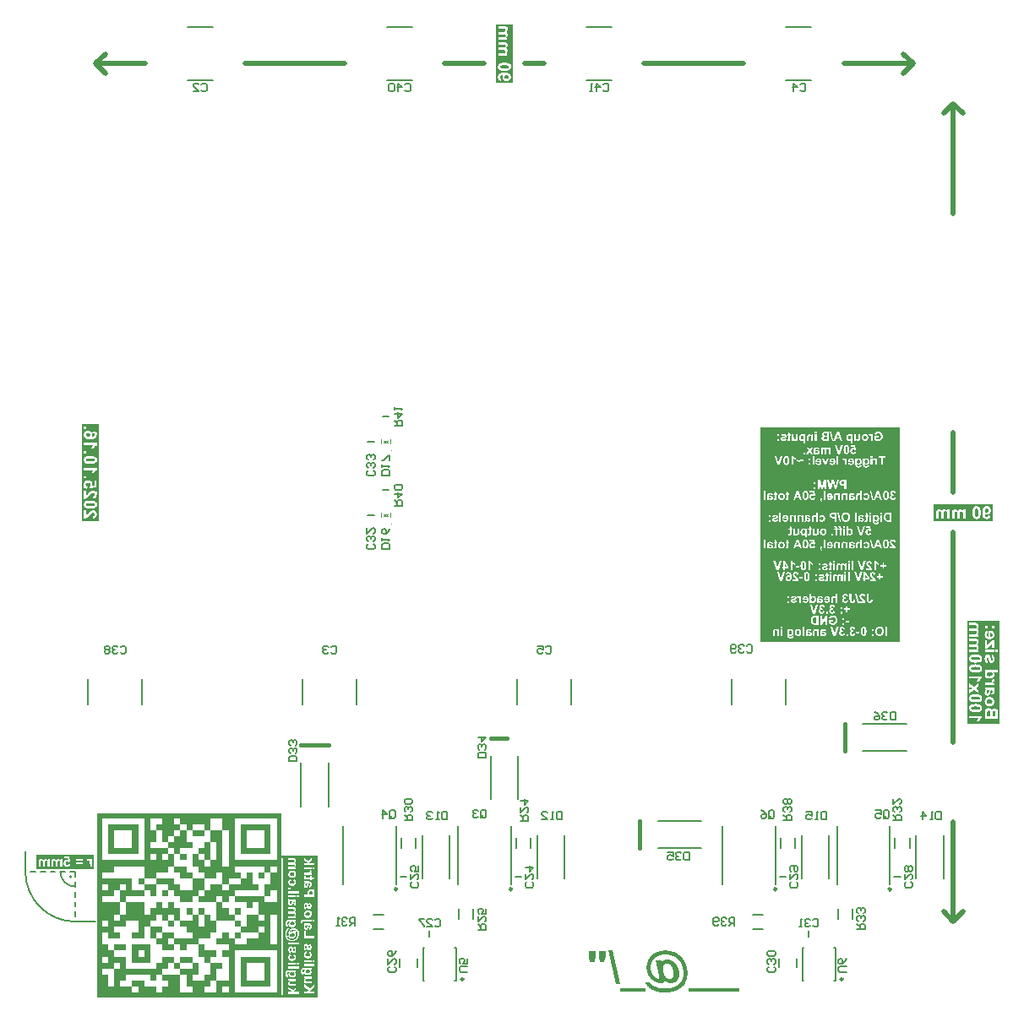
<source format=gbr>
%TF.GenerationSoftware,Altium Limited,Altium Designer,25.8.1 (18)*%
G04 Layer_Color=32896*
%FSLAX45Y45*%
%MOMM*%
%TF.SameCoordinates,5F8AD7AF-A6C7-491F-921A-1EE88451CE46*%
%TF.FilePolarity,Positive*%
%TF.FileFunction,Legend,Bot*%
%TF.Part,Single*%
G01*
G75*
%TA.AperFunction,NonConductor*%
%ADD49C,0.16000*%
%ADD72C,0.25000*%
%ADD73C,0.20000*%
%ADD75C,0.40000*%
%ADD77C,0.10000*%
%ADD78C,0.50000*%
G36*
X9871395Y3792754D02*
X9872227Y3792615D01*
X9873197Y3792477D01*
X9875555Y3792061D01*
X9878190Y3791367D01*
X9880825Y3790397D01*
X9883460Y3789148D01*
X9885679Y3787345D01*
X9885956Y3787068D01*
X9886511Y3786375D01*
X9887482Y3785265D01*
X9888591Y3783740D01*
X9889562Y3781937D01*
X9890533Y3779718D01*
X9891088Y3777222D01*
X9891365Y3774587D01*
Y3773754D01*
X9891226Y3773200D01*
X9891088Y3771813D01*
X9890672Y3769871D01*
X9889978Y3767791D01*
X9888869Y3765572D01*
X9887343Y3763492D01*
X9886511Y3762382D01*
X9885402Y3761412D01*
X9885124Y3761134D01*
X9884292Y3760579D01*
X9883044Y3759747D01*
X9881241Y3758777D01*
X9879022Y3757806D01*
X9876248Y3756974D01*
X9873197Y3756419D01*
X9869592Y3756280D01*
Y3792893D01*
X9869730D01*
X9870008D01*
X9870562D01*
X9871395Y3792754D01*
D02*
G37*
G36*
X9963233Y2885939D02*
X9813147D01*
Y3056758D01*
X9822221D01*
X9813147D01*
Y2885939D01*
X9636767D01*
Y3914063D01*
X9813147D01*
Y3817301D01*
X9854614D01*
Y3755864D01*
X9854475D01*
X9854198D01*
X9853504D01*
X9852811Y3756003D01*
X9851840Y3756142D01*
X9850731Y3756280D01*
X9848373Y3756696D01*
X9845599Y3757390D01*
X9842687Y3758361D01*
X9839913Y3759747D01*
X9837417Y3761689D01*
Y3761828D01*
X9837140Y3761966D01*
X9836446Y3762660D01*
X9835475Y3763908D01*
X9834505Y3765572D01*
X9833395Y3767652D01*
X9832424Y3770149D01*
X9831731Y3772922D01*
X9831592Y3774448D01*
X9831454Y3775973D01*
Y3776944D01*
X9831592Y3777915D01*
X9831870Y3779302D01*
X9832147Y3780827D01*
X9832702Y3782353D01*
X9833534Y3784017D01*
X9834505Y3785543D01*
X9834643Y3785681D01*
X9835059Y3786236D01*
X9835891Y3786929D01*
X9837001Y3787762D01*
X9838388Y3788871D01*
X9840191Y3789842D01*
X9842271Y3790813D01*
X9844767Y3791645D01*
X9840607Y3816053D01*
X9840468D01*
X9840052Y3815776D01*
X9839359Y3815498D01*
X9838388Y3815221D01*
X9837278Y3814666D01*
X9836030Y3813973D01*
X9834505Y3813279D01*
X9832979Y3812447D01*
X9829651Y3810367D01*
X9826322Y3807732D01*
X9822994Y3804681D01*
X9821468Y3802878D01*
X9820081Y3801075D01*
X9819943Y3800937D01*
X9819804Y3800659D01*
X9819388Y3800104D01*
X9818972Y3799272D01*
X9818417Y3798302D01*
X9817863Y3797053D01*
X9817308Y3795667D01*
X9816614Y3794141D01*
X9815921Y3792338D01*
X9815366Y3790397D01*
X9814811Y3788316D01*
X9814257Y3786097D01*
X9813841Y3783740D01*
X9813425Y3781105D01*
X9813286Y3778470D01*
X9813147Y3775696D01*
Y3774587D01*
X9813286Y3773338D01*
X9813425Y3771674D01*
X9813563Y3769733D01*
X9813979Y3767375D01*
X9814395Y3764879D01*
X9815089Y3762105D01*
X9815921Y3759193D01*
X9817030Y3756280D01*
X9818279Y3753368D01*
X9819804Y3750317D01*
X9821607Y3747543D01*
X9823687Y3744769D01*
X9826045Y3742273D01*
X9828819Y3739916D01*
X9828957Y3739777D01*
X9829373Y3739500D01*
X9830067Y3739083D01*
X9831176Y3738529D01*
X9832424Y3737835D01*
X9833811Y3737003D01*
X9835614Y3736171D01*
X9837556Y3735339D01*
X9839775Y3734507D01*
X9842271Y3733675D01*
X9844906Y3732843D01*
X9847680Y3732149D01*
X9850731Y3731595D01*
X9853920Y3731178D01*
X9857387Y3730901D01*
X9860855Y3730762D01*
X9861825D01*
X9863073Y3730901D01*
X9864599D01*
X9866541Y3731178D01*
X9868898Y3731456D01*
X9871256Y3731733D01*
X9874030Y3732288D01*
X9876803Y3732843D01*
X9879716Y3733675D01*
X9882767Y3734646D01*
X9885818Y3735755D01*
X9888730Y3737142D01*
X9891642Y3738806D01*
X9894416Y3740609D01*
X9896912Y3742689D01*
X9897051Y3742828D01*
X9897467Y3743244D01*
X9898161Y3743937D01*
X9898993Y3744908D01*
X9899963Y3746018D01*
X9901073Y3747543D01*
X9902321Y3749207D01*
X9903569Y3751010D01*
X9904679Y3753091D01*
X9905927Y3755448D01*
X9907036Y3757944D01*
X9908007Y3760718D01*
X9908839Y3763492D01*
X9909533Y3766543D01*
X9909949Y3769871D01*
X9910087Y3773200D01*
Y3774587D01*
Y3774171D01*
X9909949Y3775141D01*
X9909810Y3776667D01*
X9909671Y3778331D01*
X9909394Y3780411D01*
X9908978Y3782630D01*
X9908423Y3784988D01*
X9907591Y3787623D01*
X9906759Y3790258D01*
X9905649Y3792893D01*
X9904263Y3795667D01*
X9902737Y3798302D01*
X9900934Y3800937D01*
X9898715Y3803433D01*
X9896358Y3805790D01*
X9896219Y3805929D01*
X9895664Y3806345D01*
X9894971Y3806900D01*
X9893861Y3807593D01*
X9892336Y3808564D01*
X9890533Y3809535D01*
X9888453Y3810644D01*
X9886095Y3811754D01*
X9883321Y3812863D01*
X9880132Y3813834D01*
X9876803Y3814805D01*
X9873059Y3815637D01*
X9868898Y3816330D01*
X9864460Y3816885D01*
X9859745Y3817301D01*
X9910087D01*
X9813147D01*
Y3914063D01*
X9963233D01*
Y2885939D01*
D02*
G37*
G36*
X8962500Y5694835D02*
Y5585426D01*
Y5451372D01*
Y5343904D01*
Y5236436D01*
Y5107951D01*
Y5018395D01*
Y4883176D01*
Y4749608D01*
Y4621123D01*
Y4531567D01*
Y4422158D01*
Y4312749D01*
Y4205281D01*
Y4094708D01*
Y3985299D01*
Y3874726D01*
Y3700000D01*
X7562500D01*
Y3874726D01*
Y3985299D01*
Y4094708D01*
Y4205281D01*
Y4312749D01*
Y4422158D01*
Y4531567D01*
Y4621123D01*
Y4749608D01*
Y4883176D01*
Y5018395D01*
Y5107951D01*
Y5236436D01*
Y5343904D01*
Y5451372D01*
Y5585426D01*
Y5694835D01*
Y5850000D01*
X8962500D01*
Y5694835D01*
D02*
G37*
G36*
X2768750Y1562500D02*
X3131250D01*
Y137500D01*
X918750D01*
Y1987500D01*
X2768750D01*
Y1562500D01*
D02*
G37*
G36*
X935390Y4916172D02*
X764611D01*
Y5883829D01*
X935390D01*
Y4916172D01*
D02*
G37*
G36*
X6014417Y550172D02*
X6002959Y490797D01*
X5957820D01*
X5947404Y550172D01*
Y604685D01*
X6014417D01*
Y550172D01*
D02*
G37*
G36*
X5916154D02*
X5904696Y490797D01*
X5859557D01*
X5849141Y550172D01*
Y604685D01*
X5916154D01*
Y550172D01*
D02*
G37*
G36*
X6164068Y278647D02*
X6118929D01*
X6038722Y609893D01*
X6084902D01*
X6164068Y278647D01*
D02*
G37*
G36*
X6623784Y610240D02*
X6635243Y609546D01*
X6646353Y608157D01*
X6657117Y606421D01*
X6667187Y604338D01*
X6676909Y602255D01*
X6685589Y599824D01*
X6693922Y597394D01*
X6701214Y594616D01*
X6707811Y592185D01*
X6713367Y590102D01*
X6718228Y588019D01*
X6722047Y586283D01*
X6724825Y584894D01*
X6726561Y584199D01*
X6727255Y583852D01*
X6736283Y578644D01*
X6744963Y572741D01*
X6753297Y566491D01*
X6760935Y560241D01*
X6767880Y553644D01*
X6774477Y546700D01*
X6780380Y540450D01*
X6785935Y533853D01*
X6790796Y527950D01*
X6794963Y522394D01*
X6798435Y517186D01*
X6801560Y512672D01*
X6803643Y509200D01*
X6805379Y506422D01*
X6806421Y504686D01*
X6806768Y503992D01*
X6811976Y493923D01*
X6816143Y483853D01*
X6819962Y473784D01*
X6823435Y463715D01*
X6826212Y453992D01*
X6828643Y444270D01*
X6830379Y435243D01*
X6832115Y426909D01*
X6833157Y418923D01*
X6834198Y411632D01*
X6834546Y405382D01*
X6835240Y399826D01*
Y395313D01*
X6835587Y392188D01*
Y390104D01*
Y389757D01*
Y389410D01*
X6835240Y378993D01*
X6834546Y368924D01*
X6833157Y359202D01*
X6831768Y349827D01*
X6829685Y340799D01*
X6827601Y332119D01*
X6825171Y324133D01*
X6822740Y316841D01*
X6820657Y309897D01*
X6818226Y303994D01*
X6816143Y298786D01*
X6814060Y294272D01*
X6812671Y290800D01*
X6811282Y288022D01*
X6810588Y286633D01*
X6810240Y285939D01*
X6805032Y277259D01*
X6799477Y269273D01*
X6793574Y261634D01*
X6787324Y254689D01*
X6780727Y248092D01*
X6774130Y242190D01*
X6767880Y236981D01*
X6761630Y232120D01*
X6755727Y227954D01*
X6750172Y224134D01*
X6744963Y221009D01*
X6740797Y218579D01*
X6736977Y216495D01*
X6734547Y215107D01*
X6732811Y214412D01*
X6732116Y214065D01*
X6722047Y209898D01*
X6711630Y206079D01*
X6701214Y202607D01*
X6690450Y199829D01*
X6680034Y197398D01*
X6669617Y195315D01*
X6659548Y193926D01*
X6650173Y192537D01*
X6641145Y191496D01*
X6633159Y190801D01*
X6625868Y190107D01*
X6619618Y189759D01*
X6614409Y189412D01*
X6607465D01*
X6593576Y189759D01*
X6580729Y190801D01*
X6568229Y192190D01*
X6556077Y193926D01*
X6544966Y196356D01*
X6534549Y198787D01*
X6525174Y201218D01*
X6516147Y203995D01*
X6508508Y206773D01*
X6501216Y209204D01*
X6495314Y211981D01*
X6490453Y214065D01*
X6486286Y215801D01*
X6483508Y217190D01*
X6481772Y218231D01*
X6481078Y218578D01*
X6472744Y223439D01*
X6465106Y228995D01*
X6457814Y234550D01*
X6451217Y240106D01*
X6445314Y246009D01*
X6439759Y251911D01*
X6434898Y257467D01*
X6430384Y263022D01*
X6426564Y268231D01*
X6423092Y273092D01*
X6420315Y277258D01*
X6417884Y281078D01*
X6416148Y284203D01*
X6414759Y286286D01*
X6414065Y288022D01*
X6413717Y288369D01*
X6460245D01*
X6464758Y283161D01*
X6469272Y278300D01*
X6479342Y269272D01*
X6489411Y261633D01*
X6499133Y255731D01*
X6503647Y252953D01*
X6507814Y250870D01*
X6511633Y248786D01*
X6514758Y247398D01*
X6517188Y246009D01*
X6519272Y245314D01*
X6520661Y244967D01*
X6521008Y244620D01*
X6528299Y241842D01*
X6535591Y239759D01*
X6550869Y235939D01*
X6565799Y233509D01*
X6573090Y232467D01*
X6579688Y231425D01*
X6586285Y231078D01*
X6592187Y230384D01*
X6597396Y230037D01*
X6601910D01*
X6605382Y229689D01*
X6610590D01*
X6620659Y230037D01*
X6630381Y230384D01*
X6639756Y231426D01*
X6648784Y232467D01*
X6657117Y233856D01*
X6665103Y235245D01*
X6672395Y236981D01*
X6679339Y238717D01*
X6685589Y240106D01*
X6690797Y241842D01*
X6695658Y243231D01*
X6699825Y244620D01*
X6702950Y245662D01*
X6705033Y246703D01*
X6706769Y247051D01*
X6707117Y247398D01*
X6714755Y250870D01*
X6722047Y254689D01*
X6728644Y258856D01*
X6734894Y263370D01*
X6740797Y267884D01*
X6746352Y272397D01*
X6751213Y276911D01*
X6755380Y281425D01*
X6759547Y285592D01*
X6762672Y289411D01*
X6765796Y292883D01*
X6768227Y296008D01*
X6769963Y298786D01*
X6771352Y300522D01*
X6772046Y301911D01*
X6772394Y302258D01*
X6776560Y309550D01*
X6780032Y316841D01*
X6783157Y324133D01*
X6785935Y331425D01*
X6788018Y338369D01*
X6790102Y345660D01*
X6791491Y352258D01*
X6792879Y358508D01*
X6793574Y364410D01*
X6794268Y369619D01*
X6794963Y374480D01*
X6795310Y378646D01*
X6795657Y381771D01*
Y384202D01*
Y385938D01*
Y386285D01*
X6795310Y395313D01*
X6794616Y403993D01*
X6793574Y412326D01*
X6792532Y420660D01*
X6790796Y428646D01*
X6789060Y435937D01*
X6787324Y443229D01*
X6785241Y449826D01*
X6783157Y455729D01*
X6781421Y461284D01*
X6779685Y466145D01*
X6777949Y469965D01*
X6776907Y473437D01*
X6775866Y475520D01*
X6775171Y477256D01*
X6774824Y477603D01*
X6770658Y485589D01*
X6766144Y493228D01*
X6761283Y500172D01*
X6756422Y506770D01*
X6751213Y513020D01*
X6746005Y518575D01*
X6741144Y523783D01*
X6735936Y528297D01*
X6731422Y532464D01*
X6726908Y535936D01*
X6723089Y539061D01*
X6719616Y541491D01*
X6716839Y543575D01*
X6714755Y544964D01*
X6713367Y545658D01*
X6713019Y546005D01*
X6705033Y550172D01*
X6696700Y553991D01*
X6688367Y557116D01*
X6679686Y560241D01*
X6671353Y562325D01*
X6663020Y564408D01*
X6655034Y566144D01*
X6647048Y567186D01*
X6639756Y568227D01*
X6633159Y568922D01*
X6627256Y569616D01*
X6622395Y569963D01*
X6618229Y570310D01*
X6612326D01*
X6599479Y569963D01*
X6587674Y568921D01*
X6576215Y566838D01*
X6565799Y564755D01*
X6556077Y561977D01*
X6547396Y558852D01*
X6539063Y555380D01*
X6531772Y552255D01*
X6525174Y548783D01*
X6519619Y545311D01*
X6514758Y542186D01*
X6510938Y539408D01*
X6507814Y537325D01*
X6505383Y535588D01*
X6503994Y534200D01*
X6503647Y533852D01*
X6496703Y526908D01*
X6490800Y519616D01*
X6485592Y512325D01*
X6481078Y504686D01*
X6477258Y497047D01*
X6474133Y489408D01*
X6471356Y482117D01*
X6469272Y475520D01*
X6467536Y468923D01*
X6466495Y463020D01*
X6465453Y457464D01*
X6465106Y452951D01*
X6464758Y449131D01*
X6464411Y446353D01*
Y444617D01*
Y443923D01*
X6465106Y432812D01*
X6466495Y422048D01*
X6468925Y412326D01*
X6469967Y407812D01*
X6471356Y403298D01*
X6472744Y399479D01*
X6473786Y396007D01*
X6475175Y392882D01*
X6476217Y390451D01*
X6476911Y388368D01*
X6477606Y386979D01*
X6478300Y385938D01*
Y385590D01*
X6483855Y375868D01*
X6489758Y366841D01*
X6495661Y359202D01*
X6501564Y352952D01*
X6506772Y347744D01*
X6508855Y346007D01*
X6510591Y344271D01*
X6512327Y342882D01*
X6513369Y341841D01*
X6514063Y341494D01*
X6514411Y341146D01*
X6520313Y336980D01*
X6525522Y333855D01*
X6530383Y331771D01*
X6534202Y330383D01*
X6537327Y329341D01*
X6539758Y328994D01*
X6541146Y328647D01*
X6541494D01*
X6543924Y328994D01*
X6545660Y330035D01*
X6547049Y330730D01*
X6547396Y331077D01*
X6548785Y333508D01*
X6549480Y336285D01*
X6549827Y338369D01*
Y339063D01*
Y339410D01*
Y341494D01*
X6549480Y344271D01*
X6548785Y347396D01*
X6548438Y350868D01*
X6547744Y353993D01*
X6547396Y356424D01*
X6547049Y358160D01*
Y358855D01*
X6514063Y515797D01*
X6571702D01*
X6577257Y491145D01*
X6581077Y496353D01*
X6584896Y500867D01*
X6589410Y505033D01*
X6593924Y508505D01*
X6598785Y511283D01*
X6603646Y513714D01*
X6608160Y515797D01*
X6613021Y517186D01*
X6617534Y518575D01*
X6621354Y519269D01*
X6625173Y519964D01*
X6628298Y520658D01*
X6631076D01*
X6633159Y521006D01*
X6634895D01*
X6644965Y520311D01*
X6654339Y518922D01*
X6663367Y516145D01*
X6672048Y513020D01*
X6679686Y508853D01*
X6687325Y504686D01*
X6693922Y499825D01*
X6700172Y495311D01*
X6705728Y490450D01*
X6710589Y485589D01*
X6714755Y481423D01*
X6718228Y477256D01*
X6721005Y474131D01*
X6722741Y471353D01*
X6724130Y469965D01*
X6724478Y469270D01*
X6729686Y461284D01*
X6733852Y452951D01*
X6737672Y444965D01*
X6741144Y436632D01*
X6743922Y428646D01*
X6746352Y421007D01*
X6748088Y413715D01*
X6749824Y406424D01*
X6750866Y399826D01*
X6751908Y393924D01*
X6752255Y388716D01*
X6752949Y384202D01*
Y380382D01*
X6753297Y377952D01*
Y376216D01*
Y375521D01*
X6752949Y367882D01*
X6752255Y360938D01*
X6751213Y353994D01*
X6749477Y347744D01*
X6747741Y341841D01*
X6745658Y336286D01*
X6743575Y331425D01*
X6741144Y326911D01*
X6739061Y322744D01*
X6736977Y319272D01*
X6734894Y316147D01*
X6733158Y313716D01*
X6731422Y311633D01*
X6730380Y310244D01*
X6729686Y309550D01*
X6729339Y309203D01*
X6724825Y304689D01*
X6719964Y300869D01*
X6714755Y297744D01*
X6709894Y294619D01*
X6704686Y292189D01*
X6699825Y290453D01*
X6694964Y288717D01*
X6690450Y287328D01*
X6685936Y286286D01*
X6682117Y285592D01*
X6678298Y284897D01*
X6675173Y284550D01*
X6672742D01*
X6671006Y284203D01*
X6669270D01*
X6663020Y284550D01*
X6656770Y285245D01*
X6651215Y286633D01*
X6645659Y288022D01*
X6640451Y289758D01*
X6635243Y291842D01*
X6630729Y294272D01*
X6626562Y296703D01*
X6622743Y298786D01*
X6619618Y301216D01*
X6616493Y303300D01*
X6614062Y305036D01*
X6611979Y306425D01*
X6610590Y307813D01*
X6609896Y308508D01*
X6609548Y308855D01*
X6608160Y304688D01*
X6606423Y300869D01*
X6604340Y297744D01*
X6602257Y294966D01*
X6600521Y293230D01*
X6598785Y291494D01*
X6597743Y290800D01*
X6597396Y290453D01*
X6593576Y288369D01*
X6589063Y286980D01*
X6584549Y285592D01*
X6580035Y284897D01*
X6576215Y284550D01*
X6573090Y284203D01*
X6569966D01*
X6557466Y284897D01*
X6546007Y286633D01*
X6534897Y289411D01*
X6524133Y293230D01*
X6514411Y297397D01*
X6505383Y302258D01*
X6497050Y307119D01*
X6489411Y312675D01*
X6482814Y317883D01*
X6476564Y322744D01*
X6471703Y327605D01*
X6467189Y332119D01*
X6464064Y335591D01*
X6461634Y338369D01*
X6459897Y340105D01*
X6459550Y340799D01*
X6453647Y349480D01*
X6448092Y358160D01*
X6443578Y366841D01*
X6439759Y375521D01*
X6436287Y384201D01*
X6433509Y392535D01*
X6431426Y400521D01*
X6429342Y408159D01*
X6427953Y415451D01*
X6426912Y421701D01*
X6426217Y427604D01*
X6425870Y432465D01*
X6425523Y436284D01*
X6425176Y439409D01*
Y441145D01*
Y441840D01*
X6425523Y450520D01*
X6426217Y458853D01*
X6427259Y467187D01*
X6428648Y475173D01*
X6430384Y482464D01*
X6432467Y489756D01*
X6434551Y496353D01*
X6436634Y502603D01*
X6438717Y508158D01*
X6440800Y513019D01*
X6442884Y517533D01*
X6444620Y521005D01*
X6446009Y524130D01*
X6447050Y526214D01*
X6447745Y527602D01*
X6448092Y527950D01*
X6452606Y535241D01*
X6457467Y541838D01*
X6462675Y548436D01*
X6467883Y554338D01*
X6473439Y559547D01*
X6478647Y564755D01*
X6484203Y569269D01*
X6489411Y573435D01*
X6494272Y576907D01*
X6498786Y580032D01*
X6502952Y582810D01*
X6506772Y585241D01*
X6509550Y586977D01*
X6511980Y588018D01*
X6513369Y588713D01*
X6513716Y589060D01*
X6521702Y592879D01*
X6530035Y596004D01*
X6538716Y599129D01*
X6547049Y601560D01*
X6555382Y603643D01*
X6563368Y605379D01*
X6571354Y606768D01*
X6578646Y607810D01*
X6585590Y608851D01*
X6591840Y609546D01*
X6597396Y609893D01*
X6602257Y610240D01*
X6606076Y610588D01*
X6611632D01*
X6623784Y610240D01*
D02*
G37*
G36*
X7350859Y195662D02*
X7095654D01*
X6846698D01*
Y235592D01*
X7101904D01*
X7350859D01*
Y195662D01*
D02*
G37*
G36*
X6416495Y195662D02*
X6161290D01*
Y235592D01*
X6416495D01*
Y195662D01*
D02*
G37*
G36*
X887006Y1428497D02*
X312994D01*
Y1571503D01*
X887006D01*
Y1428497D01*
D02*
G37*
G36*
X5085389Y9894525D02*
Y9305475D01*
X4914610D01*
Y9894525D01*
X5085389D01*
D02*
G37*
G36*
X9894525Y4914610D02*
X9305475D01*
Y5085389D01*
X9894525D01*
Y4914610D01*
D02*
G37*
%LPC*%
G36*
X9908007Y3866534D02*
X9861617D01*
X9883460D01*
Y3841987D01*
X9908007D01*
Y3866534D01*
D02*
G37*
G36*
X9839775D02*
X9815228D01*
Y3841987D01*
X9861617D01*
X9839775D01*
Y3866534D01*
D02*
G37*
G36*
X9753985Y3894063D02*
X9659125D01*
Y3782838D01*
Y3813765D01*
X9709883D01*
X9710022D01*
X9710438D01*
X9711131D01*
X9712102D01*
X9713211D01*
X9714460D01*
X9717233Y3813626D01*
X9720146Y3813487D01*
X9723058Y3813210D01*
X9724306Y3813071D01*
X9725554Y3812794D01*
X9726525Y3812655D01*
X9727357Y3812378D01*
X9727496D01*
X9728051Y3812101D01*
X9728744Y3811823D01*
X9729576Y3811407D01*
X9731518Y3810159D01*
X9732489Y3809327D01*
X9733321Y3808356D01*
X9733459Y3808217D01*
X9733598Y3807801D01*
X9733875Y3807247D01*
X9734291Y3806415D01*
X9734707Y3805305D01*
X9734985Y3804057D01*
X9735124Y3802531D01*
X9735262Y3800867D01*
Y3799896D01*
X9735124Y3798787D01*
X9734846Y3797400D01*
X9734430Y3795875D01*
X9733875Y3794210D01*
X9733182Y3792407D01*
X9732072Y3790605D01*
X9731934Y3790466D01*
X9731518Y3789911D01*
X9730824Y3789079D01*
X9729854Y3788108D01*
X9728605Y3787137D01*
X9727080Y3786028D01*
X9725277Y3785057D01*
X9723197Y3784225D01*
X9722919Y3784086D01*
X9722642D01*
X9722087Y3783948D01*
X9721533Y3783809D01*
X9720700Y3783670D01*
X9719730Y3783393D01*
X9718759Y3783254D01*
X9717511Y3783116D01*
X9716124Y3782838D01*
X9714460Y3782700D01*
X9712795Y3782561D01*
X9710854Y3782422D01*
X9708774D01*
X9706555Y3782284D01*
X9704197D01*
X9659125D01*
Y3757736D01*
X9751904D01*
Y3780342D01*
X9739145D01*
X9739284Y3780481D01*
X9739839Y3780897D01*
X9740532Y3781590D01*
X9741503Y3782561D01*
X9742612Y3783670D01*
X9743861Y3785057D01*
X9745247Y3786721D01*
X9746634Y3788524D01*
X9748021Y3790466D01*
X9749269Y3792685D01*
X9750517Y3795042D01*
X9751627Y3797539D01*
X9752598Y3800312D01*
X9753291Y3803086D01*
X9753846Y3806137D01*
X9753985Y3809188D01*
Y3810714D01*
X9753846Y3811407D01*
Y3812378D01*
X9753569Y3814458D01*
X9753014Y3816816D01*
X9752459Y3819451D01*
X9751488Y3822086D01*
X9750240Y3824582D01*
Y3824721D01*
X9750101Y3824860D01*
X9749547Y3825692D01*
X9748715Y3826940D01*
X9747466Y3828465D01*
X9745941Y3830130D01*
X9743999Y3831932D01*
X9741780Y3833735D01*
X9739145Y3835399D01*
X9739284Y3835538D01*
X9739423Y3835677D01*
X9739839Y3835954D01*
X9740394Y3836509D01*
X9741642Y3837757D01*
X9743306Y3839283D01*
X9745109Y3841363D01*
X9747050Y3843582D01*
X9748715Y3845939D01*
X9750240Y3848574D01*
Y3848713D01*
X9750379Y3848852D01*
X9750656Y3849268D01*
X9750795Y3849823D01*
X9751488Y3851209D01*
X9752182Y3853151D01*
X9752736Y3855370D01*
X9753430Y3858005D01*
X9753846Y3860779D01*
X9753985Y3863691D01*
Y3865355D01*
X9753846Y3866326D01*
X9753707Y3867297D01*
X9753430Y3869654D01*
X9753014Y3872289D01*
X9752182Y3875202D01*
X9751211Y3878114D01*
X9749824Y3880888D01*
Y3881027D01*
X9749685Y3881165D01*
X9748992Y3881997D01*
X9748021Y3883245D01*
X9746773Y3884910D01*
X9744970Y3886574D01*
X9742890Y3888377D01*
X9740394Y3890041D01*
X9737620Y3891428D01*
X9737342Y3891567D01*
X9736926Y3891705D01*
X9736510Y3891844D01*
X9735817Y3891983D01*
X9734985Y3892260D01*
X9734153Y3892537D01*
X9733043Y3892815D01*
X9731656Y3892953D01*
X9730270Y3893231D01*
X9728744Y3893508D01*
X9726941Y3893647D01*
X9725138Y3893785D01*
X9723058Y3893924D01*
X9720700Y3894063D01*
X9753985D01*
D01*
D02*
G37*
G36*
X9908007Y3721332D02*
Y3718558D01*
X9890672D01*
X9849621Y3683055D01*
X9836169Y3670712D01*
Y3671683D01*
X9836307Y3672376D01*
Y3674041D01*
X9836446Y3676121D01*
X9836585Y3678201D01*
Y3680281D01*
X9836724Y3682084D01*
Y3721332D01*
X9815228D01*
Y3638538D01*
X9908007D01*
Y3721332D01*
D02*
G37*
G36*
X9753985Y3735131D02*
X9659125D01*
Y3654833D01*
X9709883D01*
X9710022D01*
X9710438D01*
X9711131D01*
X9712102D01*
X9713211D01*
X9714460D01*
X9717233Y3654694D01*
X9720146Y3654556D01*
X9723058Y3654278D01*
X9724306Y3654140D01*
X9725554Y3653862D01*
X9726525Y3653723D01*
X9727357Y3653446D01*
X9727496D01*
X9728051Y3653169D01*
X9728744Y3652891D01*
X9729576Y3652475D01*
X9731518Y3651227D01*
X9732489Y3650395D01*
X9733321Y3649424D01*
X9733459Y3649286D01*
X9733598Y3648870D01*
X9733875Y3648315D01*
X9734291Y3647483D01*
X9734707Y3646373D01*
X9734985Y3645125D01*
X9735124Y3643600D01*
X9735262Y3641935D01*
Y3640965D01*
X9735124Y3639855D01*
X9734846Y3638468D01*
X9734430Y3636943D01*
X9733875Y3635278D01*
X9733182Y3633476D01*
X9732072Y3631673D01*
X9731934Y3631534D01*
X9731518Y3630979D01*
X9730824Y3630147D01*
X9729854Y3629176D01*
X9728605Y3628206D01*
X9727080Y3627096D01*
X9725277Y3626125D01*
X9723197Y3625293D01*
X9722919Y3625155D01*
X9722642D01*
X9722087Y3625016D01*
X9721533Y3624877D01*
X9720700Y3624738D01*
X9719730Y3624461D01*
X9718759Y3624322D01*
X9717511Y3624184D01*
X9716124Y3623906D01*
X9714460Y3623768D01*
X9712795Y3623629D01*
X9710854Y3623490D01*
X9708774D01*
X9706555Y3623352D01*
X9704197D01*
X9659125D01*
D01*
Y3598805D01*
X9751904D01*
Y3621410D01*
X9739145D01*
X9739284Y3621549D01*
X9739839Y3621965D01*
X9740532Y3622658D01*
X9741503Y3623629D01*
X9742612Y3624738D01*
X9743861Y3626125D01*
X9745247Y3627790D01*
X9746634Y3629592D01*
X9748021Y3631534D01*
X9749269Y3633753D01*
X9750517Y3636111D01*
X9751627Y3638607D01*
X9752598Y3641381D01*
X9753291Y3644154D01*
X9753846Y3647205D01*
X9753985Y3650256D01*
Y3651782D01*
X9753846Y3652475D01*
Y3653446D01*
X9753569Y3655526D01*
X9753014Y3657884D01*
X9752459Y3660519D01*
X9751488Y3663154D01*
X9750240Y3665650D01*
Y3665789D01*
X9750101Y3665928D01*
X9749547Y3666760D01*
X9748715Y3668008D01*
X9747466Y3669533D01*
X9745941Y3671198D01*
X9743999Y3673001D01*
X9741780Y3674803D01*
X9739145Y3676468D01*
X9739284Y3676606D01*
X9739423Y3676745D01*
X9739839Y3677022D01*
X9740394Y3677577D01*
X9741642Y3678825D01*
X9743306Y3680351D01*
X9745109Y3682431D01*
X9747050Y3684650D01*
X9748715Y3687008D01*
X9750240Y3689643D01*
Y3689781D01*
X9750379Y3689920D01*
X9750656Y3690336D01*
X9750795Y3690891D01*
X9751488Y3692278D01*
X9752182Y3694219D01*
X9752736Y3696438D01*
X9753430Y3699073D01*
X9753846Y3701847D01*
X9753985Y3704759D01*
Y3706423D01*
X9753846Y3707394D01*
X9753707Y3708365D01*
X9753430Y3710723D01*
X9753014Y3713358D01*
X9752182Y3716270D01*
X9751211Y3719182D01*
X9749824Y3721956D01*
Y3722095D01*
X9749685Y3722233D01*
X9748992Y3723065D01*
X9748021Y3724314D01*
X9746773Y3725978D01*
X9744970Y3727642D01*
X9742890Y3729445D01*
X9740394Y3731109D01*
X9737620Y3732496D01*
X9737342Y3732635D01*
X9736926Y3732773D01*
X9736510Y3732912D01*
X9735817Y3733051D01*
X9734985Y3733328D01*
X9734153Y3733605D01*
X9733043Y3733883D01*
X9731656Y3734021D01*
X9730270Y3734299D01*
X9728744Y3734576D01*
X9726941Y3734715D01*
X9725138Y3734854D01*
X9723058Y3734992D01*
X9720700Y3735131D01*
X9753985D01*
D01*
D02*
G37*
G36*
X9943233Y3623421D02*
X9815228D01*
Y3598874D01*
X9908007D01*
Y3623421D01*
X9920489D01*
Y3598874D01*
X9943233D01*
Y3623421D01*
D02*
G37*
G36*
X9813147Y3730762D02*
D01*
Y3577239D01*
D01*
Y3730762D01*
D02*
G37*
G36*
X9787546Y3578973D02*
X9656767D01*
D01*
X9719591D01*
X9718620Y3578834D01*
X9717511D01*
X9716124D01*
X9713211Y3578557D01*
X9709744Y3578279D01*
X9706000Y3577863D01*
X9701978Y3577447D01*
X9697679Y3576754D01*
X9693380Y3575922D01*
X9688942Y3574812D01*
X9684643Y3573703D01*
X9680621Y3572177D01*
X9676599Y3570513D01*
X9672993Y3568571D01*
X9669803Y3566353D01*
X9669665Y3566214D01*
X9669249Y3565936D01*
X9668555Y3565243D01*
X9667723Y3564411D01*
X9666752Y3563440D01*
X9665643Y3562053D01*
X9664533Y3560528D01*
X9663285Y3558864D01*
X9662037Y3556922D01*
X9660928Y3554703D01*
X9659818Y3552345D01*
X9658847Y3549710D01*
X9658015Y3546937D01*
X9657322Y3543886D01*
X9656906Y3540696D01*
X9656767Y3537368D01*
Y3536535D01*
X9656906Y3535565D01*
X9657044Y3534317D01*
X9657183Y3532652D01*
X9657460Y3530849D01*
X9658015Y3528769D01*
X9658570Y3526550D01*
X9659263Y3524193D01*
X9660234Y3521835D01*
X9661482Y3519339D01*
X9662730Y3516842D01*
X9664395Y3514346D01*
X9666336Y3511850D01*
X9668555Y3509492D01*
X9671052Y3507273D01*
X9671190Y3507134D01*
X9671745Y3506857D01*
X9672577Y3506164D01*
X9673825Y3505470D01*
X9675489Y3504638D01*
X9677570Y3503667D01*
X9680066Y3502697D01*
X9682840Y3501587D01*
X9686168Y3500478D01*
X9689913Y3499507D01*
X9694073Y3498536D01*
X9698788Y3497704D01*
X9703920Y3497011D01*
X9709606Y3496456D01*
X9715708Y3496040D01*
X9722365Y3495901D01*
X9724861D01*
X9725832Y3496040D01*
X9726941D01*
X9728189D01*
X9731240Y3496317D01*
X9734569Y3496594D01*
X9738313Y3497011D01*
X9742335Y3497427D01*
X9746634Y3498120D01*
X9750934Y3498952D01*
X9755233Y3499923D01*
X9759532Y3501171D01*
X9763692Y3502558D01*
X9767576Y3504222D01*
X9771181Y3506164D01*
X9774371Y3508383D01*
X9774510Y3508521D01*
X9774926Y3508937D01*
X9775619Y3509492D01*
X9776451Y3510324D01*
X9777422Y3511434D01*
X9778532Y3512682D01*
X9779780Y3514207D01*
X9781028Y3515872D01*
X9782137Y3517813D01*
X9783386Y3520032D01*
X9784495Y3522390D01*
X9785466Y3525025D01*
X9786298Y3527798D01*
X9786991Y3530849D01*
X9787407Y3534039D01*
X9787546Y3537368D01*
Y3538685D01*
Y3538200D01*
X9787407Y3539170D01*
Y3540419D01*
X9787130Y3541944D01*
X9786853Y3543747D01*
X9786437Y3545827D01*
X9785882Y3548046D01*
X9785188Y3550265D01*
X9784356Y3552623D01*
X9783247Y3555119D01*
X9781999Y3557477D01*
X9780473Y3559834D01*
X9778670Y3562192D01*
X9776590Y3564411D01*
X9774232Y3566491D01*
X9774094Y3566630D01*
X9773539Y3567046D01*
X9772568Y3567601D01*
X9771181Y3568433D01*
X9769517Y3569404D01*
X9767298Y3570513D01*
X9764802Y3571623D01*
X9761751Y3572732D01*
X9758422Y3573841D01*
X9754539Y3575090D01*
X9750240Y3576060D01*
X9745525Y3577031D01*
X9740394Y3577863D01*
X9734707Y3578418D01*
X9728605Y3578834D01*
X9722087Y3578973D01*
X9787546D01*
D01*
D02*
G37*
G36*
X9844212Y3577239D02*
X9842964D01*
X9842132Y3577101D01*
X9841023Y3576962D01*
X9839636Y3576684D01*
X9838249Y3576407D01*
X9836724Y3575852D01*
X9835059Y3575298D01*
X9833256Y3574604D01*
X9831454Y3573772D01*
X9829651Y3572801D01*
X9827709Y3571553D01*
X9825906Y3570028D01*
X9824103Y3568502D01*
X9822300Y3566561D01*
X9822162Y3566422D01*
X9821884Y3566006D01*
X9821468Y3565451D01*
X9820914Y3564619D01*
X9820220Y3563510D01*
X9819388Y3562123D01*
X9818556Y3560458D01*
X9817724Y3558656D01*
X9816892Y3556575D01*
X9816060Y3554218D01*
X9815228Y3551583D01*
X9814534Y3548809D01*
X9813979Y3545758D01*
X9813563Y3542430D01*
X9813286Y3538824D01*
X9813147Y3535080D01*
Y3533276D01*
X9813286Y3531890D01*
X9813425Y3530364D01*
X9813563Y3528422D01*
X9813841Y3526481D01*
X9814118Y3524262D01*
X9814950Y3519408D01*
X9816337Y3514415D01*
X9817308Y3511919D01*
X9818279Y3509423D01*
X9819388Y3507204D01*
X9820775Y3504985D01*
X9820914Y3504846D01*
X9821191Y3504569D01*
X9821607Y3504014D01*
X9822162Y3503182D01*
X9822994Y3502350D01*
X9823826Y3501379D01*
X9824935Y3500270D01*
X9826184Y3499160D01*
X9827709Y3497912D01*
X9829235Y3496664D01*
X9830899Y3495554D01*
X9832840Y3494306D01*
X9834782Y3493197D01*
X9836862Y3492226D01*
X9839220Y3491394D01*
X9841577Y3490700D01*
X9845322Y3515247D01*
X9845183D01*
X9845045Y3515386D01*
X9844212Y3515525D01*
X9842826Y3515941D01*
X9841300Y3516634D01*
X9839497Y3517466D01*
X9837694Y3518576D01*
X9836030Y3519824D01*
X9834505Y3521488D01*
X9834366Y3521766D01*
X9833950Y3522320D01*
X9833395Y3523430D01*
X9832702Y3524955D01*
X9832008Y3526897D01*
X9831454Y3529255D01*
X9831037Y3531890D01*
X9830899Y3534941D01*
Y3536466D01*
X9831037Y3537298D01*
Y3538269D01*
X9831315Y3540349D01*
X9831731Y3542707D01*
X9832424Y3545065D01*
X9833256Y3547283D01*
X9834366Y3549225D01*
X9834505Y3549364D01*
X9834782Y3549780D01*
X9835337Y3550335D01*
X9836030Y3550889D01*
X9837001Y3551444D01*
X9838110Y3551999D01*
X9839359Y3552415D01*
X9840884Y3552553D01*
X9841023D01*
X9841300D01*
X9841855Y3552415D01*
X9842548Y3552276D01*
X9843935Y3551860D01*
X9844767Y3551305D01*
X9845461Y3550751D01*
X9845599Y3550612D01*
X9845738Y3550335D01*
X9846154Y3549780D01*
X9846570Y3549086D01*
X9847125Y3547977D01*
X9847680Y3546590D01*
X9848234Y3544787D01*
X9848789Y3542568D01*
Y3542430D01*
X9848928Y3542291D01*
Y3541875D01*
X9849066Y3541320D01*
X9849482Y3539795D01*
X9849899Y3537853D01*
X9850453Y3535495D01*
X9851147Y3532860D01*
X9851840Y3529948D01*
X9852672Y3526758D01*
X9854614Y3520517D01*
X9855585Y3517328D01*
X9856555Y3514277D01*
X9857665Y3511503D01*
X9858636Y3509007D01*
X9859745Y3506788D01*
X9860716Y3505124D01*
X9860855Y3504985D01*
X9861132Y3504707D01*
X9861548Y3504153D01*
X9862103Y3503459D01*
X9862796Y3502627D01*
X9863767Y3501656D01*
X9864876Y3500686D01*
X9866125Y3499715D01*
X9867511Y3498605D01*
X9869037Y3497635D01*
X9870840Y3496664D01*
X9872643Y3495832D01*
X9874723Y3495138D01*
X9876803Y3494584D01*
X9879161Y3494306D01*
X9881518Y3494168D01*
X9881657D01*
X9882073D01*
X9882628D01*
X9883599Y3494306D01*
X9884570Y3494445D01*
X9885818Y3494722D01*
X9887066Y3495000D01*
X9888591Y3495416D01*
X9891781Y3496525D01*
X9893445Y3497219D01*
X9895109Y3498189D01*
X9896912Y3499299D01*
X9898577Y3500547D01*
X9900241Y3501934D01*
X9901766Y3503598D01*
X9901905Y3503737D01*
X9902182Y3504014D01*
X9902598Y3504569D01*
X9903014Y3505401D01*
X9903708Y3506372D01*
X9904401Y3507620D01*
X9905095Y3509145D01*
X9905927Y3510810D01*
X9906759Y3512751D01*
X9907452Y3514970D01*
X9908146Y3517328D01*
X9908839Y3519963D01*
X9909255Y3522875D01*
X9909671Y3526065D01*
X9909949Y3529393D01*
X9910087Y3532999D01*
Y3534802D01*
X9909949Y3536050D01*
Y3537714D01*
X9909810Y3539517D01*
X9909533Y3541459D01*
X9909255Y3543678D01*
X9908562Y3548254D01*
X9907452Y3552831D01*
X9906759Y3555188D01*
X9905927Y3557269D01*
X9904956Y3559349D01*
X9903847Y3561152D01*
Y3561291D01*
X9903569Y3561568D01*
X9903153Y3561984D01*
X9902737Y3562677D01*
X9902044Y3563371D01*
X9901212Y3564342D01*
X9900241Y3565174D01*
X9899270Y3566283D01*
X9898022Y3567254D01*
X9896635Y3568363D01*
X9895109Y3569473D01*
X9893445Y3570582D01*
X9891781Y3571553D01*
X9889840Y3572524D01*
X9885540Y3574049D01*
X9881241Y3550889D01*
X9881518D01*
X9882073Y3550612D01*
X9883044Y3550196D01*
X9884292Y3549641D01*
X9885679Y3548809D01*
X9887066Y3547838D01*
X9888314Y3546590D01*
X9889562Y3545203D01*
X9889701Y3545065D01*
X9889978Y3544371D01*
X9890533Y3543539D01*
X9891088Y3542152D01*
X9891504Y3540488D01*
X9892058Y3538546D01*
X9892336Y3536050D01*
X9892475Y3533415D01*
Y3531890D01*
X9892336Y3530225D01*
X9892197Y3528145D01*
X9891781Y3525926D01*
X9891365Y3523569D01*
X9890672Y3521488D01*
X9889701Y3519685D01*
X9889562Y3519547D01*
X9889423Y3519269D01*
X9888869Y3518853D01*
X9888314Y3518299D01*
X9887621Y3517744D01*
X9886788Y3517328D01*
X9885818Y3517050D01*
X9884708Y3516912D01*
X9884570D01*
X9884292D01*
X9883737Y3517050D01*
X9883183Y3517189D01*
X9882489Y3517466D01*
X9881796Y3517882D01*
X9880964Y3518437D01*
X9880270Y3519269D01*
X9880132Y3519408D01*
X9879993Y3519685D01*
X9879854Y3520101D01*
X9879577Y3520656D01*
X9879300Y3521350D01*
X9878883Y3522320D01*
X9878467Y3523430D01*
X9878051Y3524678D01*
X9877497Y3526342D01*
X9876942Y3528145D01*
X9876248Y3530364D01*
X9875694Y3532722D01*
X9874862Y3535495D01*
X9874168Y3538685D01*
X9873336Y3542152D01*
Y3542430D01*
X9873197Y3542984D01*
X9872920Y3543955D01*
X9872504Y3545342D01*
X9872088Y3546867D01*
X9871533Y3548809D01*
X9870978Y3550751D01*
X9870285Y3552970D01*
X9868760Y3557407D01*
X9866818Y3561984D01*
X9865847Y3564064D01*
X9864738Y3566006D01*
X9863628Y3567947D01*
X9862380Y3569473D01*
X9862241Y3569612D01*
X9862103Y3569750D01*
X9861687Y3570166D01*
X9861132Y3570721D01*
X9860577Y3571276D01*
X9859745Y3571969D01*
X9858774Y3572663D01*
X9857665Y3573356D01*
X9855030Y3574743D01*
X9851979Y3575991D01*
X9848373Y3576962D01*
X9846293Y3577101D01*
X9844212Y3577239D01*
D02*
G37*
G36*
X9910087Y3490700D02*
X9813147D01*
Y3425519D01*
D01*
Y3490700D01*
X9910087D01*
D02*
G37*
G36*
X9787546Y3479536D02*
X9656767D01*
D01*
X9719591D01*
X9718620Y3479398D01*
X9717511D01*
X9716124D01*
X9713211Y3479120D01*
X9709744Y3478843D01*
X9706000Y3478427D01*
X9701978Y3478011D01*
X9697679Y3477317D01*
X9693380Y3476485D01*
X9688942Y3475376D01*
X9684643Y3474266D01*
X9680621Y3472741D01*
X9676599Y3471077D01*
X9672993Y3469135D01*
X9669803Y3466916D01*
X9669665Y3466777D01*
X9669249Y3466500D01*
X9668555Y3465807D01*
X9667723Y3464975D01*
X9666752Y3464004D01*
X9665643Y3462617D01*
X9664533Y3461091D01*
X9663285Y3459427D01*
X9662037Y3457486D01*
X9660928Y3455267D01*
X9659818Y3452909D01*
X9658847Y3450274D01*
X9658015Y3447500D01*
X9657322Y3444449D01*
X9656906Y3441260D01*
X9656767Y3437931D01*
Y3437099D01*
X9656906Y3436128D01*
X9657044Y3434880D01*
X9657183Y3433216D01*
X9657460Y3431413D01*
X9658015Y3429333D01*
X9658570Y3427114D01*
X9659263Y3424756D01*
X9660234Y3422399D01*
X9661482Y3419902D01*
X9662730Y3417406D01*
X9664395Y3414910D01*
X9666336Y3412413D01*
X9668555Y3410056D01*
X9671052Y3407837D01*
X9671190Y3407698D01*
X9671745Y3407421D01*
X9672577Y3406727D01*
X9673825Y3406034D01*
X9675489Y3405202D01*
X9677570Y3404231D01*
X9680066Y3403260D01*
X9682840Y3402151D01*
X9686168Y3401041D01*
X9689913Y3400070D01*
X9694073Y3399100D01*
X9698788Y3398268D01*
X9703920Y3397574D01*
X9709606Y3397019D01*
X9715708Y3396603D01*
X9722365Y3396465D01*
X9724861D01*
X9725832Y3396603D01*
X9726941D01*
X9728189D01*
X9731240Y3396881D01*
X9734569Y3397158D01*
X9738313Y3397574D01*
X9742335Y3397990D01*
X9746634Y3398684D01*
X9750934Y3399516D01*
X9755233Y3400486D01*
X9759532Y3401735D01*
X9763692Y3403121D01*
X9767576Y3404786D01*
X9771181Y3406727D01*
X9774371Y3408946D01*
X9774510Y3409085D01*
X9774926Y3409501D01*
X9775619Y3410056D01*
X9776451Y3410888D01*
X9777422Y3411997D01*
X9778532Y3413245D01*
X9779780Y3414771D01*
X9781028Y3416435D01*
X9782137Y3418377D01*
X9783386Y3420596D01*
X9784495Y3422953D01*
X9785466Y3425588D01*
X9786298Y3428362D01*
X9786991Y3431413D01*
X9787407Y3434603D01*
X9787546Y3437931D01*
Y3396465D01*
D01*
Y3479536D01*
D02*
G37*
G36*
Y3359852D02*
X9659125D01*
Y3335305D01*
X9751350D01*
X9751211Y3335166D01*
X9750795Y3334750D01*
X9750101Y3333918D01*
X9749269Y3332947D01*
X9748299Y3331699D01*
X9747050Y3330035D01*
X9745664Y3328371D01*
X9744277Y3326291D01*
X9742751Y3324072D01*
X9741226Y3321714D01*
X9739700Y3319079D01*
X9738175Y3316305D01*
X9736649Y3313393D01*
X9735262Y3310203D01*
X9734014Y3307013D01*
X9732766Y3303685D01*
X9755094D01*
Y3303824D01*
X9755233Y3304101D01*
X9755371Y3304656D01*
X9755649Y3305349D01*
X9756065Y3306320D01*
X9756481Y3307291D01*
X9757036Y3308539D01*
X9757729Y3309926D01*
X9759255Y3312977D01*
X9761335Y3316444D01*
X9763831Y3320327D01*
X9766882Y3324488D01*
X9767021Y3324626D01*
X9767298Y3325042D01*
X9767714Y3325597D01*
X9768408Y3326291D01*
X9769240Y3327261D01*
X9770349Y3328232D01*
X9771459Y3329342D01*
X9772846Y3330590D01*
X9775897Y3333225D01*
X9779364Y3335721D01*
X9783247Y3338079D01*
X9785327Y3339049D01*
X9787546Y3339882D01*
Y3359852D01*
D02*
G37*
G36*
X9905372Y3329966D02*
X9884015Y3322338D01*
X9884153Y3322061D01*
X9884708Y3321229D01*
X9885263Y3320119D01*
X9886095Y3318594D01*
X9886788Y3316791D01*
X9887482Y3314849D01*
X9887898Y3312908D01*
X9888037Y3310827D01*
Y3309995D01*
X9887898Y3309024D01*
X9887621Y3307776D01*
X9887343Y3306389D01*
X9886788Y3305003D01*
X9886095Y3303477D01*
X9885124Y3302090D01*
X9884986Y3301951D01*
X9884570Y3301535D01*
X9883876Y3300842D01*
X9882767Y3300010D01*
X9881380Y3299178D01*
X9879577Y3298207D01*
X9877497Y3297236D01*
X9874862Y3296404D01*
X9874723D01*
X9874446Y3296265D01*
X9874030D01*
X9873336Y3296127D01*
X9872504Y3295988D01*
X9871256Y3295849D01*
X9869869Y3295572D01*
X9868205Y3295433D01*
X9866263Y3295295D01*
X9864044Y3295017D01*
X9861548Y3294879D01*
X9858636Y3294740D01*
X9855446Y3294601D01*
X9851979D01*
X9848096Y3294463D01*
X9843796D01*
X9815228D01*
Y3269915D01*
X9908007D01*
Y3292660D01*
X9894693D01*
X9894832Y3292798D01*
X9895109Y3292937D01*
X9895526Y3293214D01*
X9896219Y3293630D01*
X9897883Y3294740D01*
X9899825Y3296127D01*
X9901905Y3297791D01*
X9903847Y3299455D01*
X9905649Y3301258D01*
X9906482Y3302229D01*
X9907036Y3303061D01*
X9907175Y3303338D01*
X9907452Y3303893D01*
X9908007Y3304864D01*
X9908562Y3306112D01*
X9909117Y3307776D01*
X9909671Y3309579D01*
X9909949Y3311521D01*
X9910087Y3313740D01*
Y3315126D01*
X9909949Y3315959D01*
X9909810Y3316791D01*
X9909533Y3318871D01*
X9908978Y3321367D01*
X9908146Y3324141D01*
X9906898Y3327053D01*
X9905372Y3329966D01*
D02*
G37*
G36*
X9943233Y3425519D02*
X9815228D01*
Y3402775D01*
X9828680D01*
X9828402Y3402497D01*
X9827986Y3402220D01*
X9827570Y3401804D01*
X9826045Y3400556D01*
X9824381Y3399030D01*
X9822439Y3396950D01*
X9820359Y3394731D01*
X9818556Y3392096D01*
X9816892Y3389322D01*
Y3389184D01*
X9816753Y3389045D01*
X9816614Y3388490D01*
X9816337Y3387936D01*
X9815644Y3386410D01*
X9815089Y3384468D01*
X9814395Y3382111D01*
X9813702Y3379476D01*
X9813286Y3376702D01*
X9813147Y3373790D01*
Y3373096D01*
X9813286Y3372264D01*
Y3371155D01*
X9813563Y3369768D01*
X9813841Y3368104D01*
X9814257Y3366301D01*
X9814811Y3364359D01*
X9815366Y3362279D01*
X9816198Y3360060D01*
X9817308Y3357841D01*
X9818556Y3355484D01*
X9819943Y3353265D01*
X9821746Y3350907D01*
X9823687Y3348688D01*
X9825906Y3346469D01*
X9826045Y3346330D01*
X9826461Y3346053D01*
X9827293Y3345360D01*
X9828264Y3344666D01*
X9829651Y3343834D01*
X9831176Y3342863D01*
X9833118Y3341892D01*
X9835198Y3340783D01*
X9837694Y3339674D01*
X9840329Y3338703D01*
X9843380Y3337732D01*
X9846570Y3336900D01*
X9850037Y3336206D01*
X9853782Y3335652D01*
X9857803Y3335236D01*
X9861964Y3335097D01*
X9813147D01*
Y3252164D01*
D01*
Y3335097D01*
X9943233D01*
Y3425519D01*
D02*
G37*
G36*
X9910087Y3252164D02*
D01*
Y3210559D01*
X9909949Y3211807D01*
Y3213471D01*
X9909810Y3215135D01*
X9909533Y3217077D01*
X9909117Y3221099D01*
X9908423Y3225121D01*
X9907452Y3229004D01*
X9906759Y3230668D01*
X9906066Y3232332D01*
Y3232471D01*
X9905927Y3232748D01*
X9905649Y3233164D01*
X9905372Y3233580D01*
X9904540Y3235106D01*
X9903431Y3236770D01*
X9901905Y3238712D01*
X9900241Y3240514D01*
X9898299Y3242317D01*
X9896219Y3243704D01*
X9895942Y3243843D01*
X9895526Y3243982D01*
X9895109Y3244259D01*
X9894416Y3244536D01*
X9893445Y3244814D01*
X9892475Y3245091D01*
X9891226Y3245368D01*
X9889840Y3245646D01*
X9888314Y3245923D01*
X9886511Y3246201D01*
X9884431Y3246478D01*
X9882212Y3246755D01*
X9879854Y3246894D01*
X9877219Y3247033D01*
X9874307D01*
X9845599Y3246617D01*
X9845461D01*
X9845045D01*
X9844490D01*
X9843658D01*
X9842548D01*
X9841439D01*
X9838804Y3246755D01*
X9835891Y3246894D01*
X9832840Y3247033D01*
X9830067Y3247310D01*
X9828680Y3247587D01*
X9827570Y3247726D01*
X9827293D01*
X9826600Y3248003D01*
X9825351Y3248281D01*
X9823826Y3248697D01*
X9822023Y3249252D01*
X9819943Y3250084D01*
X9817585Y3251054D01*
X9815228Y3252164D01*
Y3227894D01*
X9815366D01*
X9815644Y3227756D01*
X9816198Y3227478D01*
X9817030Y3227201D01*
X9818001Y3226923D01*
X9819249Y3226369D01*
X9820775Y3225953D01*
X9822439Y3225398D01*
X9822578D01*
X9822855Y3225259D01*
X9823687Y3225121D01*
X9824658Y3224843D01*
X9825074Y3224704D01*
X9825351Y3224566D01*
X9825074Y3224288D01*
X9824381Y3223456D01*
X9823271Y3222208D01*
X9821884Y3220544D01*
X9820498Y3218602D01*
X9818972Y3216245D01*
X9817446Y3213748D01*
X9816198Y3211113D01*
Y3210975D01*
X9816060Y3210836D01*
X9815921Y3210420D01*
X9815782Y3209865D01*
X9815228Y3208478D01*
X9814673Y3206537D01*
X9814118Y3204318D01*
X9813563Y3201683D01*
X9813286Y3198909D01*
X9813147Y3195858D01*
Y3194471D01*
X9813286Y3193501D01*
X9813425Y3192252D01*
X9813563Y3190866D01*
X9813841Y3189340D01*
X9814118Y3187676D01*
X9814950Y3184070D01*
X9816337Y3180326D01*
X9817308Y3178384D01*
X9818279Y3176581D01*
X9819388Y3174917D01*
X9820775Y3173253D01*
X9820914Y3173114D01*
X9821191Y3172837D01*
X9821607Y3172559D01*
X9822162Y3172005D01*
X9822994Y3171311D01*
X9823826Y3170618D01*
X9824935Y3169924D01*
X9826184Y3169231D01*
X9827570Y3168399D01*
X9828957Y3167705D01*
X9832424Y3166319D01*
X9834227Y3165764D01*
X9836169Y3165486D01*
X9838249Y3165209D01*
X9840468Y3165070D01*
X9813147D01*
Y3152173D01*
D01*
Y3165070D01*
X9910087D01*
Y3252164D01*
D02*
G37*
G36*
X9751904Y3287736D02*
X9659125D01*
Y3220405D01*
Y3257642D01*
X9687832Y3238781D01*
X9659125Y3219781D01*
Y3191074D01*
D01*
X9706832Y3224496D01*
X9751904Y3192460D01*
Y3222416D01*
X9726386Y3238781D01*
X9751904Y3256116D01*
Y3287736D01*
D02*
G37*
G36*
X9787546Y3181227D02*
X9656767D01*
D01*
X9719591D01*
X9718620Y3181088D01*
X9717511D01*
X9716124D01*
X9713211Y3180811D01*
X9709744Y3180534D01*
X9706000Y3180118D01*
X9701978Y3179702D01*
X9697679Y3179008D01*
X9693380Y3178176D01*
X9688942Y3177067D01*
X9684643Y3175957D01*
X9680621Y3174432D01*
X9676599Y3172767D01*
X9672993Y3170826D01*
X9669803Y3168607D01*
X9669665Y3168468D01*
X9669249Y3168191D01*
X9668555Y3167497D01*
X9667723Y3166665D01*
X9666752Y3165694D01*
X9665643Y3164308D01*
X9664533Y3162782D01*
X9663285Y3161118D01*
X9662037Y3159176D01*
X9660928Y3156957D01*
X9659818Y3154600D01*
X9658847Y3151965D01*
X9658015Y3149191D01*
X9657322Y3146140D01*
X9656906Y3142950D01*
X9656767Y3139622D01*
Y3138790D01*
X9656906Y3137819D01*
X9657044Y3136571D01*
X9657183Y3134907D01*
X9657460Y3133104D01*
X9658015Y3131023D01*
X9658570Y3128805D01*
X9659263Y3126447D01*
X9660234Y3124089D01*
X9661482Y3121593D01*
X9662730Y3119097D01*
X9664395Y3116600D01*
X9666336Y3114104D01*
X9668555Y3111746D01*
X9671052Y3109527D01*
X9671190Y3109389D01*
X9671745Y3109111D01*
X9672577Y3108418D01*
X9673825Y3107725D01*
X9675489Y3106892D01*
X9677570Y3105922D01*
X9680066Y3104951D01*
X9682840Y3103841D01*
X9686168Y3102732D01*
X9689913Y3101761D01*
X9694073Y3100790D01*
X9698788Y3099958D01*
X9703920Y3099265D01*
X9709606Y3098710D01*
X9715708Y3098294D01*
X9722365Y3098155D01*
X9724861D01*
X9725832Y3098294D01*
X9726941D01*
X9728189D01*
X9731240Y3098571D01*
X9734569Y3098849D01*
X9738313Y3099265D01*
X9742335Y3099681D01*
X9746634Y3100374D01*
X9750934Y3101206D01*
X9755233Y3102177D01*
X9759532Y3103425D01*
X9763692Y3104812D01*
X9767576Y3106476D01*
X9771181Y3108418D01*
X9774371Y3110637D01*
X9774510Y3110776D01*
X9774926Y3111192D01*
X9775619Y3111746D01*
X9776451Y3112578D01*
X9777422Y3113688D01*
X9778532Y3114936D01*
X9779780Y3116462D01*
X9781028Y3118126D01*
X9782137Y3120067D01*
X9783386Y3122286D01*
X9784495Y3124644D01*
X9785466Y3127279D01*
X9786298Y3130053D01*
X9786991Y3133104D01*
X9787407Y3136293D01*
X9787546Y3139622D01*
Y3140939D01*
Y3140454D01*
X9787407Y3141425D01*
Y3142673D01*
X9787130Y3144198D01*
X9786853Y3146001D01*
X9786437Y3148082D01*
X9785882Y3150301D01*
X9785188Y3152519D01*
X9784356Y3154877D01*
X9783247Y3157373D01*
X9781999Y3159731D01*
X9780473Y3162089D01*
X9778670Y3164446D01*
X9776590Y3166665D01*
X9774232Y3168746D01*
X9774094Y3168884D01*
X9773539Y3169300D01*
X9772568Y3169855D01*
X9771181Y3170687D01*
X9769517Y3171658D01*
X9767298Y3172767D01*
X9764802Y3173877D01*
X9761751Y3174986D01*
X9758422Y3176096D01*
X9754539Y3177344D01*
X9750240Y3178315D01*
X9745525Y3179285D01*
X9740394Y3180118D01*
X9734707Y3180672D01*
X9728605Y3181088D01*
X9722087Y3181227D01*
X9787546D01*
D01*
D02*
G37*
G36*
X9861825Y3152173D02*
X9821395D01*
X9860855D01*
X9859745Y3152034D01*
X9858358D01*
X9856555Y3151757D01*
X9854475Y3151479D01*
X9852117Y3151063D01*
X9849621Y3150509D01*
X9846847Y3149815D01*
X9844074Y3148844D01*
X9841161Y3147735D01*
X9838249Y3146487D01*
X9835198Y3144823D01*
X9832424Y3143020D01*
X9829512Y3140939D01*
X9826877Y3138582D01*
X9826738Y3138443D01*
X9826322Y3138027D01*
X9825629Y3137195D01*
X9824797Y3136085D01*
X9823687Y3134837D01*
X9822578Y3133173D01*
X9821330Y3131370D01*
X9820081Y3129290D01*
X9818695Y3126932D01*
X9817446Y3124297D01*
X9816337Y3121524D01*
X9815366Y3118473D01*
X9814395Y3115283D01*
X9813702Y3111816D01*
X9813286Y3108210D01*
X9813147Y3104465D01*
Y3103217D01*
X9813286Y3102247D01*
Y3101137D01*
X9813425Y3099889D01*
X9813563Y3098363D01*
X9813841Y3096699D01*
X9814534Y3092955D01*
X9815505Y3088794D01*
X9816892Y3084495D01*
X9818833Y3080196D01*
X9818972Y3080057D01*
X9819111Y3079641D01*
X9819388Y3079086D01*
X9819943Y3078254D01*
X9820498Y3077283D01*
X9821330Y3076313D01*
X9823132Y3073678D01*
X9825490Y3070904D01*
X9828402Y3067992D01*
X9831870Y3065218D01*
X9835753Y3062722D01*
X9835891D01*
X9836307Y3062444D01*
X9836862Y3062167D01*
X9837694Y3061751D01*
X9838804Y3061335D01*
X9840052Y3060780D01*
X9841577Y3060364D01*
X9843242Y3059809D01*
X9845183Y3059254D01*
X9847264Y3058700D01*
X9849482Y3058145D01*
X9851840Y3057729D01*
X9854336Y3057313D01*
X9857110Y3057036D01*
X9859884Y3056897D01*
X9862796Y3056758D01*
X9864044D01*
X9864876Y3056897D01*
X9865986D01*
X9867373Y3057036D01*
X9868760Y3057313D01*
X9870424Y3057452D01*
X9874030Y3058284D01*
X9878051Y3059254D01*
X9882212Y3060780D01*
X9884431Y3061612D01*
X9886511Y3062722D01*
X9886650Y3062860D01*
X9887066Y3062999D01*
X9887621Y3063415D01*
X9888453Y3063831D01*
X9889423Y3064386D01*
X9890533Y3065218D01*
X9893029Y3067021D01*
X9895803Y3069517D01*
X9898715Y3072429D01*
X9901489Y3075758D01*
X9903985Y3079641D01*
X9904124Y3079780D01*
X9904263Y3080196D01*
X9904540Y3080751D01*
X9904956Y3081583D01*
X9905372Y3082692D01*
X9905927Y3083940D01*
X9906482Y3085327D01*
X9907036Y3086853D01*
X9907591Y3088655D01*
X9908146Y3090597D01*
X9909117Y3094758D01*
X9909810Y3099334D01*
X9910087Y3101830D01*
Y3105298D01*
X9909949Y3106407D01*
X9909810Y3107794D01*
X9909671Y3109597D01*
X9909394Y3111677D01*
X9908978Y3114035D01*
X9908423Y3116531D01*
X9907591Y3119166D01*
X9906759Y3121940D01*
X9905649Y3124852D01*
X9904263Y3127626D01*
X9902737Y3130538D01*
X9900934Y3133450D01*
X9898715Y3136085D01*
X9896358Y3138720D01*
X9896219Y3138859D01*
X9895664Y3139275D01*
X9894971Y3139969D01*
X9893861Y3140801D01*
X9892475Y3141910D01*
X9890949Y3143020D01*
X9889007Y3144129D01*
X9886927Y3145516D01*
X9884570Y3146764D01*
X9881935Y3147874D01*
X9879022Y3149122D01*
X9875971Y3150093D01*
X9872781Y3150925D01*
X9869314Y3151618D01*
X9865708Y3152034D01*
X9861825Y3152173D01*
D02*
G37*
G36*
X9787546Y3081791D02*
X9656767D01*
D01*
X9719591D01*
X9718620Y3081652D01*
X9717511D01*
X9716124D01*
X9713211Y3081375D01*
X9709744Y3081097D01*
X9706000Y3080681D01*
X9701978Y3080265D01*
X9697679Y3079572D01*
X9693380Y3078740D01*
X9688942Y3077630D01*
X9684643Y3076521D01*
X9680621Y3074995D01*
X9676599Y3073331D01*
X9672993Y3071389D01*
X9669803Y3069170D01*
X9669665Y3069032D01*
X9669249Y3068754D01*
X9668555Y3068061D01*
X9667723Y3067229D01*
X9666752Y3066258D01*
X9665643Y3064871D01*
X9664533Y3063346D01*
X9663285Y3061681D01*
X9662037Y3059740D01*
X9660928Y3057521D01*
X9659818Y3055163D01*
X9658847Y3052528D01*
X9658015Y3049755D01*
X9657322Y3046704D01*
X9656906Y3043514D01*
X9656767Y3040185D01*
Y3039353D01*
X9656906Y3038383D01*
X9657044Y3037134D01*
X9657183Y3035470D01*
X9657460Y3033667D01*
X9658015Y3031587D01*
X9658570Y3029368D01*
X9659263Y3027010D01*
X9660234Y3024653D01*
X9661482Y3022157D01*
X9662730Y3019660D01*
X9664395Y3017164D01*
X9666336Y3014668D01*
X9668555Y3012310D01*
X9671052Y3010091D01*
X9671190Y3009952D01*
X9671745Y3009675D01*
X9672577Y3008982D01*
X9673825Y3008288D01*
X9675489Y3007456D01*
X9677570Y3006485D01*
X9680066Y3005514D01*
X9682840Y3004405D01*
X9686168Y3003295D01*
X9689913Y3002325D01*
X9694073Y3001354D01*
X9698788Y3000522D01*
X9703920Y2999828D01*
X9709606Y2999274D01*
X9715708Y2998858D01*
X9722365Y2998719D01*
X9724861D01*
X9725832Y2998858D01*
X9726941D01*
X9728189D01*
X9731240Y2999135D01*
X9734569Y2999412D01*
X9738313Y2999828D01*
X9742335Y3000244D01*
X9746634Y3000938D01*
X9750934Y3001770D01*
X9755233Y3002741D01*
X9759532Y3003989D01*
X9763692Y3005376D01*
X9767576Y3007040D01*
X9771181Y3008982D01*
X9774371Y3011200D01*
X9774510Y3011339D01*
X9774926Y3011755D01*
X9775619Y3012310D01*
X9776451Y3013142D01*
X9777422Y3014252D01*
X9778532Y3015500D01*
X9779780Y3017025D01*
X9781028Y3018689D01*
X9782137Y3020631D01*
X9783386Y3022850D01*
X9784495Y3025208D01*
X9785466Y3027843D01*
X9786298Y3030616D01*
X9786991Y3033667D01*
X9787407Y3036857D01*
X9787546Y3040185D01*
Y3041018D01*
X9787407Y3041988D01*
Y3043236D01*
X9787130Y3044762D01*
X9786853Y3046565D01*
X9786437Y3048645D01*
X9785882Y3050864D01*
X9785188Y3053083D01*
X9784356Y3055441D01*
X9783247Y3057937D01*
X9781999Y3060295D01*
X9780473Y3062652D01*
X9778670Y3065010D01*
X9776590Y3067229D01*
X9774232Y3069309D01*
X9774094Y3069448D01*
X9773539Y3069864D01*
X9772568Y3070419D01*
X9771181Y3071251D01*
X9769517Y3072221D01*
X9767298Y3073331D01*
X9764802Y3074440D01*
X9761751Y3075550D01*
X9758422Y3076659D01*
X9754539Y3077907D01*
X9750240Y3078878D01*
X9745525Y3079849D01*
X9740394Y3080681D01*
X9734707Y3081236D01*
X9728605Y3081652D01*
X9722087Y3081791D01*
X9787546D01*
D01*
D02*
G37*
G36*
X9943233Y3040671D02*
Y2989774D01*
X9943094Y2991438D01*
Y2993102D01*
X9942955Y2996847D01*
X9942678Y3000591D01*
X9942262Y3004197D01*
X9942123Y3005722D01*
X9941846Y3007248D01*
Y3007525D01*
X9941707Y3007941D01*
X9941569Y3008496D01*
X9941291Y3009883D01*
X9940737Y3011686D01*
X9940043Y3013766D01*
X9939072Y3015985D01*
X9937963Y3018343D01*
X9936576Y3020562D01*
Y3020700D01*
X9936437Y3020839D01*
X9935883Y3021532D01*
X9934912Y3022642D01*
X9933802Y3024029D01*
X9932138Y3025554D01*
X9930335Y3027218D01*
X9928255Y3028883D01*
X9925897Y3030408D01*
X9925759D01*
X9925620Y3030547D01*
X9925204Y3030824D01*
X9924788Y3031102D01*
X9923401Y3031656D01*
X9921598Y3032488D01*
X9919379Y3033182D01*
X9916744Y3033875D01*
X9913971Y3034291D01*
X9910919Y3034430D01*
X9910781D01*
X9910503D01*
X9910087D01*
X9909394Y3034291D01*
X9908562D01*
X9907730Y3034153D01*
X9905511Y3033875D01*
X9902876Y3033182D01*
X9900102Y3032350D01*
X9897328Y3031240D01*
X9894416Y3029576D01*
X9894277D01*
X9894139Y3029299D01*
X9893723Y3029021D01*
X9893168Y3028744D01*
X9891920Y3027635D01*
X9890256Y3026109D01*
X9888453Y3024167D01*
X9886511Y3021948D01*
X9884708Y3019313D01*
X9883183Y3016401D01*
Y3016540D01*
X9883044Y3016956D01*
X9882767Y3017511D01*
X9882489Y3018343D01*
X9882073Y3019313D01*
X9881657Y3020423D01*
X9880409Y3023058D01*
X9878883Y3025832D01*
X9876803Y3028883D01*
X9874446Y3031795D01*
X9871533Y3034291D01*
X9871395Y3034430D01*
X9871117Y3034569D01*
X9870701Y3034846D01*
X9870146Y3035262D01*
X9869314Y3035817D01*
X9868343Y3036372D01*
X9867234Y3036926D01*
X9866125Y3037481D01*
X9863212Y3038591D01*
X9860022Y3039700D01*
X9856278Y3040393D01*
X9854336Y3040671D01*
X9815228D01*
X9850731D01*
X9850037Y3040532D01*
X9849066Y3040393D01*
X9846847Y3040116D01*
X9844212Y3039700D01*
X9841439Y3038868D01*
X9838388Y3037897D01*
X9835198Y3036510D01*
X9835059D01*
X9834782Y3036372D01*
X9834366Y3036094D01*
X9833811Y3035817D01*
X9832286Y3034846D01*
X9830483Y3033598D01*
X9828402Y3032072D01*
X9826184Y3030131D01*
X9823965Y3027912D01*
X9822023Y3025416D01*
Y3025277D01*
X9821884Y3025138D01*
X9821607Y3024722D01*
X9821191Y3024167D01*
X9820914Y3023474D01*
X9820498Y3022642D01*
X9819527Y3020700D01*
X9818417Y3018204D01*
X9817446Y3015153D01*
X9816614Y3011825D01*
X9816060Y3008080D01*
Y3007387D01*
X9815921Y3006693D01*
Y3005861D01*
X9815782Y3004752D01*
Y3003365D01*
X9815644Y3001839D01*
Y2999898D01*
X9815505Y2997679D01*
Y2995182D01*
X9815366Y2992270D01*
Y2985475D01*
X9815228Y2981453D01*
Y2933468D01*
X9943233D01*
Y3040671D01*
D02*
G37*
G36*
X9787546Y2962106D02*
X9659125D01*
Y2937559D01*
X9751350D01*
X9751211Y2937421D01*
X9750795Y2937005D01*
X9750101Y2936172D01*
X9749269Y2935202D01*
X9748299Y2933953D01*
X9747050Y2932289D01*
X9745664Y2930625D01*
X9744277Y2928545D01*
X9742751Y2926326D01*
X9741226Y2923968D01*
X9739700Y2921333D01*
X9738175Y2918560D01*
X9736649Y2915647D01*
X9735262Y2912457D01*
X9734014Y2909268D01*
X9732766Y2905939D01*
X9755094D01*
Y2906078D01*
X9755233Y2906355D01*
X9755371Y2906910D01*
X9755649Y2907604D01*
X9756065Y2908574D01*
X9756481Y2909545D01*
X9757036Y2910793D01*
X9757729Y2912180D01*
X9759255Y2915231D01*
X9761335Y2918698D01*
X9763831Y2922581D01*
X9766882Y2926742D01*
X9767021Y2926881D01*
X9767298Y2927297D01*
X9767714Y2927851D01*
X9768408Y2928545D01*
X9769240Y2929516D01*
X9770349Y2930486D01*
X9771459Y2931596D01*
X9772846Y2932844D01*
X9775897Y2935479D01*
X9779364Y2937975D01*
X9783247Y2940333D01*
X9785327Y2941304D01*
X9787546Y2942136D01*
Y2962106D01*
D02*
G37*
%LPD*%
G36*
X9715430Y3869377D02*
X9716679D01*
X9719591Y3869238D01*
X9722503Y3868822D01*
X9725554Y3868406D01*
X9726802Y3868129D01*
X9728051Y3867713D01*
X9729160Y3867297D01*
X9729992Y3866881D01*
X9730270Y3866742D01*
X9730824Y3866187D01*
X9731656Y3865494D01*
X9732627Y3864384D01*
X9733598Y3862859D01*
X9734430Y3861056D01*
X9734985Y3858976D01*
X9735262Y3856479D01*
Y3855647D01*
X9735124Y3854677D01*
X9734846Y3853290D01*
X9734430Y3851903D01*
X9733875Y3850239D01*
X9733182Y3848574D01*
X9732072Y3846772D01*
X9731934Y3846633D01*
X9731518Y3846078D01*
X9730686Y3845246D01*
X9729715Y3844275D01*
X9728467Y3843166D01*
X9726802Y3842056D01*
X9725000Y3841086D01*
X9722781Y3840253D01*
X9722503Y3840115D01*
X9722087D01*
X9721671Y3839976D01*
X9720978Y3839837D01*
X9720146Y3839699D01*
X9719314Y3839421D01*
X9718204Y3839283D01*
X9716956Y3839144D01*
X9715430Y3838867D01*
X9713905Y3838728D01*
X9712241Y3838589D01*
X9710299Y3838451D01*
X9708219D01*
X9706000Y3838312D01*
X9703642D01*
X9659125D01*
Y3869516D01*
X9712102D01*
X9712241D01*
X9712657D01*
X9713350D01*
X9714321D01*
X9715430Y3869377D01*
D02*
G37*
G36*
X9888175Y3685135D02*
X9888037Y3684303D01*
Y3682916D01*
X9887898Y3681252D01*
Y3679311D01*
X9887759Y3677092D01*
Y3674595D01*
X9887621Y3642005D01*
X9908007D01*
Y3638538D01*
X9834366D01*
X9874168Y3673209D01*
X9874307Y3673347D01*
X9874584Y3673625D01*
X9875139Y3674041D01*
X9875832Y3674595D01*
X9876526Y3675289D01*
X9877497Y3676121D01*
X9879577Y3678062D01*
X9881935Y3680143D01*
X9884292Y3682223D01*
X9886372Y3684165D01*
X9888175Y3685967D01*
Y3685135D01*
D02*
G37*
G36*
X9715430Y3710445D02*
X9716679D01*
X9719591Y3710307D01*
X9722503Y3709890D01*
X9725554Y3709474D01*
X9726802Y3709197D01*
X9728051Y3708781D01*
X9729160Y3708365D01*
X9729992Y3707949D01*
X9730270Y3707810D01*
X9730824Y3707255D01*
X9731656Y3706562D01*
X9732627Y3705453D01*
X9733598Y3703927D01*
X9734430Y3702124D01*
X9734985Y3700044D01*
X9735262Y3697548D01*
Y3696715D01*
X9735124Y3695745D01*
X9734846Y3694358D01*
X9734430Y3692971D01*
X9733875Y3691307D01*
X9733182Y3689643D01*
X9732072Y3687840D01*
X9731934Y3687701D01*
X9731518Y3687146D01*
X9730686Y3686314D01*
X9729715Y3685343D01*
X9728467Y3684234D01*
X9726802Y3683124D01*
X9725000Y3682154D01*
X9722781Y3681322D01*
X9722503Y3681183D01*
X9722087D01*
X9721671Y3681044D01*
X9720978Y3680906D01*
X9720146Y3680767D01*
X9719314Y3680489D01*
X9718204Y3680351D01*
X9716956Y3680212D01*
X9715430Y3679935D01*
X9713905Y3679796D01*
X9712241Y3679657D01*
X9710299Y3679519D01*
X9708219D01*
X9706000Y3679380D01*
X9703642D01*
X9659125D01*
Y3710584D01*
X9712102D01*
X9712241D01*
X9712657D01*
X9713350D01*
X9714321D01*
X9715430Y3710445D01*
D02*
G37*
G36*
X9729715Y3553178D02*
X9731934D01*
X9734430Y3553039D01*
X9739561Y3552761D01*
X9744554Y3552345D01*
X9747050Y3552068D01*
X9749269Y3551791D01*
X9751211Y3551375D01*
X9753014Y3550959D01*
X9753152D01*
X9753430Y3550820D01*
X9753846Y3550681D01*
X9754401Y3550543D01*
X9755787Y3550127D01*
X9757590Y3549433D01*
X9759532Y3548601D01*
X9761335Y3547630D01*
X9762999Y3546521D01*
X9764247Y3545273D01*
X9764386Y3545134D01*
X9764663Y3544718D01*
X9765218Y3543886D01*
X9765773Y3543054D01*
X9766189Y3541805D01*
X9766743Y3540419D01*
X9767021Y3539032D01*
X9767160Y3537368D01*
Y3536674D01*
X9767021Y3535842D01*
X9766743Y3534733D01*
X9766466Y3533484D01*
X9765911Y3532098D01*
X9765218Y3530849D01*
X9764247Y3529463D01*
X9764108Y3529324D01*
X9763692Y3528908D01*
X9762999Y3528214D01*
X9761890Y3527521D01*
X9760503Y3526689D01*
X9758838Y3525718D01*
X9756620Y3524886D01*
X9754123Y3524054D01*
X9753985D01*
X9753707Y3523915D01*
X9753152Y3523777D01*
X9752320Y3523638D01*
X9751211Y3523499D01*
X9749963Y3523222D01*
X9748299Y3523083D01*
X9746496Y3522806D01*
X9744415Y3522528D01*
X9742058Y3522390D01*
X9739423Y3522112D01*
X9736510Y3521974D01*
X9733459Y3521835D01*
X9729854Y3521696D01*
X9726109Y3521558D01*
X9722087D01*
X9721810D01*
X9721116D01*
X9720007D01*
X9718481D01*
X9716540Y3521696D01*
X9714460D01*
X9712241D01*
X9709744Y3521835D01*
X9704613Y3522112D01*
X9699482Y3522528D01*
X9696985Y3522806D01*
X9694766Y3523083D01*
X9692825Y3523360D01*
X9691022Y3523777D01*
X9690883D01*
X9690606Y3523915D01*
X9690190Y3524054D01*
X9689635Y3524193D01*
X9688248Y3524609D01*
X9686584Y3525302D01*
X9684643Y3526134D01*
X9682840Y3527105D01*
X9681175Y3528214D01*
X9679927Y3529463D01*
X9679789Y3529601D01*
X9679511Y3530017D01*
X9679095Y3530849D01*
X9678540Y3531820D01*
X9677986Y3532930D01*
X9677570Y3534317D01*
X9677292Y3535703D01*
X9677154Y3537368D01*
Y3538061D01*
X9677292Y3538893D01*
X9677570Y3540003D01*
X9677847Y3541251D01*
X9678263Y3542638D01*
X9678957Y3543886D01*
X9679927Y3545273D01*
X9680066Y3545411D01*
X9680482Y3545827D01*
X9681175Y3546521D01*
X9682285Y3547214D01*
X9683672Y3548185D01*
X9685336Y3549017D01*
X9687555Y3549849D01*
X9690051Y3550681D01*
X9690190D01*
X9690467Y3550820D01*
X9691022Y3550959D01*
X9691854Y3551097D01*
X9692964Y3551236D01*
X9694212Y3551513D01*
X9695737Y3551791D01*
X9697540Y3552068D01*
X9699620Y3552207D01*
X9701978Y3552484D01*
X9704613Y3552761D01*
X9707525Y3552900D01*
X9710715Y3553039D01*
X9714182Y3553178D01*
X9718065Y3553316D01*
X9722087D01*
X9722365D01*
X9723058D01*
X9724167D01*
X9725693D01*
X9727496D01*
X9729715Y3553178D01*
D02*
G37*
G36*
X9787546Y3438763D02*
X9787407Y3439734D01*
Y3440982D01*
X9787130Y3442508D01*
X9786853Y3444311D01*
X9786437Y3446391D01*
X9785882Y3448610D01*
X9785188Y3450829D01*
X9784356Y3453186D01*
X9783247Y3455683D01*
X9781999Y3458040D01*
X9780473Y3460398D01*
X9778670Y3462756D01*
X9776590Y3464975D01*
X9774232Y3467055D01*
X9774094Y3467193D01*
X9773539Y3467610D01*
X9772568Y3468164D01*
X9771181Y3468996D01*
X9769517Y3469967D01*
X9767298Y3471077D01*
X9764802Y3472186D01*
X9761751Y3473296D01*
X9758422Y3474405D01*
X9754539Y3475653D01*
X9750240Y3476624D01*
X9745525Y3477595D01*
X9740394Y3478427D01*
X9734707Y3478982D01*
X9728605Y3479398D01*
X9722087Y3479536D01*
X9787546D01*
Y3438763D01*
D02*
G37*
G36*
X9729715Y3453741D02*
X9731934D01*
X9734430Y3453602D01*
X9739561Y3453325D01*
X9744554Y3452909D01*
X9747050Y3452632D01*
X9749269Y3452354D01*
X9751211Y3451938D01*
X9753014Y3451522D01*
X9753152D01*
X9753430Y3451383D01*
X9753846Y3451245D01*
X9754401Y3451106D01*
X9755787Y3450690D01*
X9757590Y3449997D01*
X9759532Y3449165D01*
X9761335Y3448194D01*
X9762999Y3447084D01*
X9764247Y3445836D01*
X9764386Y3445697D01*
X9764663Y3445281D01*
X9765218Y3444449D01*
X9765773Y3443617D01*
X9766189Y3442369D01*
X9766743Y3440982D01*
X9767021Y3439595D01*
X9767160Y3437931D01*
Y3437238D01*
X9767021Y3436406D01*
X9766743Y3435296D01*
X9766466Y3434048D01*
X9765911Y3432661D01*
X9765218Y3431413D01*
X9764247Y3430026D01*
X9764108Y3429887D01*
X9763692Y3429471D01*
X9762999Y3428778D01*
X9761890Y3428085D01*
X9760503Y3427252D01*
X9758838Y3426282D01*
X9756620Y3425450D01*
X9754123Y3424617D01*
X9753985D01*
X9753707Y3424479D01*
X9753152Y3424340D01*
X9752320Y3424201D01*
X9751211Y3424063D01*
X9749963Y3423785D01*
X9748299Y3423647D01*
X9746496Y3423369D01*
X9744415Y3423092D01*
X9742058Y3422953D01*
X9739423Y3422676D01*
X9736510Y3422537D01*
X9733459Y3422399D01*
X9729854Y3422260D01*
X9726109Y3422121D01*
X9722087D01*
X9721810D01*
X9721116D01*
X9720007D01*
X9718481D01*
X9716540Y3422260D01*
X9714460D01*
X9712241D01*
X9709744Y3422399D01*
X9704613Y3422676D01*
X9699482Y3423092D01*
X9696985Y3423369D01*
X9694766Y3423647D01*
X9692825Y3423924D01*
X9691022Y3424340D01*
X9690883D01*
X9690606Y3424479D01*
X9690190Y3424617D01*
X9689635Y3424756D01*
X9688248Y3425172D01*
X9686584Y3425866D01*
X9684643Y3426698D01*
X9682840Y3427669D01*
X9681175Y3428778D01*
X9679927Y3430026D01*
X9679789Y3430165D01*
X9679511Y3430581D01*
X9679095Y3431413D01*
X9678540Y3432384D01*
X9677986Y3433493D01*
X9677570Y3434880D01*
X9677292Y3436267D01*
X9677154Y3437931D01*
Y3438625D01*
X9677292Y3439457D01*
X9677570Y3440566D01*
X9677847Y3441814D01*
X9678263Y3443201D01*
X9678957Y3444449D01*
X9679927Y3445836D01*
X9680066Y3445975D01*
X9680482Y3446391D01*
X9681175Y3447084D01*
X9682285Y3447778D01*
X9683672Y3448748D01*
X9685336Y3449581D01*
X9687555Y3450413D01*
X9690051Y3451245D01*
X9690190D01*
X9690467Y3451383D01*
X9691022Y3451522D01*
X9691854Y3451661D01*
X9692964Y3451800D01*
X9694212Y3452077D01*
X9695737Y3452354D01*
X9697540Y3452632D01*
X9699620Y3452770D01*
X9701978Y3453048D01*
X9704613Y3453325D01*
X9707525Y3453464D01*
X9710715Y3453602D01*
X9714182Y3453741D01*
X9718065Y3453880D01*
X9722087D01*
X9722365D01*
X9723058D01*
X9724167D01*
X9725693D01*
X9727496D01*
X9729715Y3453741D01*
D02*
G37*
G36*
X9863906Y3400972D02*
X9865154D01*
X9866679Y3400833D01*
X9868343Y3400694D01*
X9870146Y3400417D01*
X9873891Y3399724D01*
X9877774Y3398614D01*
X9881241Y3397227D01*
X9882905Y3396257D01*
X9884292Y3395286D01*
X9884431D01*
X9884570Y3395008D01*
X9885402Y3394315D01*
X9886511Y3393067D01*
X9887898Y3391264D01*
X9889146Y3389184D01*
X9890256Y3386687D01*
X9891088Y3383775D01*
X9891226Y3382250D01*
X9891365Y3380585D01*
Y3379753D01*
X9891226Y3379198D01*
X9890949Y3377534D01*
X9890533Y3375454D01*
X9889701Y3373235D01*
X9888453Y3370739D01*
X9887621Y3369491D01*
X9886650Y3368381D01*
X9885540Y3367133D01*
X9884292Y3366023D01*
X9884153D01*
X9884015Y3365746D01*
X9883599Y3365469D01*
X9883044Y3365053D01*
X9882212Y3364637D01*
X9881380Y3364221D01*
X9880270Y3363666D01*
X9879161Y3363111D01*
X9877774Y3362556D01*
X9876248Y3362002D01*
X9874446Y3361586D01*
X9872643Y3361170D01*
X9870701Y3360754D01*
X9868482Y3360476D01*
X9866125Y3360337D01*
X9863628Y3360199D01*
X9863490D01*
X9862935D01*
X9862241D01*
X9861271D01*
X9860022Y3360337D01*
X9858636Y3360476D01*
X9856971D01*
X9855446Y3360754D01*
X9851840Y3361170D01*
X9848373Y3361863D01*
X9844906Y3362834D01*
X9843519Y3363527D01*
X9842132Y3364221D01*
X9841994Y3364359D01*
X9841716Y3364498D01*
X9841300Y3364914D01*
X9840607Y3365330D01*
X9839081Y3366717D01*
X9837417Y3368520D01*
X9835614Y3370877D01*
X9834089Y3373651D01*
X9833395Y3375315D01*
X9832979Y3376980D01*
X9832702Y3378782D01*
X9832563Y3380724D01*
Y3381556D01*
X9832702Y3382111D01*
X9832979Y3383775D01*
X9833395Y3385717D01*
X9834227Y3387936D01*
X9835614Y3390432D01*
X9836307Y3391541D01*
X9837278Y3392790D01*
X9838388Y3394038D01*
X9839636Y3395147D01*
X9839775Y3395286D01*
X9839913Y3395425D01*
X9840468Y3395702D01*
X9841023Y3396118D01*
X9841716Y3396534D01*
X9842687Y3397089D01*
X9843796Y3397643D01*
X9845045Y3398198D01*
X9846431Y3398753D01*
X9848096Y3399169D01*
X9849899Y3399724D01*
X9851840Y3400140D01*
X9853920Y3400556D01*
X9856139Y3400833D01*
X9858636Y3401111D01*
X9861271D01*
X9861409D01*
X9861964D01*
X9862796D01*
X9863906Y3400972D01*
D02*
G37*
G36*
X9943233Y3335097D02*
X9863073D01*
X9864183Y3335236D01*
X9865847D01*
X9867789Y3335374D01*
X9870008Y3335652D01*
X9872643Y3336068D01*
X9875278Y3336484D01*
X9878190Y3337039D01*
X9881102Y3337732D01*
X9884015Y3338703D01*
X9887066Y3339674D01*
X9889978Y3340922D01*
X9892752Y3342447D01*
X9895387Y3344111D01*
X9897744Y3346053D01*
X9897883Y3346192D01*
X9898299Y3346608D01*
X9898854Y3347162D01*
X9899686Y3347995D01*
X9900657Y3349104D01*
X9901628Y3350491D01*
X9902737Y3352016D01*
X9903985Y3353681D01*
X9905095Y3355622D01*
X9906204Y3357841D01*
X9907175Y3360060D01*
X9908146Y3362556D01*
X9908978Y3365191D01*
X9909533Y3367965D01*
X9909949Y3371016D01*
X9910087Y3374067D01*
Y3374761D01*
X9909949Y3375593D01*
Y3376702D01*
X9909671Y3378089D01*
X9909394Y3379615D01*
X9908978Y3381279D01*
X9908423Y3383220D01*
X9907730Y3385301D01*
X9906898Y3387520D01*
X9905788Y3389738D01*
X9904540Y3391957D01*
X9903153Y3394315D01*
X9901350Y3396534D01*
X9899409Y3398753D01*
X9897051Y3400972D01*
X9943233D01*
Y3335097D01*
D02*
G37*
G36*
X9859606Y3222486D02*
X9859468Y3221792D01*
X9859052Y3220683D01*
X9858636Y3219018D01*
X9858081Y3216938D01*
X9857387Y3214303D01*
X9856694Y3211252D01*
X9855862Y3207646D01*
Y3207508D01*
X9855723Y3207230D01*
Y3206676D01*
X9855446Y3205982D01*
X9855030Y3204318D01*
X9854614Y3202238D01*
X9853920Y3200019D01*
X9853227Y3197800D01*
X9852534Y3195858D01*
X9852117Y3195026D01*
X9851701Y3194333D01*
X9851563Y3194194D01*
X9851147Y3193639D01*
X9850315Y3192807D01*
X9849344Y3191975D01*
X9848096Y3191143D01*
X9846570Y3190311D01*
X9844906Y3189756D01*
X9843103Y3189617D01*
X9842826D01*
X9842271D01*
X9841300Y3189756D01*
X9840052Y3190033D01*
X9838665Y3190588D01*
X9837140Y3191143D01*
X9835753Y3192114D01*
X9834227Y3193362D01*
X9834089Y3193501D01*
X9833672Y3194055D01*
X9832979Y3194887D01*
X9832424Y3195997D01*
X9831731Y3197522D01*
X9831037Y3199187D01*
X9830621Y3201128D01*
X9830483Y3203208D01*
Y3203486D01*
X9830621Y3204318D01*
X9830760Y3205566D01*
X9831037Y3207230D01*
X9831592Y3209172D01*
X9832286Y3211391D01*
X9833395Y3213610D01*
X9834782Y3215829D01*
X9834921Y3215967D01*
X9835337Y3216522D01*
X9836030Y3217354D01*
X9837001Y3218186D01*
X9838249Y3219296D01*
X9839636Y3220267D01*
X9841161Y3221099D01*
X9842826Y3221792D01*
X9842964D01*
X9843519Y3221931D01*
X9844351Y3222070D01*
X9845461Y3222347D01*
X9847125Y3222486D01*
X9849205Y3222624D01*
X9851701Y3222763D01*
X9854752D01*
X9859745D01*
X9859606Y3222486D01*
D02*
G37*
G36*
X9880548Y3222624D02*
X9882073Y3222347D01*
X9883737Y3221931D01*
X9885402Y3221237D01*
X9887066Y3220405D01*
X9888314Y3219157D01*
X9888453Y3219018D01*
X9888730Y3218464D01*
X9889285Y3217493D01*
X9889840Y3216245D01*
X9890394Y3214442D01*
X9890949Y3212084D01*
X9891088Y3210697D01*
X9891226Y3209311D01*
X9891365Y3207646D01*
Y3204734D01*
X9891226Y3203486D01*
X9891088Y3202099D01*
X9890672Y3200435D01*
X9890256Y3198632D01*
X9889562Y3196968D01*
X9888730Y3195442D01*
X9888591Y3195303D01*
X9888175Y3194887D01*
X9887621Y3194194D01*
X9886650Y3193362D01*
X9885402Y3192391D01*
X9883737Y3191420D01*
X9881796Y3190450D01*
X9879577Y3189617D01*
X9883599Y3167567D01*
X9883737D01*
X9884153Y3167705D01*
X9884847Y3167983D01*
X9885818Y3168260D01*
X9886927Y3168676D01*
X9888175Y3169231D01*
X9891088Y3170618D01*
X9894416Y3172421D01*
X9897744Y3174640D01*
X9900796Y3177275D01*
X9902321Y3178800D01*
X9903569Y3180464D01*
X9903708Y3180603D01*
X9903847Y3180880D01*
X9904124Y3181435D01*
X9904540Y3182129D01*
X9905095Y3183099D01*
X9905649Y3184347D01*
X9906204Y3185734D01*
X9906898Y3187260D01*
X9907452Y3189201D01*
X9908007Y3191143D01*
X9908562Y3193362D01*
X9909117Y3195858D01*
X9909533Y3198493D01*
X9909810Y3201406D01*
X9910087Y3204457D01*
Y3165070D01*
X9841855D01*
X9843242Y3165209D01*
X9845183Y3165486D01*
X9847402Y3166041D01*
X9849760Y3166596D01*
X9852117Y3167567D01*
X9854475Y3168815D01*
X9854614D01*
X9854752Y3168954D01*
X9855446Y3169508D01*
X9856555Y3170340D01*
X9857942Y3171589D01*
X9859468Y3172975D01*
X9860993Y3174778D01*
X9862519Y3176859D01*
X9863767Y3179216D01*
Y3179355D01*
X9863906Y3179494D01*
X9864044Y3179910D01*
X9864322Y3180464D01*
X9864599Y3181158D01*
X9865015Y3181990D01*
X9865292Y3183099D01*
X9865708Y3184209D01*
X9866125Y3185457D01*
X9866679Y3186982D01*
X9867095Y3188647D01*
X9867650Y3190311D01*
X9868066Y3192252D01*
X9868621Y3194333D01*
X9869176Y3196413D01*
X9869592Y3198771D01*
Y3198909D01*
X9869730Y3199464D01*
X9869869Y3200435D01*
X9870146Y3201544D01*
X9870424Y3202931D01*
X9870701Y3204595D01*
X9871117Y3206398D01*
X9871533Y3208340D01*
X9872504Y3212223D01*
X9873475Y3216245D01*
X9874030Y3218048D01*
X9874584Y3219851D01*
X9875139Y3221376D01*
X9875694Y3222763D01*
X9878051D01*
X9878190D01*
X9878329D01*
X9879300D01*
X9880548Y3222624D01*
D02*
G37*
G36*
X9751904Y3284824D02*
X9707941Y3253481D01*
X9659125Y3287736D01*
X9751904D01*
Y3284824D01*
D02*
G37*
G36*
X9729715Y3155432D02*
X9731934D01*
X9734430Y3155293D01*
X9739561Y3155016D01*
X9744554Y3154600D01*
X9747050Y3154322D01*
X9749269Y3154045D01*
X9751211Y3153629D01*
X9753014Y3153213D01*
X9753152D01*
X9753430Y3153074D01*
X9753846Y3152936D01*
X9754401Y3152797D01*
X9755787Y3152381D01*
X9757590Y3151687D01*
X9759532Y3150855D01*
X9761335Y3149884D01*
X9762999Y3148775D01*
X9764247Y3147527D01*
X9764386Y3147388D01*
X9764663Y3146972D01*
X9765218Y3146140D01*
X9765773Y3145308D01*
X9766189Y3144060D01*
X9766743Y3142673D01*
X9767021Y3141286D01*
X9767160Y3139622D01*
Y3138928D01*
X9767021Y3138096D01*
X9766743Y3136987D01*
X9766466Y3135739D01*
X9765911Y3134352D01*
X9765218Y3133104D01*
X9764247Y3131717D01*
X9764108Y3131578D01*
X9763692Y3131162D01*
X9762999Y3130469D01*
X9761890Y3129775D01*
X9760503Y3128943D01*
X9758838Y3127972D01*
X9756620Y3127140D01*
X9754123Y3126308D01*
X9753985D01*
X9753707Y3126170D01*
X9753152Y3126031D01*
X9752320Y3125892D01*
X9751211Y3125753D01*
X9749963Y3125476D01*
X9748299Y3125337D01*
X9746496Y3125060D01*
X9744415Y3124783D01*
X9742058Y3124644D01*
X9739423Y3124367D01*
X9736510Y3124228D01*
X9733459Y3124089D01*
X9729854Y3123951D01*
X9726109Y3123812D01*
X9722087D01*
X9721810D01*
X9721116D01*
X9720007D01*
X9718481D01*
X9716540Y3123951D01*
X9714460D01*
X9712241D01*
X9709744Y3124089D01*
X9704613Y3124367D01*
X9699482Y3124783D01*
X9696985Y3125060D01*
X9694766Y3125337D01*
X9692825Y3125615D01*
X9691022Y3126031D01*
X9690883D01*
X9690606Y3126170D01*
X9690190Y3126308D01*
X9689635Y3126447D01*
X9688248Y3126863D01*
X9686584Y3127556D01*
X9684643Y3128388D01*
X9682840Y3129359D01*
X9681175Y3130469D01*
X9679927Y3131717D01*
X9679789Y3131856D01*
X9679511Y3132272D01*
X9679095Y3133104D01*
X9678540Y3134075D01*
X9677986Y3135184D01*
X9677570Y3136571D01*
X9677292Y3137958D01*
X9677154Y3139622D01*
Y3140315D01*
X9677292Y3141147D01*
X9677570Y3142257D01*
X9677847Y3143505D01*
X9678263Y3144892D01*
X9678957Y3146140D01*
X9679927Y3147527D01*
X9680066Y3147666D01*
X9680482Y3148082D01*
X9681175Y3148775D01*
X9682285Y3149468D01*
X9683672Y3150439D01*
X9685336Y3151271D01*
X9687555Y3152103D01*
X9690051Y3152936D01*
X9690190D01*
X9690467Y3153074D01*
X9691022Y3153213D01*
X9691854Y3153352D01*
X9692964Y3153490D01*
X9694212Y3153768D01*
X9695737Y3154045D01*
X9697540Y3154322D01*
X9699620Y3154461D01*
X9701978Y3154738D01*
X9704613Y3155016D01*
X9707525Y3155154D01*
X9710715Y3155293D01*
X9714182Y3155432D01*
X9718065Y3155571D01*
X9722087D01*
X9722365D01*
X9723058D01*
X9724167D01*
X9725693D01*
X9727496D01*
X9729715Y3155432D01*
D02*
G37*
G36*
X9863906Y3126794D02*
X9865154D01*
X9866402Y3126655D01*
X9867927Y3126378D01*
X9869453Y3126100D01*
X9872920Y3125407D01*
X9876387Y3124159D01*
X9879716Y3122633D01*
X9881380Y3121524D01*
X9882767Y3120414D01*
X9882905Y3120275D01*
X9883044Y3120137D01*
X9883460Y3119721D01*
X9883876Y3119305D01*
X9885124Y3117918D01*
X9886511Y3115976D01*
X9887759Y3113619D01*
X9889007Y3110845D01*
X9889840Y3107794D01*
X9889978Y3106130D01*
X9890117Y3104327D01*
Y3103356D01*
X9889978Y3102801D01*
X9889840Y3101969D01*
X9889701Y3100998D01*
X9889146Y3098779D01*
X9888314Y3096144D01*
X9887066Y3093509D01*
X9886234Y3092123D01*
X9885263Y3090874D01*
X9884015Y3089488D01*
X9882767Y3088239D01*
X9882628D01*
X9882489Y3087962D01*
X9881935Y3087685D01*
X9881380Y3087269D01*
X9880686Y3086714D01*
X9879716Y3086159D01*
X9878606Y3085604D01*
X9877358Y3085050D01*
X9875971Y3084495D01*
X9874307Y3083940D01*
X9872643Y3083386D01*
X9870701Y3082831D01*
X9868621Y3082415D01*
X9866402Y3082137D01*
X9864044Y3081999D01*
X9861548Y3081860D01*
X9861409D01*
X9860993D01*
X9860161D01*
X9859329Y3081999D01*
X9858081D01*
X9856833Y3082137D01*
X9855307Y3082415D01*
X9853643Y3082692D01*
X9850315Y3083386D01*
X9846709Y3084495D01*
X9843380Y3086159D01*
X9841716Y3087130D01*
X9840329Y3088239D01*
X9840191Y3088378D01*
X9840052Y3088517D01*
X9839636Y3088933D01*
X9839220Y3089349D01*
X9838110Y3090874D01*
X9836724Y3092677D01*
X9835337Y3095035D01*
X9834227Y3097809D01*
X9833395Y3100860D01*
X9833256Y3102524D01*
X9833118Y3104327D01*
Y3105298D01*
X9833256Y3105991D01*
X9833395Y3106684D01*
X9833534Y3107655D01*
X9834089Y3109874D01*
X9834921Y3112509D01*
X9836169Y3115144D01*
X9837001Y3116531D01*
X9837972Y3117918D01*
X9839081Y3119166D01*
X9840329Y3120414D01*
X9840468Y3120553D01*
X9840745Y3120691D01*
X9841161Y3120969D01*
X9841716Y3121385D01*
X9842410Y3121940D01*
X9843380Y3122494D01*
X9844490Y3123049D01*
X9845738Y3123743D01*
X9847125Y3124297D01*
X9848789Y3124852D01*
X9850592Y3125407D01*
X9852395Y3125961D01*
X9854475Y3126378D01*
X9856694Y3126655D01*
X9859190Y3126932D01*
X9861687D01*
X9861825D01*
X9862241D01*
X9863073D01*
X9863906Y3126794D01*
D02*
G37*
G36*
X9729715Y3055995D02*
X9731934D01*
X9734430Y3055857D01*
X9739561Y3055579D01*
X9744554Y3055163D01*
X9747050Y3054886D01*
X9749269Y3054609D01*
X9751211Y3054193D01*
X9753014Y3053776D01*
X9753152D01*
X9753430Y3053638D01*
X9753846Y3053499D01*
X9754401Y3053360D01*
X9755787Y3052944D01*
X9757590Y3052251D01*
X9759532Y3051419D01*
X9761335Y3050448D01*
X9762999Y3049339D01*
X9764247Y3048090D01*
X9764386Y3047952D01*
X9764663Y3047536D01*
X9765218Y3046704D01*
X9765773Y3045871D01*
X9766189Y3044623D01*
X9766743Y3043236D01*
X9767021Y3041850D01*
X9767160Y3040185D01*
Y3039492D01*
X9767021Y3038660D01*
X9766743Y3037550D01*
X9766466Y3036302D01*
X9765911Y3034915D01*
X9765218Y3033667D01*
X9764247Y3032280D01*
X9764108Y3032142D01*
X9763692Y3031726D01*
X9762999Y3031032D01*
X9761890Y3030339D01*
X9760503Y3029507D01*
X9758838Y3028536D01*
X9756620Y3027704D01*
X9754123Y3026872D01*
X9753985D01*
X9753707Y3026733D01*
X9753152Y3026594D01*
X9752320Y3026456D01*
X9751211Y3026317D01*
X9749963Y3026040D01*
X9748299Y3025901D01*
X9746496Y3025624D01*
X9744415Y3025346D01*
X9742058Y3025208D01*
X9739423Y3024930D01*
X9736510Y3024792D01*
X9733459Y3024653D01*
X9729854Y3024514D01*
X9726109Y3024375D01*
X9722087D01*
X9721810D01*
X9721116D01*
X9720007D01*
X9718481D01*
X9716540Y3024514D01*
X9714460D01*
X9712241D01*
X9709744Y3024653D01*
X9704613Y3024930D01*
X9699482Y3025346D01*
X9696985Y3025624D01*
X9694766Y3025901D01*
X9692825Y3026178D01*
X9691022Y3026594D01*
X9690883D01*
X9690606Y3026733D01*
X9690190Y3026872D01*
X9689635Y3027010D01*
X9688248Y3027427D01*
X9686584Y3028120D01*
X9684643Y3028952D01*
X9682840Y3029923D01*
X9681175Y3031032D01*
X9679927Y3032280D01*
X9679789Y3032419D01*
X9679511Y3032835D01*
X9679095Y3033667D01*
X9678540Y3034638D01*
X9677986Y3035748D01*
X9677570Y3037134D01*
X9677292Y3038521D01*
X9677154Y3040185D01*
Y3040879D01*
X9677292Y3041711D01*
X9677570Y3042820D01*
X9677847Y3044069D01*
X9678263Y3045455D01*
X9678957Y3046704D01*
X9679927Y3048090D01*
X9680066Y3048229D01*
X9680482Y3048645D01*
X9681175Y3049339D01*
X9682285Y3050032D01*
X9683672Y3051003D01*
X9685336Y3051835D01*
X9687555Y3052667D01*
X9690051Y3053499D01*
X9690190D01*
X9690467Y3053638D01*
X9691022Y3053776D01*
X9691854Y3053915D01*
X9692964Y3054054D01*
X9694212Y3054331D01*
X9695737Y3054609D01*
X9697540Y3054886D01*
X9699620Y3055025D01*
X9701978Y3055302D01*
X9704613Y3055579D01*
X9707525Y3055718D01*
X9710715Y3055857D01*
X9714182Y3055995D01*
X9718065Y3056134D01*
X9722087D01*
X9722365D01*
X9723058D01*
X9724167D01*
X9725693D01*
X9727496D01*
X9729715Y3055995D01*
D02*
G37*
G36*
X9909394Y3009190D02*
X9910642Y3008912D01*
X9912168Y3008496D01*
X9913832Y3007941D01*
X9915357Y3007109D01*
X9916883Y3006000D01*
X9917022Y3005861D01*
X9917438Y3005445D01*
X9918131Y3004613D01*
X9918824Y3003504D01*
X9919657Y3002117D01*
X9920350Y3000452D01*
X9920905Y2998511D01*
X9921321Y2996153D01*
Y2995737D01*
X9921459Y2995321D01*
Y2994073D01*
X9921598Y2993102D01*
Y2990745D01*
X9921737Y2989080D01*
Y2985336D01*
X9921876Y2982978D01*
Y2959263D01*
X9892336D01*
Y2984226D01*
X9892475Y2987416D01*
Y2990467D01*
X9892613Y2991854D01*
Y2993102D01*
X9892752Y2994212D01*
Y2995321D01*
X9892891Y2996153D01*
X9893168Y2997401D01*
X9893584Y2998788D01*
X9894139Y3000452D01*
X9894971Y3002255D01*
X9895942Y3003920D01*
X9897190Y3005445D01*
X9897328Y3005584D01*
X9897883Y3006000D01*
X9898715Y3006693D01*
X9899963Y3007387D01*
X9901350Y3008080D01*
X9903153Y3008774D01*
X9905095Y3009190D01*
X9907314Y3009328D01*
X9907591D01*
X9908284D01*
X9909394Y3009190D01*
D02*
G37*
G36*
X9855585Y3013905D02*
X9856833Y3013627D01*
X9858358Y3013350D01*
X9860022Y3012795D01*
X9861687Y3012102D01*
X9863212Y3011131D01*
X9863351Y3010992D01*
X9863906Y3010576D01*
X9864599Y3010022D01*
X9865431Y3009051D01*
X9866402Y3007941D01*
X9867373Y3006555D01*
X9868205Y3004890D01*
X9869037Y3003087D01*
X9869176Y3002810D01*
Y3002533D01*
X9869314Y3001978D01*
X9869453Y3001285D01*
X9869592Y3000452D01*
X9869869Y2999482D01*
X9870008Y2998234D01*
X9870146Y2996847D01*
X9870424Y2995182D01*
X9870562Y2993241D01*
X9870701Y2991161D01*
X9870840Y2988803D01*
Y2986168D01*
X9870978Y2983256D01*
Y2959263D01*
X9836862D01*
Y2987694D01*
X9837001Y2990606D01*
Y2993657D01*
X9837140Y2996569D01*
X9837278Y2997817D01*
Y2999066D01*
X9837417Y3000036D01*
X9837556Y3000869D01*
Y3001146D01*
X9837833Y3001839D01*
X9838110Y3002949D01*
X9838665Y3004197D01*
X9839359Y3005722D01*
X9840191Y3007248D01*
X9841300Y3008912D01*
X9842687Y3010299D01*
X9842826Y3010438D01*
X9843380Y3010854D01*
X9844351Y3011547D01*
X9845599Y3012241D01*
X9847125Y3012795D01*
X9848928Y3013489D01*
X9851147Y3013905D01*
X9853504Y3014044D01*
X9853782D01*
X9854475D01*
X9855585Y3013905D01*
D02*
G37*
%LPC*%
G36*
X8128699Y5809037D02*
X8111525D01*
Y5793124D01*
X8128699D01*
Y5809037D01*
D02*
G37*
G36*
X7750483Y5784392D02*
X7733309D01*
Y5767218D01*
X7750483D01*
Y5784392D01*
D02*
G37*
G36*
X8749581Y5810492D02*
X8745603D01*
X8744535Y5810395D01*
X8743080Y5810298D01*
X8741430Y5810104D01*
X8739684Y5809910D01*
X8737743Y5809619D01*
X8735706Y5809231D01*
X8733571Y5808746D01*
X8731436Y5808260D01*
X8729205Y5807581D01*
X8727070Y5806708D01*
X8725033Y5805835D01*
X8723092Y5804767D01*
X8721248Y5803506D01*
X8721151Y5803409D01*
X8720860Y5803215D01*
X8720375Y5802827D01*
X8719696Y5802245D01*
X8719017Y5801468D01*
X8718144Y5800692D01*
X8717173Y5799625D01*
X8716203Y5798461D01*
X8715136Y5797199D01*
X8714165Y5795744D01*
X8713098Y5794094D01*
X8712128Y5792445D01*
X8711255Y5790601D01*
X8710381Y5788564D01*
X8709702Y5786429D01*
X8709120Y5784197D01*
X8727070Y5780801D01*
Y5780899D01*
X8727167Y5781093D01*
X8727264Y5781481D01*
X8727458Y5781869D01*
X8727652Y5782451D01*
X8727943Y5783130D01*
X8728720Y5784586D01*
X8729690Y5786235D01*
X8730951Y5787982D01*
X8732407Y5789631D01*
X8734250Y5791183D01*
X8734347D01*
X8734444Y5791378D01*
X8734735Y5791572D01*
X8735221Y5791766D01*
X8735706Y5792057D01*
X8736288Y5792445D01*
X8737064Y5792736D01*
X8737840Y5793124D01*
X8739684Y5793803D01*
X8741915Y5794482D01*
X8744438Y5794871D01*
X8747252Y5795065D01*
X8748416D01*
X8749193Y5794968D01*
X8750163Y5794871D01*
X8751327Y5794676D01*
X8752686Y5794385D01*
X8754044Y5794094D01*
X8755499Y5793706D01*
X8757052Y5793221D01*
X8758604Y5792639D01*
X8760157Y5791863D01*
X8761709Y5790989D01*
X8763262Y5790019D01*
X8764717Y5788855D01*
X8766075Y5787496D01*
X8766172Y5787399D01*
X8766367Y5787108D01*
X8766755Y5786720D01*
X8767143Y5786041D01*
X8767725Y5785265D01*
X8768307Y5784295D01*
X8768889Y5783227D01*
X8769568Y5781869D01*
X8770248Y5780413D01*
X8770830Y5778764D01*
X8771412Y5776920D01*
X8771994Y5774883D01*
X8772382Y5772748D01*
X8772770Y5770419D01*
X8772964Y5767897D01*
X8773061Y5765180D01*
Y5764986D01*
Y5764501D01*
X8772964Y5763628D01*
Y5762560D01*
X8772867Y5761202D01*
X8772673Y5759746D01*
X8772479Y5758000D01*
X8772188Y5756156D01*
X8771800Y5754313D01*
X8771315Y5752275D01*
X8770733Y5750335D01*
X8770054Y5748297D01*
X8769277Y5746357D01*
X8768307Y5744513D01*
X8767240Y5742767D01*
X8765978Y5741214D01*
X8765881Y5741117D01*
X8765687Y5740923D01*
X8765202Y5740438D01*
X8764717Y5739953D01*
X8763941Y5739371D01*
X8763165Y5738691D01*
X8762097Y5738012D01*
X8761030Y5737236D01*
X8759769Y5736460D01*
X8758313Y5735781D01*
X8756858Y5735101D01*
X8755208Y5734519D01*
X8753365Y5734034D01*
X8751521Y5733646D01*
X8749581Y5733355D01*
X8747446Y5733258D01*
X8746476D01*
X8745991Y5733355D01*
X8745311D01*
X8743856Y5733549D01*
X8742110Y5733840D01*
X8740266Y5734228D01*
X8738228Y5734713D01*
X8736094Y5735489D01*
X8735997D01*
X8735803Y5735586D01*
X8735512Y5735683D01*
X8735124Y5735878D01*
X8734056Y5736363D01*
X8732698Y5737042D01*
X8731145Y5737818D01*
X8729496Y5738691D01*
X8727846Y5739662D01*
X8726197Y5740826D01*
Y5752275D01*
X8746864D01*
Y5767412D01*
X8707956D01*
Y5731608D01*
X8708053Y5731511D01*
X8708247Y5731414D01*
X8708538Y5731123D01*
X8709023Y5730735D01*
X8709605Y5730250D01*
X8710284Y5729668D01*
X8711158Y5729086D01*
X8712128Y5728406D01*
X8713292Y5727630D01*
X8714457Y5726854D01*
X8715815Y5726078D01*
X8717367Y5725301D01*
X8718920Y5724428D01*
X8720666Y5723652D01*
X8722510Y5722779D01*
X8724450Y5722003D01*
X8724547D01*
X8724936Y5721808D01*
X8725518Y5721614D01*
X8726294Y5721323D01*
X8727264Y5721032D01*
X8728429Y5720644D01*
X8729787Y5720353D01*
X8731242Y5719965D01*
X8732795Y5719577D01*
X8734541Y5719189D01*
X8736288Y5718801D01*
X8738228Y5718510D01*
X8742207Y5718024D01*
X8744244Y5717927D01*
X8746282Y5717830D01*
X8747640D01*
X8748610Y5717927D01*
X8749872Y5718024D01*
X8751327Y5718121D01*
X8752880Y5718315D01*
X8754626Y5718607D01*
X8756470Y5718898D01*
X8758410Y5719286D01*
X8760448Y5719771D01*
X8762582Y5720256D01*
X8764717Y5720935D01*
X8766755Y5721711D01*
X8768792Y5722585D01*
X8770830Y5723652D01*
X8770927Y5723749D01*
X8771315Y5723943D01*
X8771800Y5724234D01*
X8772576Y5724719D01*
X8773353Y5725399D01*
X8774420Y5726078D01*
X8775487Y5726951D01*
X8776651Y5728018D01*
X8777913Y5729086D01*
X8779174Y5730347D01*
X8780533Y5731802D01*
X8781794Y5733258D01*
X8783055Y5734907D01*
X8784317Y5736654D01*
X8785384Y5738497D01*
X8786451Y5740535D01*
X8786548Y5740632D01*
X8786645Y5741020D01*
X8786936Y5741602D01*
X8787228Y5742475D01*
X8787616Y5743446D01*
X8788101Y5744707D01*
X8788586Y5746065D01*
X8789071Y5747618D01*
X8789556Y5749364D01*
X8790041Y5751208D01*
X8790429Y5753149D01*
X8790915Y5755186D01*
X8791206Y5757418D01*
X8791497Y5759649D01*
X8791594Y5761978D01*
X8791691Y5764404D01*
Y5765762D01*
X8791594Y5766732D01*
X8791497Y5767994D01*
X8791400Y5769449D01*
X8791206Y5771002D01*
X8790915Y5772748D01*
X8790624Y5774592D01*
X8790235Y5776629D01*
X8789750Y5778667D01*
X8789265Y5780801D01*
X8788586Y5782936D01*
X8787810Y5785071D01*
X8786936Y5787205D01*
X8785869Y5789243D01*
X8785772Y5789340D01*
X8785578Y5789728D01*
X8785287Y5790310D01*
X8784802Y5791086D01*
X8784123Y5791960D01*
X8783443Y5793027D01*
X8782570Y5794191D01*
X8781503Y5795453D01*
X8780436Y5796811D01*
X8779077Y5798170D01*
X8777719Y5799528D01*
X8776166Y5800983D01*
X8774517Y5802342D01*
X8772673Y5803603D01*
X8770733Y5804864D01*
X8768695Y5806029D01*
X8768598Y5806126D01*
X8768307Y5806223D01*
X8767822Y5806417D01*
X8767143Y5806708D01*
X8766269Y5807096D01*
X8765299Y5807484D01*
X8764135Y5807872D01*
X8762776Y5808260D01*
X8761321Y5808649D01*
X8759672Y5809037D01*
X8757925Y5809425D01*
X8755985Y5809813D01*
X8753947Y5810104D01*
X8751812Y5810298D01*
X8749581Y5810492D01*
D02*
G37*
G36*
X7846929Y5807387D02*
Y5784392D01*
X7835189D01*
Y5770711D01*
X7846929D01*
Y5744513D01*
Y5744416D01*
Y5744125D01*
Y5743737D01*
Y5743252D01*
Y5742669D01*
Y5741893D01*
Y5740341D01*
X7846832Y5738788D01*
Y5737236D01*
X7846735Y5736557D01*
Y5735975D01*
X7846638Y5735489D01*
Y5735198D01*
Y5735101D01*
X7846541Y5735004D01*
X7846347Y5734422D01*
X7845862Y5733743D01*
X7845183Y5733064D01*
X7845086D01*
X7844989Y5732967D01*
X7844698Y5732870D01*
X7844309Y5732676D01*
X7843436Y5732385D01*
X7842272Y5732287D01*
X7841787D01*
X7841302Y5732385D01*
X7840525Y5732482D01*
X7839555Y5732676D01*
X7838294Y5732967D01*
X7836935Y5733355D01*
X7835383Y5733840D01*
X7833830Y5720547D01*
X7833927D01*
X7834121Y5720450D01*
X7834413Y5720353D01*
X7834898Y5720159D01*
X7835480Y5719965D01*
X7836159Y5719771D01*
X7836935Y5719480D01*
X7837809Y5719286D01*
X7839749Y5718801D01*
X7842078Y5718412D01*
X7844698Y5718121D01*
X7847414Y5718024D01*
X7848191D01*
X7849064Y5718121D01*
X7850228Y5718218D01*
X7851490Y5718412D01*
X7852848Y5718704D01*
X7854303Y5719092D01*
X7855759Y5719577D01*
X7855953Y5719674D01*
X7856341Y5719868D01*
X7857020Y5720159D01*
X7857796Y5720644D01*
X7858670Y5721226D01*
X7859640Y5721905D01*
X7860416Y5722682D01*
X7861192Y5723555D01*
X7861289Y5723652D01*
X7861483Y5724040D01*
X7861774Y5724622D01*
X7862163Y5725301D01*
X7862551Y5726272D01*
X7862939Y5727436D01*
X7863327Y5728794D01*
X7863618Y5730250D01*
Y5730444D01*
X7863715Y5730832D01*
Y5731220D01*
X7863812Y5731705D01*
Y5732287D01*
Y5732870D01*
X7863909Y5733646D01*
Y5734519D01*
X7864006Y5735489D01*
Y5736654D01*
X7864103Y5737915D01*
Y5739274D01*
Y5740729D01*
Y5742378D01*
Y5770711D01*
X7871962D01*
Y5784392D01*
X7864103D01*
Y5797296D01*
X7846929Y5807387D01*
D02*
G37*
G36*
X8566683Y5784392D02*
X8549509D01*
Y5754507D01*
Y5754313D01*
Y5753925D01*
Y5753246D01*
Y5752372D01*
Y5751208D01*
X8549412Y5750044D01*
Y5748685D01*
Y5747327D01*
X8549315Y5744416D01*
X8549218Y5742961D01*
X8549121Y5741699D01*
X8549024Y5740438D01*
X8548927Y5739371D01*
X8548830Y5738400D01*
X8548636Y5737721D01*
X8548539Y5737624D01*
X8548442Y5737236D01*
X8548151Y5736654D01*
X8547859Y5735975D01*
X8547374Y5735198D01*
X8546792Y5734422D01*
X8546113Y5733646D01*
X8545240Y5732870D01*
X8545143Y5732773D01*
X8544755Y5732579D01*
X8544269Y5732287D01*
X8543493Y5731996D01*
X8542523Y5731705D01*
X8541456Y5731414D01*
X8540194Y5731220D01*
X8538836Y5731123D01*
X8538060D01*
X8537283Y5731220D01*
X8536216Y5731414D01*
X8535052Y5731705D01*
X8533693Y5732093D01*
X8532335Y5732676D01*
X8531074Y5733452D01*
X8530880Y5733549D01*
X8530491Y5733937D01*
X8529909Y5734422D01*
X8529133Y5735101D01*
X8528357Y5735975D01*
X8527581Y5737042D01*
X8526901Y5738206D01*
X8526319Y5739468D01*
X8526222Y5739662D01*
Y5739856D01*
X8526125Y5740244D01*
X8526028Y5740729D01*
X8525931Y5741311D01*
X8525737Y5742087D01*
X8525640Y5742961D01*
X8525543Y5744028D01*
X8525349Y5745289D01*
X8525252Y5746745D01*
X8525155Y5748394D01*
X8525058Y5750141D01*
Y5752178D01*
X8524961Y5754410D01*
Y5756933D01*
Y5784392D01*
X8507787D01*
Y5719480D01*
X8523699D01*
Y5729086D01*
X8523894Y5728989D01*
X8524088Y5728697D01*
X8524379Y5728309D01*
X8525155Y5727339D01*
X8526222Y5726175D01*
X8527581Y5724913D01*
X8529133Y5723458D01*
X8531074Y5722197D01*
X8533111Y5720935D01*
X8533208D01*
X8533402Y5720838D01*
X8533693Y5720644D01*
X8534081Y5720450D01*
X8534664Y5720256D01*
X8535246Y5720062D01*
X8536798Y5719480D01*
X8538545Y5718995D01*
X8540679Y5718510D01*
X8542911Y5718121D01*
X8545240Y5718024D01*
X8546307D01*
X8546889Y5718121D01*
X8547568Y5718218D01*
X8549121Y5718412D01*
X8550964Y5718704D01*
X8552905Y5719189D01*
X8554943Y5719868D01*
X8556980Y5720838D01*
X8557077D01*
X8557174Y5720935D01*
X8557465Y5721129D01*
X8557853Y5721420D01*
X8558727Y5722003D01*
X8559794Y5722973D01*
X8561055Y5724040D01*
X8562317Y5725496D01*
X8563481Y5727048D01*
X8564451Y5728892D01*
Y5728989D01*
X8564548Y5729183D01*
X8564645Y5729474D01*
X8564839Y5729862D01*
X8564936Y5730347D01*
X8565130Y5731026D01*
X8565324Y5731802D01*
X8565519Y5732676D01*
X8565810Y5733646D01*
X8566004Y5734713D01*
X8566198Y5735878D01*
X8566295Y5737139D01*
X8566489Y5738497D01*
X8566586Y5740050D01*
X8566683Y5743252D01*
Y5784392D01*
D02*
G37*
G36*
X7941629D02*
X7924455D01*
Y5754507D01*
Y5754313D01*
Y5753925D01*
Y5753246D01*
Y5752372D01*
Y5751208D01*
X7924358Y5750044D01*
Y5748685D01*
Y5747327D01*
X7924261Y5744416D01*
X7924163Y5742961D01*
X7924066Y5741699D01*
X7923969Y5740438D01*
X7923872Y5739371D01*
X7923775Y5738400D01*
X7923581Y5737721D01*
X7923484Y5737624D01*
X7923387Y5737236D01*
X7923096Y5736654D01*
X7922805Y5735975D01*
X7922320Y5735198D01*
X7921738Y5734422D01*
X7921059Y5733646D01*
X7920185Y5732870D01*
X7920088Y5732773D01*
X7919700Y5732579D01*
X7919215Y5732287D01*
X7918439Y5731996D01*
X7917469Y5731705D01*
X7916401Y5731414D01*
X7915140Y5731220D01*
X7913781Y5731123D01*
X7913005D01*
X7912229Y5731220D01*
X7911162Y5731414D01*
X7909997Y5731705D01*
X7908639Y5732093D01*
X7907281Y5732676D01*
X7906019Y5733452D01*
X7905825Y5733549D01*
X7905437Y5733937D01*
X7904855Y5734422D01*
X7904079Y5735101D01*
X7903302Y5735975D01*
X7902526Y5737042D01*
X7901847Y5738206D01*
X7901265Y5739468D01*
X7901168Y5739662D01*
Y5739856D01*
X7901071Y5740244D01*
X7900974Y5740729D01*
X7900877Y5741311D01*
X7900683Y5742087D01*
X7900586Y5742961D01*
X7900489Y5744028D01*
X7900295Y5745289D01*
X7900198Y5746745D01*
X7900101Y5748394D01*
X7900004Y5750141D01*
Y5752178D01*
X7899906Y5754410D01*
Y5756933D01*
Y5784392D01*
X7882733D01*
Y5719480D01*
X7898645D01*
Y5729086D01*
X7898839Y5728989D01*
X7899033Y5728697D01*
X7899324Y5728309D01*
X7900101Y5727339D01*
X7901168Y5726175D01*
X7902526Y5724913D01*
X7904079Y5723458D01*
X7906019Y5722197D01*
X7908057Y5720935D01*
X7908154D01*
X7908348Y5720838D01*
X7908639Y5720644D01*
X7909027Y5720450D01*
X7909609Y5720256D01*
X7910191Y5720062D01*
X7911744Y5719480D01*
X7913490Y5718995D01*
X7915625Y5718510D01*
X7917857Y5718121D01*
X7920185Y5718024D01*
X7921253D01*
X7921835Y5718121D01*
X7922514Y5718218D01*
X7924066Y5718412D01*
X7925910Y5718704D01*
X7927851Y5719189D01*
X7929888Y5719868D01*
X7931926Y5720838D01*
X7932023D01*
X7932120Y5720935D01*
X7932411Y5721129D01*
X7932799Y5721420D01*
X7933672Y5722003D01*
X7934740Y5722973D01*
X7936001Y5724040D01*
X7937262Y5725496D01*
X7938427Y5727048D01*
X7939397Y5728892D01*
Y5728989D01*
X7939494Y5729183D01*
X7939591Y5729474D01*
X7939785Y5729862D01*
X7939882Y5730347D01*
X7940076Y5731026D01*
X7940270Y5731802D01*
X7940464Y5732676D01*
X7940755Y5733646D01*
X7940949Y5734713D01*
X7941143Y5735878D01*
X7941240Y5737139D01*
X7941434Y5738497D01*
X7941531Y5740050D01*
X7941629Y5743252D01*
Y5784392D01*
D02*
G37*
G36*
X8661479Y5785847D02*
X8660509D01*
X8659927Y5785750D01*
X8659345Y5785653D01*
X8657889Y5785459D01*
X8656143Y5785071D01*
X8654202Y5784489D01*
X8652165Y5783615D01*
X8650127Y5782548D01*
X8655464Y5767606D01*
X8655658Y5767703D01*
X8656240Y5768091D01*
X8657016Y5768479D01*
X8658083Y5769061D01*
X8659345Y5769546D01*
X8660703Y5770031D01*
X8662061Y5770322D01*
X8663517Y5770419D01*
X8664099D01*
X8664778Y5770322D01*
X8665651Y5770128D01*
X8666622Y5769934D01*
X8667592Y5769546D01*
X8668659Y5769061D01*
X8669630Y5768382D01*
X8669727Y5768285D01*
X8670018Y5767994D01*
X8670503Y5767509D01*
X8671085Y5766732D01*
X8671667Y5765762D01*
X8672346Y5764501D01*
X8673026Y5763045D01*
X8673608Y5761202D01*
Y5761105D01*
X8673705Y5760911D01*
Y5760620D01*
X8673802Y5760135D01*
X8673899Y5759552D01*
X8673996Y5758679D01*
X8674190Y5757709D01*
X8674287Y5756544D01*
X8674384Y5755186D01*
X8674578Y5753634D01*
X8674675Y5751887D01*
X8674772Y5749850D01*
X8674869Y5747618D01*
Y5745192D01*
X8674966Y5742475D01*
Y5739468D01*
Y5719480D01*
X8692140D01*
Y5784392D01*
X8676228D01*
Y5775077D01*
X8676130Y5775174D01*
X8676033Y5775368D01*
X8675839Y5775659D01*
X8675548Y5776144D01*
X8674772Y5777308D01*
X8673802Y5778667D01*
X8672637Y5780122D01*
X8671473Y5781481D01*
X8670212Y5782742D01*
X8669533Y5783324D01*
X8668950Y5783712D01*
X8668756Y5783809D01*
X8668368Y5784003D01*
X8667689Y5784392D01*
X8666816Y5784780D01*
X8665651Y5785168D01*
X8664390Y5785556D01*
X8663032Y5785750D01*
X8661479Y5785847D01*
D02*
G37*
G36*
X8353027Y5809037D02*
X8333816D01*
X8297915Y5719480D01*
X8317612D01*
X8325471Y5739856D01*
X8361275D01*
X8368746Y5719480D01*
X8387860D01*
X8353027Y5809037D01*
D02*
G37*
G36*
X8253671D02*
X8214277D01*
X8213113Y5808940D01*
X8211949D01*
X8209329Y5808843D01*
X8206709Y5808649D01*
X8204186Y5808357D01*
X8203119Y5808260D01*
X8202052Y5808066D01*
X8201858D01*
X8201567Y5807969D01*
X8201178Y5807872D01*
X8200208Y5807678D01*
X8198947Y5807290D01*
X8197491Y5806805D01*
X8195939Y5806126D01*
X8194289Y5805350D01*
X8192737Y5804379D01*
X8192640D01*
X8192543Y5804282D01*
X8192058Y5803894D01*
X8191282Y5803215D01*
X8190311Y5802439D01*
X8189244Y5801274D01*
X8188080Y5800013D01*
X8186915Y5798558D01*
X8185848Y5796908D01*
Y5796811D01*
X8185751Y5796714D01*
X8185557Y5796423D01*
X8185363Y5796132D01*
X8184975Y5795162D01*
X8184393Y5793900D01*
X8183907Y5792348D01*
X8183422Y5790504D01*
X8183131Y5788564D01*
X8183034Y5786429D01*
Y5786332D01*
Y5786138D01*
Y5785847D01*
X8183131Y5785362D01*
Y5784780D01*
X8183228Y5784197D01*
X8183422Y5782645D01*
X8183907Y5780801D01*
X8184490Y5778861D01*
X8185266Y5776920D01*
X8186430Y5774883D01*
Y5774786D01*
X8186624Y5774689D01*
X8186818Y5774398D01*
X8187012Y5774010D01*
X8187789Y5773136D01*
X8188856Y5771972D01*
X8190214Y5770711D01*
X8191767Y5769352D01*
X8193610Y5768091D01*
X8195648Y5767024D01*
X8195551D01*
X8195260Y5766926D01*
X8194872Y5766732D01*
X8194289Y5766538D01*
X8193610Y5766247D01*
X8192834Y5765956D01*
X8190990Y5765083D01*
X8189050Y5764016D01*
X8186915Y5762560D01*
X8184878Y5760911D01*
X8183131Y5758873D01*
X8183034Y5758776D01*
X8182937Y5758582D01*
X8182743Y5758291D01*
X8182452Y5757903D01*
X8182064Y5757321D01*
X8181676Y5756642D01*
X8181288Y5755865D01*
X8180900Y5755089D01*
X8180123Y5753051D01*
X8179347Y5750820D01*
X8178862Y5748200D01*
X8178668Y5746842D01*
Y5744319D01*
X8178765Y5743834D01*
X8178862Y5743155D01*
X8179056Y5741602D01*
X8179347Y5739759D01*
X8179929Y5737818D01*
X8180608Y5735683D01*
X8181579Y5733452D01*
Y5733355D01*
X8181676Y5733161D01*
X8181870Y5732870D01*
X8182064Y5732482D01*
X8182743Y5731414D01*
X8183616Y5730153D01*
X8184684Y5728697D01*
X8186042Y5727145D01*
X8187594Y5725593D01*
X8189341Y5724234D01*
X8189438D01*
X8189535Y5724137D01*
X8189826Y5723943D01*
X8190214Y5723652D01*
X8190699Y5723458D01*
X8191282Y5723167D01*
X8192640Y5722488D01*
X8194386Y5721711D01*
X8196521Y5721032D01*
X8198850Y5720450D01*
X8201469Y5720062D01*
X8201955D01*
X8202440Y5719965D01*
X8203022D01*
X8203798Y5719868D01*
X8204768D01*
X8205836Y5719771D01*
X8207194D01*
X8208747Y5719674D01*
X8210493D01*
X8212531Y5719577D01*
X8217285D01*
X8220099Y5719480D01*
X8253671D01*
Y5809037D01*
D02*
G37*
G36*
X8128699Y5784392D02*
X8111525D01*
Y5719480D01*
X8128699D01*
Y5784392D01*
D02*
G37*
G36*
X8056995Y5785847D02*
X8056025D01*
X8054957Y5785750D01*
X8053502Y5785556D01*
X8051949Y5785362D01*
X8050203Y5784974D01*
X8048359Y5784392D01*
X8046613Y5783712D01*
X8046516D01*
X8046419Y5783615D01*
X8045837Y5783324D01*
X8044963Y5782936D01*
X8043993Y5782257D01*
X8042829Y5781578D01*
X8041664Y5780607D01*
X8040500Y5779637D01*
X8039530Y5778473D01*
X8039433Y5778376D01*
X8039142Y5777891D01*
X8038754Y5777308D01*
X8038171Y5776435D01*
X8037589Y5775368D01*
X8037104Y5774107D01*
X8036522Y5772748D01*
X8036134Y5771293D01*
Y5771099D01*
X8035940Y5770517D01*
X8035843Y5769643D01*
X8035649Y5768382D01*
X8035455Y5766732D01*
X8035358Y5764792D01*
X8035164Y5762463D01*
Y5719480D01*
X8052337D01*
Y5752566D01*
Y5752663D01*
Y5753051D01*
Y5753537D01*
Y5754313D01*
Y5755089D01*
X8052434Y5756059D01*
Y5758194D01*
X8052629Y5760523D01*
X8052823Y5762754D01*
X8052920Y5763822D01*
X8053114Y5764695D01*
X8053308Y5765471D01*
X8053502Y5766150D01*
Y5766247D01*
X8053696Y5766635D01*
X8053987Y5767218D01*
X8054375Y5767897D01*
X8054860Y5768673D01*
X8055442Y5769546D01*
X8056219Y5770322D01*
X8057092Y5771002D01*
X8057189Y5771099D01*
X8057480Y5771293D01*
X8058062Y5771584D01*
X8058741Y5771875D01*
X8059615Y5772166D01*
X8060585Y5772457D01*
X8061652Y5772651D01*
X8062914Y5772748D01*
X8063690D01*
X8064466Y5772651D01*
X8065630Y5772457D01*
X8066795Y5772166D01*
X8068153Y5771681D01*
X8069608Y5771099D01*
X8070967Y5770225D01*
X8071161Y5770128D01*
X8071549Y5769740D01*
X8072131Y5769255D01*
X8072907Y5768479D01*
X8073684Y5767606D01*
X8074460Y5766441D01*
X8075139Y5765180D01*
X8075721Y5763725D01*
X8075818Y5763531D01*
Y5763336D01*
X8075915Y5762948D01*
X8076012Y5762463D01*
X8076109Y5761881D01*
X8076206Y5761202D01*
X8076303Y5760426D01*
X8076497Y5759455D01*
X8076594Y5758388D01*
X8076691Y5757127D01*
X8076789Y5755768D01*
X8076886Y5754313D01*
Y5752663D01*
X8076983Y5750820D01*
Y5748879D01*
Y5719480D01*
X8094157D01*
Y5784392D01*
X8078244D01*
Y5774786D01*
X8078147Y5774883D01*
X8077856Y5775271D01*
X8077371Y5775853D01*
X8076691Y5776532D01*
X8075915Y5777308D01*
X8074848Y5778279D01*
X8073781Y5779249D01*
X8072422Y5780316D01*
X8070967Y5781384D01*
X8069317Y5782354D01*
X8067571Y5783324D01*
X8065727Y5784100D01*
X8063690Y5784877D01*
X8061555Y5785362D01*
X8059323Y5785750D01*
X8056995Y5785847D01*
D02*
G37*
G36*
X7750483Y5736654D02*
X7733309D01*
Y5719480D01*
X7750483D01*
Y5736654D01*
D02*
G37*
G36*
X8615100Y5785847D02*
X8612674D01*
X8611898Y5785750D01*
X8610928Y5785653D01*
X8609666Y5785556D01*
X8608211Y5785362D01*
X8606561Y5785071D01*
X8604815Y5784683D01*
X8602971Y5784100D01*
X8601031Y5783518D01*
X8598993Y5782742D01*
X8597053Y5781772D01*
X8595015Y5780704D01*
X8592977Y5779443D01*
X8591134Y5777891D01*
X8589290Y5776241D01*
X8589193Y5776144D01*
X8588902Y5775756D01*
X8588417Y5775271D01*
X8587835Y5774495D01*
X8587059Y5773524D01*
X8586283Y5772457D01*
X8585506Y5771099D01*
X8584536Y5769643D01*
X8583663Y5767994D01*
X8582887Y5766150D01*
X8582013Y5764113D01*
X8581334Y5761978D01*
X8580752Y5759746D01*
X8580267Y5757321D01*
X8579976Y5754798D01*
X8579879Y5752081D01*
Y5751402D01*
X8579976Y5750626D01*
Y5749656D01*
X8580170Y5748394D01*
X8580364Y5746939D01*
X8580655Y5745289D01*
X8581043Y5743543D01*
X8581528Y5741602D01*
X8582207Y5739662D01*
X8582984Y5737624D01*
X8583857Y5735586D01*
X8585021Y5733452D01*
X8586283Y5731511D01*
X8587738Y5729474D01*
X8589387Y5727630D01*
X8589484Y5727533D01*
X8589776Y5727242D01*
X8590358Y5726757D01*
X8591134Y5726175D01*
X8592007Y5725399D01*
X8593172Y5724622D01*
X8594433Y5723749D01*
X8595888Y5722876D01*
X8597538Y5721905D01*
X8599381Y5721032D01*
X8601322Y5720256D01*
X8603457Y5719577D01*
X8605688Y5718898D01*
X8608114Y5718412D01*
X8610637Y5718121D01*
X8613256Y5718024D01*
X8614130D01*
X8614809Y5718121D01*
X8615585D01*
X8616458Y5718218D01*
X8617526Y5718315D01*
X8618690Y5718510D01*
X8621310Y5718995D01*
X8624220Y5719674D01*
X8627228Y5720644D01*
X8630236Y5722003D01*
X8630333Y5722100D01*
X8630624Y5722197D01*
X8631012Y5722391D01*
X8631595Y5722779D01*
X8632274Y5723167D01*
X8632953Y5723749D01*
X8634797Y5725010D01*
X8636737Y5726660D01*
X8638775Y5728697D01*
X8640715Y5731123D01*
X8642462Y5733840D01*
Y5733937D01*
X8642656Y5734228D01*
X8642850Y5734616D01*
X8643141Y5735198D01*
X8643432Y5735975D01*
X8643820Y5736848D01*
X8644111Y5737915D01*
X8644499Y5739079D01*
X8644887Y5740438D01*
X8645276Y5741893D01*
X8645664Y5743446D01*
X8645955Y5745095D01*
X8646246Y5746842D01*
X8646440Y5748782D01*
X8646537Y5750723D01*
X8646634Y5752760D01*
Y5753634D01*
X8646537Y5754216D01*
Y5754992D01*
X8646440Y5755962D01*
X8646246Y5756933D01*
X8646149Y5758097D01*
X8645567Y5760620D01*
X8644887Y5763433D01*
X8643820Y5766344D01*
X8643238Y5767897D01*
X8642462Y5769352D01*
X8642365Y5769449D01*
X8642268Y5769740D01*
X8641977Y5770128D01*
X8641686Y5770711D01*
X8641297Y5771390D01*
X8640715Y5772166D01*
X8639454Y5773913D01*
X8637707Y5775853D01*
X8635670Y5777891D01*
X8633341Y5779831D01*
X8630624Y5781578D01*
X8630527Y5781675D01*
X8630236Y5781772D01*
X8629848Y5781966D01*
X8629266Y5782257D01*
X8628490Y5782548D01*
X8627616Y5782936D01*
X8626646Y5783324D01*
X8625579Y5783712D01*
X8624318Y5784100D01*
X8622959Y5784489D01*
X8620048Y5785168D01*
X8616846Y5785653D01*
X8615100Y5785847D01*
D02*
G37*
G36*
X7799774D02*
X7798512D01*
X7797639Y5785750D01*
X7796475D01*
X7795213Y5785653D01*
X7793855Y5785459D01*
X7792302Y5785265D01*
X7789100Y5784780D01*
X7785899Y5784003D01*
X7784249Y5783518D01*
X7782794Y5782936D01*
X7781338Y5782257D01*
X7780077Y5781481D01*
X7779980D01*
X7779786Y5781287D01*
X7779495Y5780996D01*
X7779010Y5780704D01*
X7778524Y5780219D01*
X7777845Y5779637D01*
X7777263Y5778958D01*
X7776487Y5778279D01*
X7775808Y5777406D01*
X7775031Y5776435D01*
X7774255Y5775368D01*
X7773479Y5774204D01*
X7772800Y5773039D01*
X7772121Y5771681D01*
X7771053Y5768673D01*
X7787257Y5765665D01*
Y5765859D01*
X7787451Y5766247D01*
X7787742Y5766926D01*
X7788130Y5767800D01*
X7788712Y5768770D01*
X7789392Y5769740D01*
X7790265Y5770614D01*
X7791235Y5771487D01*
X7791332Y5771584D01*
X7791817Y5771778D01*
X7792399Y5772166D01*
X7793370Y5772554D01*
X7794534Y5772845D01*
X7795892Y5773233D01*
X7797639Y5773427D01*
X7799482Y5773524D01*
X7800550D01*
X7801714Y5773427D01*
X7803170Y5773330D01*
X7804722Y5773039D01*
X7806371Y5772748D01*
X7807827Y5772263D01*
X7809088Y5771584D01*
X7809185Y5771487D01*
X7809379Y5771390D01*
X7809670Y5771002D01*
X7810059Y5770614D01*
X7810447Y5770128D01*
X7810738Y5769546D01*
X7810932Y5768867D01*
X7811029Y5768091D01*
Y5767994D01*
Y5767800D01*
X7810932Y5767412D01*
X7810835Y5767024D01*
X7810641Y5766538D01*
X7810350Y5766053D01*
X7809962Y5765471D01*
X7809379Y5764986D01*
X7809282Y5764889D01*
X7809088Y5764792D01*
X7808797Y5764695D01*
X7808409Y5764501D01*
X7807924Y5764307D01*
X7807245Y5764016D01*
X7806469Y5763725D01*
X7805595Y5763433D01*
X7804431Y5763045D01*
X7803170Y5762657D01*
X7801617Y5762172D01*
X7799968Y5761784D01*
X7798027Y5761202D01*
X7795795Y5760717D01*
X7793370Y5760135D01*
X7793176D01*
X7792788Y5760038D01*
X7792108Y5759843D01*
X7791138Y5759552D01*
X7790071Y5759261D01*
X7788712Y5758873D01*
X7787354Y5758485D01*
X7785802Y5758000D01*
X7782697Y5756933D01*
X7779495Y5755574D01*
X7778039Y5754895D01*
X7776681Y5754119D01*
X7775323Y5753343D01*
X7774255Y5752469D01*
X7774158Y5752372D01*
X7774061Y5752275D01*
X7773770Y5751984D01*
X7773382Y5751596D01*
X7772994Y5751208D01*
X7772509Y5750626D01*
X7772024Y5749947D01*
X7771538Y5749170D01*
X7770568Y5747327D01*
X7769695Y5745192D01*
X7769016Y5742669D01*
X7768919Y5741214D01*
X7768822Y5739759D01*
Y5738885D01*
X7768919Y5738303D01*
X7769016Y5737527D01*
X7769210Y5736557D01*
X7769404Y5735586D01*
X7769792Y5734519D01*
X7770180Y5733355D01*
X7770665Y5732093D01*
X7771247Y5730832D01*
X7771927Y5729571D01*
X7772800Y5728212D01*
X7773867Y5726951D01*
X7774934Y5725690D01*
X7776293Y5724428D01*
X7776390Y5724331D01*
X7776681Y5724137D01*
X7777069Y5723846D01*
X7777651Y5723458D01*
X7778427Y5722973D01*
X7779398Y5722391D01*
X7780562Y5721808D01*
X7781823Y5721226D01*
X7783279Y5720644D01*
X7784928Y5720062D01*
X7786772Y5719480D01*
X7788712Y5718995D01*
X7790847Y5718607D01*
X7793176Y5718315D01*
X7795698Y5718121D01*
X7798318Y5718024D01*
X7799580D01*
X7800550Y5718121D01*
X7801617Y5718218D01*
X7802976Y5718315D01*
X7804334Y5718510D01*
X7805886Y5718704D01*
X7809282Y5719286D01*
X7812775Y5720256D01*
X7814522Y5720935D01*
X7816268Y5721614D01*
X7817821Y5722391D01*
X7819373Y5723361D01*
X7819470Y5723458D01*
X7819664Y5723652D01*
X7820052Y5723943D01*
X7820635Y5724331D01*
X7821217Y5724913D01*
X7821896Y5725496D01*
X7822672Y5726272D01*
X7823448Y5727145D01*
X7824322Y5728212D01*
X7825195Y5729280D01*
X7825971Y5730444D01*
X7826844Y5731802D01*
X7827621Y5733161D01*
X7828300Y5734616D01*
X7828882Y5736266D01*
X7829367Y5737915D01*
X7812193Y5740535D01*
Y5740438D01*
X7812096Y5740341D01*
X7811999Y5739759D01*
X7811708Y5738788D01*
X7811223Y5737721D01*
X7810641Y5736460D01*
X7809864Y5735198D01*
X7808991Y5734034D01*
X7807827Y5732967D01*
X7807633Y5732870D01*
X7807245Y5732579D01*
X7806469Y5732190D01*
X7805401Y5731705D01*
X7804043Y5731220D01*
X7802393Y5730832D01*
X7800550Y5730541D01*
X7798415Y5730444D01*
X7797348D01*
X7796766Y5730541D01*
X7796087D01*
X7794631Y5730735D01*
X7792982Y5731026D01*
X7791332Y5731511D01*
X7789780Y5732093D01*
X7788421Y5732870D01*
X7788324Y5732967D01*
X7788033Y5733161D01*
X7787645Y5733549D01*
X7787257Y5734034D01*
X7786869Y5734713D01*
X7786481Y5735489D01*
X7786190Y5736363D01*
X7786093Y5737430D01*
Y5737527D01*
Y5737721D01*
X7786190Y5738109D01*
X7786287Y5738594D01*
X7786578Y5739565D01*
X7786966Y5740147D01*
X7787354Y5740632D01*
X7787451Y5740729D01*
X7787645Y5740826D01*
X7788033Y5741117D01*
X7788518Y5741408D01*
X7789295Y5741796D01*
X7790265Y5742184D01*
X7791526Y5742572D01*
X7793079Y5742961D01*
X7793176D01*
X7793273Y5743058D01*
X7793564D01*
X7793952Y5743155D01*
X7795019Y5743446D01*
X7796378Y5743737D01*
X7798027Y5744125D01*
X7799871Y5744610D01*
X7801908Y5745095D01*
X7804140Y5745677D01*
X7808506Y5747036D01*
X7810738Y5747715D01*
X7812872Y5748394D01*
X7814813Y5749170D01*
X7816559Y5749850D01*
X7818112Y5750626D01*
X7819276Y5751305D01*
X7819373Y5751402D01*
X7819567Y5751596D01*
X7819955Y5751887D01*
X7820441Y5752275D01*
X7821023Y5752760D01*
X7821702Y5753440D01*
X7822381Y5754216D01*
X7823060Y5755089D01*
X7823837Y5756059D01*
X7824516Y5757127D01*
X7825195Y5758388D01*
X7825777Y5759649D01*
X7826262Y5761105D01*
X7826650Y5762560D01*
X7826844Y5764210D01*
X7826941Y5765859D01*
Y5765956D01*
Y5766247D01*
Y5766635D01*
X7826844Y5767315D01*
X7826747Y5767994D01*
X7826553Y5768867D01*
X7826359Y5769740D01*
X7826068Y5770808D01*
X7825292Y5773039D01*
X7824807Y5774204D01*
X7824128Y5775368D01*
X7823351Y5776629D01*
X7822478Y5777794D01*
X7821508Y5778958D01*
X7820344Y5780025D01*
X7820246Y5780122D01*
X7820052Y5780316D01*
X7819664Y5780607D01*
X7819082Y5780899D01*
X7818403Y5781384D01*
X7817530Y5781869D01*
X7816462Y5782354D01*
X7815298Y5782936D01*
X7813940Y5783518D01*
X7812387Y5784003D01*
X7810738Y5784489D01*
X7808894Y5784974D01*
X7806857Y5785265D01*
X7804625Y5785556D01*
X7802296Y5785750D01*
X7799774Y5785847D01*
D02*
G37*
G36*
X8275599Y5810492D02*
X8262694D01*
X8285108Y5717927D01*
X8297721D01*
X8275599Y5810492D01*
D02*
G37*
G36*
X8454324Y5785847D02*
X8453839D01*
X8453257Y5785750D01*
X8452384D01*
X8451414Y5785556D01*
X8450346Y5785362D01*
X8449085Y5785071D01*
X8447630Y5784780D01*
X8446174Y5784295D01*
X8444622Y5783712D01*
X8443069Y5782936D01*
X8441420Y5782063D01*
X8439770Y5781093D01*
X8438218Y5779831D01*
X8436665Y5778473D01*
X8435113Y5776920D01*
X8435016Y5776823D01*
X8434725Y5776532D01*
X8434337Y5776047D01*
X8433852Y5775271D01*
X8433269Y5774398D01*
X8432590Y5773330D01*
X8431911Y5771972D01*
X8431135Y5770517D01*
X8430359Y5768867D01*
X8429679Y5767024D01*
X8429000Y5764986D01*
X8428418Y5762754D01*
X8427933Y5760426D01*
X8427448Y5757903D01*
X8427254Y5755186D01*
X8427157Y5752275D01*
Y5751596D01*
X8427254Y5750723D01*
Y5749558D01*
X8427351Y5748200D01*
X8427545Y5746648D01*
X8427836Y5744901D01*
X8428127Y5742961D01*
X8428612Y5741020D01*
X8429097Y5738885D01*
X8429776Y5736848D01*
X8430553Y5734713D01*
X8431426Y5732676D01*
X8432493Y5730638D01*
X8433755Y5728697D01*
X8435113Y5726951D01*
X8435210Y5726854D01*
X8435501Y5726563D01*
X8435889Y5726175D01*
X8436568Y5725593D01*
X8437345Y5724913D01*
X8438218Y5724137D01*
X8439285Y5723361D01*
X8440546Y5722488D01*
X8441808Y5721614D01*
X8443360Y5720838D01*
X8444913Y5720062D01*
X8446659Y5719383D01*
X8448406Y5718898D01*
X8450346Y5718412D01*
X8452287Y5718121D01*
X8454421Y5718024D01*
X8455295D01*
X8456362Y5718121D01*
X8457720Y5718315D01*
X8459176Y5718510D01*
X8460825Y5718898D01*
X8462572Y5719480D01*
X8464221Y5720159D01*
X8464415Y5720256D01*
X8464998Y5720547D01*
X8465871Y5721129D01*
X8467035Y5721905D01*
X8468394Y5722876D01*
X8469946Y5724137D01*
X8471595Y5725690D01*
X8473342Y5727436D01*
Y5694835D01*
X8490516D01*
Y5784392D01*
X8474506D01*
Y5774883D01*
X8474312Y5774980D01*
X8473924Y5775562D01*
X8473245Y5776532D01*
X8472275Y5777600D01*
X8471110Y5778861D01*
X8469655Y5780219D01*
X8468005Y5781578D01*
X8466162Y5782742D01*
X8466065D01*
X8465871Y5782839D01*
X8465580Y5783033D01*
X8465192Y5783227D01*
X8464706Y5783421D01*
X8464124Y5783712D01*
X8462669Y5784295D01*
X8460922Y5784877D01*
X8458885Y5785362D01*
X8456653Y5785750D01*
X8454324Y5785847D01*
D02*
G37*
G36*
X7981992D02*
X7981507D01*
X7980925Y5785750D01*
X7980052D01*
X7979081Y5785556D01*
X7978014Y5785362D01*
X7976753Y5785071D01*
X7975297Y5784780D01*
X7973842Y5784295D01*
X7972289Y5783712D01*
X7970737Y5782936D01*
X7969087Y5782063D01*
X7967438Y5781093D01*
X7965886Y5779831D01*
X7964333Y5778473D01*
X7962781Y5776920D01*
X7962684Y5776823D01*
X7962393Y5776532D01*
X7962004Y5776047D01*
X7961519Y5775271D01*
X7960937Y5774398D01*
X7960258Y5773330D01*
X7959579Y5771972D01*
X7958802Y5770517D01*
X7958026Y5768867D01*
X7957347Y5767024D01*
X7956668Y5764986D01*
X7956086Y5762754D01*
X7955601Y5760426D01*
X7955115Y5757903D01*
X7954921Y5755186D01*
X7954824Y5752275D01*
Y5751596D01*
X7954921Y5750723D01*
Y5749558D01*
X7955018Y5748200D01*
X7955212Y5746648D01*
X7955504Y5744901D01*
X7955795Y5742961D01*
X7956280Y5741020D01*
X7956765Y5738885D01*
X7957444Y5736848D01*
X7958220Y5734713D01*
X7959094Y5732676D01*
X7960161Y5730638D01*
X7961422Y5728697D01*
X7962781Y5726951D01*
X7962878Y5726854D01*
X7963169Y5726563D01*
X7963557Y5726175D01*
X7964236Y5725593D01*
X7965012Y5724913D01*
X7965886Y5724137D01*
X7966953Y5723361D01*
X7968214Y5722488D01*
X7969476Y5721614D01*
X7971028Y5720838D01*
X7972580Y5720062D01*
X7974327Y5719383D01*
X7976073Y5718898D01*
X7978014Y5718412D01*
X7979955Y5718121D01*
X7982089Y5718024D01*
X7982962D01*
X7984030Y5718121D01*
X7985388Y5718315D01*
X7986844Y5718510D01*
X7988493Y5718898D01*
X7990240Y5719480D01*
X7991889Y5720159D01*
X7992083Y5720256D01*
X7992665Y5720547D01*
X7993538Y5721129D01*
X7994703Y5721905D01*
X7996061Y5722876D01*
X7997614Y5724137D01*
X7999263Y5725690D01*
X8001010Y5727436D01*
Y5694835D01*
X8018184D01*
Y5784392D01*
X8002174D01*
Y5774883D01*
X8001980Y5774980D01*
X8001592Y5775562D01*
X8000913Y5776532D01*
X7999942Y5777600D01*
X7998778Y5778861D01*
X7997323Y5780219D01*
X7995673Y5781578D01*
X7993830Y5782742D01*
X7993733D01*
X7993538Y5782839D01*
X7993247Y5783033D01*
X7992859Y5783227D01*
X7992374Y5783421D01*
X7991792Y5783712D01*
X7990337Y5784295D01*
X7988590Y5784877D01*
X7986552Y5785362D01*
X7984321Y5785750D01*
X7981992Y5785847D01*
D02*
G37*
G36*
X8515743Y5675468D02*
X8470334D01*
Y5659361D01*
X8502838D01*
X8505555Y5644128D01*
X8505458D01*
X8505264Y5644225D01*
X8504973Y5644419D01*
X8504585Y5644613D01*
X8504003Y5644807D01*
X8503421Y5645098D01*
X8501965Y5645583D01*
X8500122Y5646165D01*
X8498181Y5646554D01*
X8496047Y5646942D01*
X8493815Y5647039D01*
X8493330D01*
X8492748Y5646942D01*
X8491874D01*
X8490904Y5646748D01*
X8489740Y5646554D01*
X8488478Y5646360D01*
X8487120Y5645971D01*
X8485567Y5645583D01*
X8484015Y5645001D01*
X8482463Y5644322D01*
X8480813Y5643546D01*
X8479164Y5642575D01*
X8477514Y5641411D01*
X8475962Y5640150D01*
X8474409Y5638694D01*
X8474312Y5638597D01*
X8474021Y5638306D01*
X8473633Y5637821D01*
X8473148Y5637142D01*
X8472566Y5636366D01*
X8471887Y5635395D01*
X8471110Y5634231D01*
X8470334Y5632873D01*
X8469655Y5631417D01*
X8468879Y5629768D01*
X8468199Y5627924D01*
X8467617Y5626081D01*
X8467132Y5623946D01*
X8466744Y5621811D01*
X8466453Y5619483D01*
X8466356Y5617057D01*
Y5615990D01*
X8466453Y5615214D01*
X8466550Y5614243D01*
X8466744Y5613079D01*
X8466938Y5611818D01*
X8467132Y5610459D01*
X8467520Y5608907D01*
X8467908Y5607354D01*
X8468491Y5605705D01*
X8469073Y5604055D01*
X8469849Y5602309D01*
X8470722Y5600659D01*
X8471692Y5598913D01*
X8472857Y5597263D01*
X8472954Y5597166D01*
X8473245Y5596778D01*
X8473730Y5596196D01*
X8474506Y5595420D01*
X8475380Y5594547D01*
X8476447Y5593479D01*
X8477708Y5592412D01*
X8479164Y5591345D01*
X8480813Y5590277D01*
X8482657Y5589210D01*
X8484597Y5588143D01*
X8486732Y5587269D01*
X8489060Y5586493D01*
X8491583Y5585911D01*
X8494300Y5585523D01*
X8497114Y5585426D01*
X8498278D01*
X8499151Y5585523D01*
X8500219Y5585620D01*
X8501480Y5585814D01*
X8502838Y5586008D01*
X8504294Y5586299D01*
X8507496Y5587075D01*
X8509242Y5587561D01*
X8510892Y5588240D01*
X8512638Y5589016D01*
X8514288Y5589889D01*
X8515840Y5590860D01*
X8517393Y5592024D01*
X8517490Y5592121D01*
X8517684Y5592315D01*
X8518072Y5592703D01*
X8518654Y5593285D01*
X8519236Y5593964D01*
X8519915Y5594741D01*
X8520692Y5595711D01*
X8521468Y5596778D01*
X8522244Y5598040D01*
X8523020Y5599398D01*
X8523797Y5600853D01*
X8524573Y5602406D01*
X8525252Y5604152D01*
X8525834Y5605996D01*
X8526222Y5607936D01*
X8526610Y5609974D01*
X8509533Y5611818D01*
Y5611721D01*
Y5611526D01*
X8509436Y5611235D01*
X8509339Y5610847D01*
X8509145Y5609780D01*
X8508757Y5608519D01*
X8508175Y5606966D01*
X8507399Y5605511D01*
X8506429Y5603958D01*
X8505264Y5602600D01*
X8505070Y5602503D01*
X8504585Y5602115D01*
X8503906Y5601533D01*
X8502838Y5600950D01*
X8501674Y5600271D01*
X8500219Y5599786D01*
X8498666Y5599398D01*
X8496920Y5599204D01*
X8496435D01*
X8496047Y5599301D01*
X8494979Y5599398D01*
X8493718Y5599786D01*
X8492262Y5600271D01*
X8490807Y5601047D01*
X8489255Y5602115D01*
X8488478Y5602794D01*
X8487799Y5603570D01*
Y5603667D01*
X8487605Y5603764D01*
X8487411Y5604055D01*
X8487217Y5604346D01*
X8486926Y5604832D01*
X8486635Y5605414D01*
X8486247Y5606093D01*
X8485859Y5606869D01*
X8485567Y5607742D01*
X8485179Y5608713D01*
X8484888Y5609780D01*
X8484597Y5610944D01*
X8484403Y5612303D01*
X8484209Y5613661D01*
X8484015Y5615214D01*
Y5616766D01*
Y5616863D01*
Y5617154D01*
Y5617542D01*
X8484112Y5618124D01*
Y5618804D01*
X8484209Y5619580D01*
X8484500Y5621423D01*
X8484888Y5623461D01*
X8485567Y5625499D01*
X8486538Y5627439D01*
X8487799Y5629186D01*
Y5629283D01*
X8487993Y5629380D01*
X8488478Y5629865D01*
X8489255Y5630544D01*
X8490419Y5631320D01*
X8491777Y5631999D01*
X8493427Y5632679D01*
X8495270Y5633164D01*
X8496338Y5633358D01*
X8498084D01*
X8498666Y5633261D01*
X8499345Y5633164D01*
X8500025Y5632970D01*
X8501868Y5632582D01*
X8503906Y5631805D01*
X8505070Y5631223D01*
X8506137Y5630641D01*
X8507302Y5629865D01*
X8508466Y5628992D01*
X8509630Y5628021D01*
X8510698Y5626857D01*
X8524573Y5628797D01*
X8515743Y5675468D01*
D02*
G37*
G36*
X8231160Y5653443D02*
X8230093D01*
X8229608Y5653346D01*
X8228928D01*
X8227473Y5653152D01*
X8225824Y5652763D01*
X8223980Y5652375D01*
X8222136Y5651696D01*
X8220390Y5650823D01*
X8220293D01*
X8220196Y5650726D01*
X8219614Y5650338D01*
X8218740Y5649756D01*
X8217673Y5648882D01*
X8216509Y5647815D01*
X8215247Y5646457D01*
X8213986Y5644904D01*
X8212822Y5643061D01*
X8212725Y5643158D01*
X8212628Y5643255D01*
X8212434Y5643546D01*
X8212046Y5643934D01*
X8211172Y5644807D01*
X8210105Y5645971D01*
X8208650Y5647233D01*
X8207097Y5648591D01*
X8205448Y5649756D01*
X8203604Y5650823D01*
X8203507D01*
X8203410Y5650920D01*
X8203119Y5651114D01*
X8202731Y5651211D01*
X8201761Y5651696D01*
X8200402Y5652181D01*
X8198850Y5652569D01*
X8197006Y5653054D01*
X8195066Y5653346D01*
X8193028Y5653443D01*
X8191864D01*
X8191185Y5653346D01*
X8190505Y5653249D01*
X8188856Y5653054D01*
X8187012Y5652763D01*
X8184975Y5652181D01*
X8182937Y5651502D01*
X8180997Y5650532D01*
X8180900D01*
X8180803Y5650435D01*
X8180220Y5649950D01*
X8179347Y5649270D01*
X8178183Y5648397D01*
X8177018Y5647136D01*
X8175757Y5645680D01*
X8174593Y5643934D01*
X8173622Y5641993D01*
X8173525Y5641799D01*
X8173428Y5641508D01*
X8173331Y5641217D01*
X8173234Y5640732D01*
X8173040Y5640150D01*
X8172846Y5639568D01*
X8172652Y5638791D01*
X8172555Y5637821D01*
X8172361Y5636851D01*
X8172167Y5635783D01*
X8172070Y5634522D01*
X8171973Y5633261D01*
X8171876Y5631805D01*
X8171779Y5630156D01*
Y5587075D01*
X8188953D01*
Y5624140D01*
Y5624237D01*
Y5624528D01*
Y5625013D01*
Y5625693D01*
X8189050Y5626469D01*
Y5627342D01*
X8189147Y5629380D01*
X8189438Y5631417D01*
X8189729Y5633552D01*
X8189923Y5634425D01*
X8190214Y5635298D01*
X8190505Y5636075D01*
X8190796Y5636657D01*
X8190893Y5636851D01*
X8191282Y5637239D01*
X8191767Y5637821D01*
X8192543Y5638500D01*
X8193610Y5639179D01*
X8194872Y5639762D01*
X8196327Y5640150D01*
X8198074Y5640344D01*
X8198656D01*
X8199335Y5640247D01*
X8200305Y5640053D01*
X8201275Y5639762D01*
X8202440Y5639374D01*
X8203604Y5638888D01*
X8204865Y5638112D01*
X8204963Y5638015D01*
X8205351Y5637724D01*
X8205933Y5637142D01*
X8206612Y5636463D01*
X8207388Y5635589D01*
X8208164Y5634425D01*
X8208844Y5633164D01*
X8209426Y5631611D01*
X8209523Y5631417D01*
Y5631126D01*
X8209620Y5630835D01*
X8209717Y5630350D01*
X8209814Y5629768D01*
X8210008Y5629186D01*
X8210105Y5628409D01*
X8210202Y5627536D01*
X8210396Y5626469D01*
X8210493Y5625402D01*
X8210590Y5624237D01*
X8210687Y5622879D01*
Y5621423D01*
X8210784Y5619871D01*
Y5618221D01*
Y5587075D01*
X8227958D01*
Y5622588D01*
Y5622685D01*
Y5622976D01*
Y5623461D01*
Y5624140D01*
Y5624916D01*
Y5625790D01*
X8228055Y5627730D01*
X8228152Y5629768D01*
X8228346Y5631805D01*
X8228443Y5632679D01*
X8228637Y5633552D01*
X8228734Y5634231D01*
X8228928Y5634813D01*
Y5634910D01*
X8229122Y5635298D01*
X8229317Y5635783D01*
X8229608Y5636366D01*
X8230481Y5637724D01*
X8231063Y5638403D01*
X8231742Y5638985D01*
X8231839Y5639082D01*
X8232130Y5639179D01*
X8232518Y5639374D01*
X8233101Y5639665D01*
X8233877Y5639956D01*
X8234750Y5640150D01*
X8235817Y5640247D01*
X8236982Y5640344D01*
X8237661D01*
X8238437Y5640247D01*
X8239407Y5640053D01*
X8240475Y5639762D01*
X8241639Y5639374D01*
X8242900Y5638888D01*
X8244162Y5638112D01*
X8244259Y5638015D01*
X8244647Y5637724D01*
X8245229Y5637239D01*
X8245908Y5636560D01*
X8246588Y5635686D01*
X8247364Y5634619D01*
X8248043Y5633358D01*
X8248625Y5631902D01*
X8248722Y5631708D01*
Y5631514D01*
X8248819Y5631126D01*
X8248916Y5630738D01*
X8249013Y5630156D01*
X8249207Y5629477D01*
X8249304Y5628797D01*
X8249401Y5627924D01*
X8249595Y5626954D01*
X8249692Y5625790D01*
X8249789Y5624625D01*
X8249886Y5623267D01*
Y5621811D01*
X8249984Y5620259D01*
Y5618610D01*
Y5587075D01*
X8267157D01*
Y5651987D01*
X8251342D01*
Y5643061D01*
X8251245Y5643158D01*
X8250954Y5643546D01*
X8250469Y5644031D01*
X8249789Y5644710D01*
X8249013Y5645486D01*
X8248043Y5646360D01*
X8246879Y5647330D01*
X8245617Y5648300D01*
X8244259Y5649270D01*
X8242706Y5650144D01*
X8241057Y5651017D01*
X8239310Y5651793D01*
X8237370Y5652472D01*
X8235429Y5652957D01*
X8233295Y5653346D01*
X8231160Y5653443D01*
D02*
G37*
G36*
X8092410Y5651987D02*
X8071452D01*
X8060003Y5634134D01*
X8047874Y5651987D01*
X8027789D01*
X8049718Y5621229D01*
X8025752Y5587075D01*
X8046807D01*
X8060003Y5607160D01*
X8073296Y5587075D01*
X8093380D01*
X8069997Y5620453D01*
X8092410Y5651987D01*
D02*
G37*
G36*
X8131609Y5653443D02*
X8127340D01*
X8126467Y5653346D01*
X8125303D01*
X8124138Y5653249D01*
X8122780Y5653054D01*
X8119966Y5652763D01*
X8117152Y5652278D01*
X8114435Y5651599D01*
X8113271Y5651114D01*
X8112107Y5650629D01*
X8112010D01*
X8111816Y5650532D01*
X8111525Y5650338D01*
X8111233Y5650144D01*
X8110166Y5649561D01*
X8109002Y5648785D01*
X8107643Y5647718D01*
X8106382Y5646554D01*
X8105121Y5645195D01*
X8104150Y5643740D01*
X8104053Y5643546D01*
X8103956Y5643255D01*
X8103762Y5642964D01*
X8103568Y5642478D01*
X8103374Y5641799D01*
X8103180Y5641120D01*
X8102986Y5640247D01*
X8102792Y5639277D01*
X8102598Y5638209D01*
X8102404Y5636948D01*
X8102210Y5635492D01*
X8102016Y5633940D01*
X8101919Y5632290D01*
X8101822Y5630447D01*
Y5628409D01*
X8102113Y5608325D01*
Y5608228D01*
Y5607936D01*
Y5607548D01*
Y5606966D01*
Y5606190D01*
Y5605414D01*
X8102016Y5603570D01*
X8101919Y5601533D01*
X8101822Y5599398D01*
X8101628Y5597457D01*
X8101434Y5596487D01*
X8101337Y5595711D01*
Y5595517D01*
X8101143Y5595032D01*
X8100948Y5594158D01*
X8100657Y5593091D01*
X8100269Y5591830D01*
X8099687Y5590374D01*
X8099008Y5588725D01*
X8098232Y5587075D01*
X8115212D01*
Y5587172D01*
X8115309Y5587367D01*
X8115503Y5587755D01*
X8115697Y5588337D01*
X8115891Y5589016D01*
X8116279Y5589889D01*
X8116570Y5590957D01*
X8116958Y5592121D01*
Y5592218D01*
X8117055Y5592412D01*
X8117152Y5592994D01*
X8117346Y5593673D01*
X8117443Y5593964D01*
X8117540Y5594158D01*
X8117734Y5593964D01*
X8118317Y5593479D01*
X8119190Y5592703D01*
X8120354Y5591733D01*
X8121712Y5590763D01*
X8123362Y5589695D01*
X8125108Y5588628D01*
X8126952Y5587755D01*
X8127049D01*
X8127146Y5587658D01*
X8127437Y5587561D01*
X8127825Y5587464D01*
X8128796Y5587075D01*
X8130154Y5586687D01*
X8131706Y5586299D01*
X8133550Y5585911D01*
X8135490Y5585717D01*
X8137625Y5585620D01*
X8138595D01*
X8139275Y5585717D01*
X8140148Y5585814D01*
X8141118Y5585911D01*
X8142185Y5586105D01*
X8143350Y5586299D01*
X8145872Y5586881D01*
X8148492Y5587852D01*
X8149851Y5588531D01*
X8151112Y5589210D01*
X8152276Y5589986D01*
X8153441Y5590957D01*
X8153538Y5591054D01*
X8153732Y5591248D01*
X8153926Y5591539D01*
X8154314Y5591927D01*
X8154799Y5592509D01*
X8155284Y5593091D01*
X8155769Y5593867D01*
X8156254Y5594741D01*
X8156837Y5595711D01*
X8157322Y5596681D01*
X8158292Y5599107D01*
X8158680Y5600368D01*
X8158874Y5601727D01*
X8159068Y5603182D01*
X8159165Y5604735D01*
Y5605705D01*
X8159068Y5606675D01*
X8158874Y5608033D01*
X8158486Y5609586D01*
X8158098Y5611235D01*
X8157419Y5612885D01*
X8156546Y5614534D01*
Y5614631D01*
X8156449Y5614728D01*
X8156060Y5615214D01*
X8155478Y5615990D01*
X8154605Y5616960D01*
X8153635Y5618027D01*
X8152373Y5619095D01*
X8150918Y5620162D01*
X8149268Y5621035D01*
X8149171D01*
X8149074Y5621132D01*
X8148783Y5621229D01*
X8148395Y5621423D01*
X8147910Y5621617D01*
X8147328Y5621908D01*
X8146552Y5622103D01*
X8145775Y5622394D01*
X8144902Y5622685D01*
X8143835Y5623073D01*
X8142671Y5623364D01*
X8141506Y5623752D01*
X8140148Y5624043D01*
X8138692Y5624431D01*
X8137237Y5624819D01*
X8135587Y5625110D01*
X8135490D01*
X8135102Y5625207D01*
X8134423Y5625304D01*
X8133647Y5625499D01*
X8132677Y5625693D01*
X8131512Y5625887D01*
X8130251Y5626178D01*
X8128893Y5626469D01*
X8126176Y5627148D01*
X8123362Y5627827D01*
X8122101Y5628215D01*
X8120839Y5628603D01*
X8119772Y5628992D01*
X8118802Y5629380D01*
Y5631029D01*
Y5631126D01*
Y5631223D01*
Y5631902D01*
X8118899Y5632776D01*
X8119093Y5633843D01*
X8119384Y5635007D01*
X8119869Y5636172D01*
X8120451Y5637336D01*
X8121324Y5638209D01*
X8121421Y5638306D01*
X8121810Y5638500D01*
X8122489Y5638888D01*
X8123362Y5639277D01*
X8124623Y5639665D01*
X8126273Y5640053D01*
X8127243Y5640150D01*
X8128213Y5640247D01*
X8129378Y5640344D01*
X8131415D01*
X8132289Y5640247D01*
X8133259Y5640150D01*
X8134423Y5639859D01*
X8135685Y5639568D01*
X8136849Y5639082D01*
X8137916Y5638500D01*
X8138013Y5638403D01*
X8138304Y5638112D01*
X8138789Y5637724D01*
X8139372Y5637045D01*
X8140051Y5636172D01*
X8140730Y5635007D01*
X8141409Y5633649D01*
X8141991Y5632096D01*
X8157419Y5634910D01*
Y5635007D01*
X8157322Y5635298D01*
X8157128Y5635783D01*
X8156934Y5636463D01*
X8156643Y5637239D01*
X8156254Y5638112D01*
X8155284Y5640150D01*
X8154023Y5642478D01*
X8152470Y5644807D01*
X8150627Y5646942D01*
X8149560Y5648009D01*
X8148395Y5648882D01*
X8148298Y5648979D01*
X8148104Y5649076D01*
X8147716Y5649270D01*
X8147231Y5649561D01*
X8146552Y5649950D01*
X8145678Y5650338D01*
X8144708Y5650726D01*
X8143641Y5651211D01*
X8142282Y5651599D01*
X8140924Y5651987D01*
X8139372Y5652375D01*
X8137625Y5652763D01*
X8135782Y5653054D01*
X8133744Y5653249D01*
X8131609Y5653443D01*
D02*
G37*
G36*
X8393003Y5676632D02*
X8373500D01*
X8350796Y5610362D01*
X8328867Y5676632D01*
X8309656D01*
X8341675Y5587075D01*
X8361081D01*
X8393003Y5676632D01*
D02*
G37*
G36*
X8015564Y5604249D02*
X7998390D01*
Y5587075D01*
X8015564D01*
Y5604249D01*
D02*
G37*
G36*
X8428321Y5676923D02*
X8427739D01*
X8427060Y5676826D01*
X8426186D01*
X8425119Y5676632D01*
X8423858Y5676438D01*
X8422402Y5676147D01*
X8420850Y5675759D01*
X8419297Y5675274D01*
X8417648Y5674692D01*
X8415901Y5673915D01*
X8414252Y5673042D01*
X8412602Y5671975D01*
X8410953Y5670714D01*
X8409401Y5669258D01*
X8407945Y5667609D01*
X8407848Y5667512D01*
X8407557Y5667124D01*
X8407169Y5666444D01*
X8406587Y5665474D01*
X8405907Y5664310D01*
X8405131Y5662757D01*
X8404355Y5661011D01*
X8403579Y5658876D01*
X8402803Y5656547D01*
X8401929Y5653831D01*
X8401250Y5650823D01*
X8400571Y5647524D01*
X8399989Y5643934D01*
X8399601Y5639956D01*
X8399310Y5635686D01*
X8399213Y5631126D01*
Y5629380D01*
X8399310Y5628700D01*
Y5627924D01*
Y5626954D01*
X8399504Y5624916D01*
X8399698Y5622491D01*
X8399989Y5619871D01*
X8400280Y5617057D01*
X8400765Y5614049D01*
X8401347Y5611041D01*
X8402123Y5607936D01*
X8402900Y5604929D01*
X8403967Y5602115D01*
X8405131Y5599301D01*
X8406490Y5596778D01*
X8408042Y5594547D01*
X8408139Y5594450D01*
X8408333Y5594158D01*
X8408818Y5593673D01*
X8409401Y5593091D01*
X8410080Y5592412D01*
X8411050Y5591636D01*
X8412117Y5590860D01*
X8413282Y5589986D01*
X8414640Y5589113D01*
X8416192Y5588337D01*
X8417842Y5587561D01*
X8419685Y5586881D01*
X8421626Y5586299D01*
X8423761Y5585814D01*
X8425992Y5585523D01*
X8428321Y5585426D01*
X8428903D01*
X8429582Y5585523D01*
X8430456Y5585620D01*
X8431620Y5585717D01*
X8432881Y5585911D01*
X8434337Y5586299D01*
X8435889Y5586687D01*
X8437539Y5587172D01*
X8439188Y5587852D01*
X8440935Y5588725D01*
X8442681Y5589598D01*
X8444428Y5590763D01*
X8446174Y5592121D01*
X8447824Y5593673D01*
X8449376Y5595420D01*
X8449473Y5595517D01*
X8449667Y5595905D01*
X8450152Y5596487D01*
X8450637Y5597360D01*
X8451220Y5598525D01*
X8451899Y5599980D01*
X8452578Y5601727D01*
X8453354Y5603667D01*
X8454130Y5605996D01*
X8454810Y5608616D01*
X8455489Y5611526D01*
X8456071Y5614825D01*
X8456556Y5618415D01*
X8456944Y5622394D01*
X8457235Y5626663D01*
X8457332Y5631320D01*
Y5633067D01*
X8457235Y5633746D01*
Y5634522D01*
Y5635395D01*
X8457041Y5637530D01*
X8456847Y5639859D01*
X8456556Y5642478D01*
X8456265Y5645292D01*
X8455780Y5648300D01*
X8455198Y5651308D01*
X8454519Y5654316D01*
X8453645Y5657324D01*
X8452675Y5660235D01*
X8451511Y5662951D01*
X8450152Y5665474D01*
X8448600Y5667706D01*
X8448503Y5667803D01*
X8448212Y5668094D01*
X8447824Y5668579D01*
X8447241Y5669161D01*
X8446465Y5669840D01*
X8445592Y5670617D01*
X8444525Y5671490D01*
X8443360Y5672363D01*
X8442002Y5673139D01*
X8440449Y5674013D01*
X8438800Y5674789D01*
X8436956Y5675468D01*
X8435016Y5676050D01*
X8432881Y5676535D01*
X8430650Y5676826D01*
X8428321Y5676923D01*
D02*
G37*
G36*
X8687628Y5567224D02*
X8670454D01*
Y5551311D01*
X8687628D01*
Y5567224D01*
D02*
G37*
G36*
X8629509Y5544034D02*
X8628926D01*
X8628344Y5543937D01*
X8627471Y5543840D01*
X8626501Y5543743D01*
X8625239Y5543452D01*
X8623978Y5543161D01*
X8622523Y5542675D01*
X8620970Y5542190D01*
X8619321Y5541414D01*
X8617671Y5540638D01*
X8616022Y5539571D01*
X8614372Y5538406D01*
X8612723Y5536951D01*
X8611170Y5535301D01*
X8609618Y5533458D01*
Y5542578D01*
X8593511D01*
Y5482421D01*
X8593608Y5481451D01*
Y5480384D01*
X8593705Y5479219D01*
Y5477861D01*
X8593996Y5475144D01*
X8594287Y5472330D01*
X8594772Y5469613D01*
X8595064Y5468449D01*
X8595452Y5467285D01*
Y5467188D01*
X8595549Y5466994D01*
X8595646Y5466703D01*
X8595840Y5466314D01*
X8596228Y5465344D01*
X8596810Y5463986D01*
X8597586Y5462627D01*
X8598557Y5461075D01*
X8599624Y5459620D01*
X8600788Y5458358D01*
X8600982Y5458261D01*
X8601370Y5457776D01*
X8602147Y5457194D01*
X8603214Y5456515D01*
X8604475Y5455641D01*
X8606028Y5454768D01*
X8607871Y5453992D01*
X8609909Y5453216D01*
X8610006D01*
X8610200Y5453119D01*
X8610491Y5453022D01*
X8610976Y5452925D01*
X8611461Y5452828D01*
X8612141Y5452633D01*
X8613014Y5452439D01*
X8613887Y5452342D01*
X8614857Y5452148D01*
X8615925Y5451954D01*
X8618447Y5451663D01*
X8621261Y5451469D01*
X8624366Y5451372D01*
X8625918D01*
X8627083Y5451469D01*
X8628441Y5451566D01*
X8629994Y5451663D01*
X8631643Y5451857D01*
X8633487Y5452051D01*
X8637368Y5452731D01*
X8639308Y5453216D01*
X8641152Y5453798D01*
X8642995Y5454477D01*
X8644742Y5455253D01*
X8646391Y5456127D01*
X8647750Y5457097D01*
X8647847Y5457194D01*
X8648041Y5457388D01*
X8648429Y5457679D01*
X8648817Y5458164D01*
X8649302Y5458649D01*
X8649884Y5459328D01*
X8650564Y5460105D01*
X8651146Y5460978D01*
X8651825Y5461948D01*
X8652504Y5463113D01*
X8653571Y5465538D01*
X8653960Y5466897D01*
X8654348Y5468352D01*
X8654542Y5469904D01*
X8654639Y5471457D01*
Y5471651D01*
Y5472039D01*
Y5472718D01*
X8654542Y5473495D01*
X8634942Y5471069D01*
Y5470972D01*
X8634845Y5470487D01*
X8634651Y5469904D01*
X8634457Y5469225D01*
X8634166Y5468449D01*
X8633778Y5467673D01*
X8633293Y5466994D01*
X8632710Y5466411D01*
X8632613Y5466314D01*
X8632225Y5466120D01*
X8631643Y5465829D01*
X8630867Y5465441D01*
X8629800Y5465053D01*
X8628441Y5464762D01*
X8626889Y5464568D01*
X8625045Y5464471D01*
X8623978D01*
X8623396Y5464568D01*
X8622717D01*
X8621261Y5464762D01*
X8619612Y5464956D01*
X8617962Y5465344D01*
X8616313Y5465829D01*
X8614954Y5466508D01*
X8614857Y5466606D01*
X8614566Y5466800D01*
X8614178Y5467091D01*
X8613693Y5467576D01*
X8613111Y5468158D01*
X8612529Y5468934D01*
X8612043Y5469807D01*
X8611558Y5470875D01*
Y5470972D01*
X8611461Y5471360D01*
X8611267Y5471845D01*
X8611073Y5472718D01*
X8610976Y5473786D01*
X8610782Y5475144D01*
X8610685Y5476793D01*
Y5478734D01*
Y5488340D01*
X8610782Y5488243D01*
X8611073Y5487855D01*
X8611461Y5487370D01*
X8612043Y5486690D01*
X8612820Y5485914D01*
X8613790Y5484944D01*
X8614857Y5483974D01*
X8616022Y5483003D01*
X8617380Y5482033D01*
X8618835Y5481063D01*
X8620485Y5480189D01*
X8622231Y5479316D01*
X8623978Y5478637D01*
X8626016Y5478152D01*
X8628053Y5477764D01*
X8630188Y5477667D01*
X8630770D01*
X8631449Y5477764D01*
X8632322Y5477861D01*
X8633390Y5478055D01*
X8634748Y5478249D01*
X8636106Y5478637D01*
X8637659Y5479025D01*
X8639308Y5479607D01*
X8640958Y5480384D01*
X8642704Y5481257D01*
X8644354Y5482324D01*
X8646100Y5483585D01*
X8647750Y5485041D01*
X8649399Y5486787D01*
X8650855Y5488728D01*
X8650952Y5488825D01*
X8651146Y5489116D01*
X8651437Y5489601D01*
X8651728Y5490280D01*
X8652213Y5491154D01*
X8652698Y5492221D01*
X8653280Y5493385D01*
X8653766Y5494744D01*
X8654348Y5496199D01*
X8654930Y5497849D01*
X8655415Y5499692D01*
X8655803Y5501633D01*
X8656191Y5503670D01*
X8656482Y5505805D01*
X8656676Y5508036D01*
X8656773Y5510462D01*
Y5511141D01*
X8656676Y5512015D01*
Y5513179D01*
X8656579Y5514537D01*
X8656385Y5516090D01*
X8656094Y5517836D01*
X8655803Y5519680D01*
X8655415Y5521717D01*
X8654833Y5523755D01*
X8654251Y5525793D01*
X8653474Y5527830D01*
X8652601Y5529868D01*
X8651534Y5531808D01*
X8650370Y5533652D01*
X8649011Y5535398D01*
X8648914Y5535495D01*
X8648623Y5535786D01*
X8648235Y5536175D01*
X8647556Y5536757D01*
X8646877Y5537436D01*
X8645906Y5538115D01*
X8644839Y5538891D01*
X8643578Y5539765D01*
X8642316Y5540541D01*
X8640764Y5541317D01*
X8639211Y5541996D01*
X8637465Y5542675D01*
X8635621Y5543258D01*
X8633681Y5543646D01*
X8631643Y5543937D01*
X8629509Y5544034D01*
D02*
G37*
G36*
X8553147D02*
X8552565D01*
X8551983Y5543937D01*
X8551110Y5543840D01*
X8550140Y5543743D01*
X8548878Y5543452D01*
X8547617Y5543161D01*
X8546161Y5542675D01*
X8544609Y5542190D01*
X8542960Y5541414D01*
X8541310Y5540638D01*
X8539661Y5539571D01*
X8538011Y5538406D01*
X8536362Y5536951D01*
X8534809Y5535301D01*
X8533257Y5533458D01*
Y5542578D01*
X8517150D01*
Y5482421D01*
X8517247Y5481451D01*
Y5480384D01*
X8517344Y5479219D01*
Y5477861D01*
X8517635Y5475144D01*
X8517926Y5472330D01*
X8518411Y5469613D01*
X8518703Y5468449D01*
X8519091Y5467285D01*
Y5467188D01*
X8519188Y5466994D01*
X8519285Y5466703D01*
X8519479Y5466314D01*
X8519867Y5465344D01*
X8520449Y5463986D01*
X8521225Y5462627D01*
X8522196Y5461075D01*
X8523263Y5459620D01*
X8524427Y5458358D01*
X8524621Y5458261D01*
X8525009Y5457776D01*
X8525786Y5457194D01*
X8526853Y5456515D01*
X8528114Y5455641D01*
X8529667Y5454768D01*
X8531510Y5453992D01*
X8533548Y5453216D01*
X8533645D01*
X8533839Y5453119D01*
X8534130Y5453022D01*
X8534615Y5452925D01*
X8535100Y5452828D01*
X8535779Y5452633D01*
X8536653Y5452439D01*
X8537526Y5452342D01*
X8538496Y5452148D01*
X8539564Y5451954D01*
X8542086Y5451663D01*
X8544900Y5451469D01*
X8548005Y5451372D01*
X8549557D01*
X8550722Y5451469D01*
X8552080Y5451566D01*
X8553633Y5451663D01*
X8555282Y5451857D01*
X8557126Y5452051D01*
X8561007Y5452731D01*
X8562947Y5453216D01*
X8564791Y5453798D01*
X8566634Y5454477D01*
X8568381Y5455253D01*
X8570030Y5456127D01*
X8571389Y5457097D01*
X8571486Y5457194D01*
X8571680Y5457388D01*
X8572068Y5457679D01*
X8572456Y5458164D01*
X8572941Y5458649D01*
X8573523Y5459328D01*
X8574203Y5460105D01*
X8574785Y5460978D01*
X8575464Y5461948D01*
X8576143Y5463113D01*
X8577210Y5465538D01*
X8577599Y5466897D01*
X8577987Y5468352D01*
X8578181Y5469904D01*
X8578278Y5471457D01*
Y5471651D01*
Y5472039D01*
Y5472718D01*
X8578181Y5473495D01*
X8558581Y5471069D01*
Y5470972D01*
X8558484Y5470487D01*
X8558290Y5469904D01*
X8558096Y5469225D01*
X8557805Y5468449D01*
X8557417Y5467673D01*
X8556932Y5466994D01*
X8556349Y5466411D01*
X8556252Y5466314D01*
X8555864Y5466120D01*
X8555282Y5465829D01*
X8554506Y5465441D01*
X8553439Y5465053D01*
X8552080Y5464762D01*
X8550528Y5464568D01*
X8548684Y5464471D01*
X8547617D01*
X8547035Y5464568D01*
X8546356D01*
X8544900Y5464762D01*
X8543251Y5464956D01*
X8541601Y5465344D01*
X8539952Y5465829D01*
X8538593Y5466508D01*
X8538496Y5466606D01*
X8538205Y5466800D01*
X8537817Y5467091D01*
X8537332Y5467576D01*
X8536750Y5468158D01*
X8536168Y5468934D01*
X8535682Y5469807D01*
X8535197Y5470875D01*
Y5470972D01*
X8535100Y5471360D01*
X8534906Y5471845D01*
X8534712Y5472718D01*
X8534615Y5473786D01*
X8534421Y5475144D01*
X8534324Y5476793D01*
Y5478734D01*
Y5488340D01*
X8534421Y5488243D01*
X8534712Y5487855D01*
X8535100Y5487370D01*
X8535682Y5486690D01*
X8536459Y5485914D01*
X8537429Y5484944D01*
X8538496Y5483974D01*
X8539661Y5483003D01*
X8541019Y5482033D01*
X8542474Y5481063D01*
X8544124Y5480189D01*
X8545870Y5479316D01*
X8547617Y5478637D01*
X8549654Y5478152D01*
X8551692Y5477764D01*
X8553827Y5477667D01*
X8554409D01*
X8555088Y5477764D01*
X8555961Y5477861D01*
X8557029Y5478055D01*
X8558387Y5478249D01*
X8559745Y5478637D01*
X8561298Y5479025D01*
X8562947Y5479607D01*
X8564597Y5480384D01*
X8566343Y5481257D01*
X8567993Y5482324D01*
X8569739Y5483585D01*
X8571389Y5485041D01*
X8573038Y5486787D01*
X8574494Y5488728D01*
X8574591Y5488825D01*
X8574785Y5489116D01*
X8575076Y5489601D01*
X8575367Y5490280D01*
X8575852Y5491154D01*
X8576337Y5492221D01*
X8576919Y5493385D01*
X8577404Y5494744D01*
X8577987Y5496199D01*
X8578569Y5497849D01*
X8579054Y5499692D01*
X8579442Y5501633D01*
X8579830Y5503670D01*
X8580121Y5505805D01*
X8580315Y5508036D01*
X8580412Y5510462D01*
Y5511141D01*
X8580315Y5512015D01*
Y5513179D01*
X8580218Y5514537D01*
X8580024Y5516090D01*
X8579733Y5517836D01*
X8579442Y5519680D01*
X8579054Y5521717D01*
X8578472Y5523755D01*
X8577890Y5525793D01*
X8577113Y5527830D01*
X8576240Y5529868D01*
X8575173Y5531808D01*
X8574009Y5533652D01*
X8572650Y5535398D01*
X8572553Y5535495D01*
X8572262Y5535786D01*
X8571874Y5536175D01*
X8571195Y5536757D01*
X8570515Y5537436D01*
X8569545Y5538115D01*
X8568478Y5538891D01*
X8567217Y5539765D01*
X8565955Y5540541D01*
X8564403Y5541317D01*
X8562850Y5541996D01*
X8561104Y5542675D01*
X8559260Y5543258D01*
X8557320Y5543646D01*
X8555282Y5543937D01*
X8553147Y5544034D01*
D02*
G37*
G36*
X7893357Y5567515D02*
X7879385D01*
Y5477667D01*
X7896559D01*
Y5542190D01*
X7896656Y5542093D01*
X7896947Y5541802D01*
X7897529Y5541317D01*
X7898208Y5540735D01*
X7899082Y5540056D01*
X7900246Y5539182D01*
X7901410Y5538212D01*
X7902866Y5537242D01*
X7904418Y5536175D01*
X7906068Y5535107D01*
X7907911Y5534040D01*
X7909852Y5532973D01*
X7911889Y5531905D01*
X7914121Y5530935D01*
X7916353Y5530062D01*
X7918681Y5529189D01*
Y5544810D01*
X7918584D01*
X7918390Y5544907D01*
X7918002Y5545004D01*
X7917517Y5545198D01*
X7916838Y5545489D01*
X7916159Y5545780D01*
X7915285Y5546168D01*
X7914315Y5546654D01*
X7912181Y5547721D01*
X7909755Y5549176D01*
X7907038Y5550923D01*
X7904127Y5553057D01*
X7904030Y5553155D01*
X7903739Y5553349D01*
X7903351Y5553640D01*
X7902866Y5554125D01*
X7902187Y5554707D01*
X7901507Y5555483D01*
X7900731Y5556259D01*
X7899858Y5557230D01*
X7898014Y5559364D01*
X7896268Y5561790D01*
X7894618Y5564507D01*
X7893939Y5565962D01*
X7893357Y5567515D01*
D02*
G37*
G36*
X8065776Y5542578D02*
X8048602D01*
Y5525404D01*
X8065776D01*
Y5542578D01*
D02*
G37*
G36*
X7932653Y5534137D02*
Y5517642D01*
X7932750Y5517545D01*
X7933139Y5517157D01*
X7933818Y5516575D01*
X7934691Y5515799D01*
X7935855Y5514925D01*
X7937214Y5514052D01*
X7938863Y5513082D01*
X7940610Y5512112D01*
X7940707D01*
X7940804Y5512015D01*
X7941095Y5511918D01*
X7941483Y5511724D01*
X7942453Y5511335D01*
X7943812Y5510850D01*
X7945364Y5510365D01*
X7947111Y5509977D01*
X7949051Y5509686D01*
X7950992Y5509589D01*
X7952156D01*
X7952932Y5509686D01*
X7953806Y5509783D01*
X7954873Y5509880D01*
X7957007Y5510268D01*
X7957104D01*
X7957590Y5510462D01*
X7958269Y5510656D01*
X7959239Y5511044D01*
X7960500Y5511432D01*
X7962150Y5512112D01*
X7963993Y5512791D01*
X7966225Y5513761D01*
X7966322Y5513858D01*
X7966613Y5513955D01*
X7967098Y5514149D01*
X7967778Y5514440D01*
X7968554Y5514731D01*
X7969524Y5515022D01*
X7970494Y5515411D01*
X7971562Y5515799D01*
X7973987Y5516575D01*
X7976413Y5517157D01*
X7978839Y5517642D01*
X7980973Y5517836D01*
X7981361D01*
X7981847Y5517739D01*
X7982429D01*
X7983205Y5517545D01*
X7984175Y5517351D01*
X7985146Y5517157D01*
X7986310Y5516769D01*
X7987571Y5516381D01*
X7988833Y5515799D01*
X7990191Y5515120D01*
X7991646Y5514246D01*
X7993102Y5513276D01*
X7994654Y5512209D01*
X7996110Y5510850D01*
X7997662Y5509395D01*
Y5525307D01*
X7997565Y5525404D01*
X7997274Y5525696D01*
X7996886Y5526084D01*
X7996304Y5526666D01*
X7995528Y5527248D01*
X7994654Y5528024D01*
X7993684Y5528703D01*
X7992520Y5529577D01*
X7991258Y5530353D01*
X7989803Y5531129D01*
X7988347Y5531808D01*
X7986795Y5532391D01*
X7985049Y5532973D01*
X7983302Y5533361D01*
X7981556Y5533652D01*
X7979615Y5533749D01*
X7978257D01*
X7977286Y5533652D01*
X7976219Y5533555D01*
X7974958Y5533458D01*
X7972532Y5532973D01*
X7972338D01*
X7971853Y5532779D01*
X7971077Y5532585D01*
X7970494Y5532391D01*
X7969815Y5532196D01*
X7969039Y5531905D01*
X7968263Y5531614D01*
X7967292Y5531323D01*
X7966225Y5530935D01*
X7965061Y5530450D01*
X7963799Y5529965D01*
X7962344Y5529383D01*
X7960889Y5528800D01*
X7960792D01*
X7960500Y5528703D01*
X7960112Y5528509D01*
X7959530Y5528315D01*
X7958851Y5528024D01*
X7958075Y5527733D01*
X7956328Y5527151D01*
X7954388Y5526569D01*
X7952447Y5525987D01*
X7950798Y5525599D01*
X7950021Y5525502D01*
X7948857D01*
X7948081Y5525599D01*
X7947111Y5525793D01*
X7945946Y5525987D01*
X7944588Y5526375D01*
X7943132Y5526860D01*
X7941483Y5527539D01*
X7941386D01*
X7941289Y5527636D01*
X7940707Y5527927D01*
X7939833Y5528412D01*
X7938669Y5529092D01*
X7937408Y5530062D01*
X7935855Y5531226D01*
X7934303Y5532585D01*
X7932653Y5534137D01*
D02*
G37*
G36*
X7789440Y5567224D02*
X7769937D01*
X7747233Y5500953D01*
X7725305Y5567224D01*
X7706093D01*
X7738112Y5477667D01*
X7757518D01*
X7789440Y5567224D01*
D02*
G37*
G36*
X8251293Y5542578D02*
X8233246D01*
X8221021Y5509395D01*
X8217528Y5498334D01*
Y5498431D01*
X8217431Y5498528D01*
X8217334Y5499013D01*
X8217042Y5499789D01*
X8216751Y5500662D01*
X8216460Y5501536D01*
X8216169Y5502506D01*
X8215975Y5503282D01*
X8215781Y5503864D01*
Y5503961D01*
X8215587Y5504349D01*
X8215490Y5504932D01*
X8215199Y5505611D01*
X8214908Y5506484D01*
X8214617Y5507357D01*
X8213938Y5509395D01*
X8201615Y5542578D01*
X8183956D01*
X8209765Y5477667D01*
X8225193D01*
X8251293Y5542578D01*
D02*
G37*
G36*
X8475525Y5544034D02*
X8474846D01*
X8474167Y5543937D01*
X8473099Y5543840D01*
X8471935Y5543743D01*
X8470480Y5543549D01*
X8468927Y5543258D01*
X8467278Y5542870D01*
X8465434Y5542287D01*
X8463591Y5541705D01*
X8461747Y5540929D01*
X8459807Y5539959D01*
X8457963Y5538891D01*
X8456119Y5537630D01*
X8454373Y5536078D01*
X8452724Y5534428D01*
X8452626Y5534331D01*
X8452335Y5533943D01*
X8451947Y5533458D01*
X8451462Y5532682D01*
X8450783Y5531614D01*
X8450104Y5530353D01*
X8449328Y5528898D01*
X8448551Y5527248D01*
X8447775Y5525307D01*
X8447096Y5523076D01*
X8446417Y5520747D01*
X8445835Y5518127D01*
X8445349Y5515217D01*
X8444961Y5512112D01*
X8444670Y5508813D01*
Y5505223D01*
X8487654D01*
Y5505126D01*
Y5504932D01*
Y5504446D01*
X8487557Y5503961D01*
X8487460Y5503282D01*
X8487363Y5502506D01*
X8487071Y5500856D01*
X8486586Y5498916D01*
X8485907Y5496878D01*
X8484937Y5494938D01*
X8483578Y5493191D01*
X8483481D01*
X8483384Y5492997D01*
X8482899Y5492512D01*
X8482026Y5491833D01*
X8480862Y5491154D01*
X8479406Y5490377D01*
X8477660Y5489698D01*
X8475719Y5489213D01*
X8474652Y5489116D01*
X8473585Y5489019D01*
X8472905D01*
X8472226Y5489116D01*
X8471256Y5489310D01*
X8470189Y5489504D01*
X8469121Y5489892D01*
X8467957Y5490474D01*
X8466890Y5491154D01*
X8466793Y5491251D01*
X8466404Y5491542D01*
X8465919Y5492124D01*
X8465337Y5492900D01*
X8464561Y5493870D01*
X8463882Y5495132D01*
X8463203Y5496587D01*
X8462620Y5498334D01*
X8445543Y5495423D01*
Y5495326D01*
X8445737Y5495035D01*
X8445932Y5494550D01*
X8446126Y5493870D01*
X8446514Y5493094D01*
X8446999Y5492221D01*
X8447484Y5491154D01*
X8448066Y5490086D01*
X8449522Y5487758D01*
X8451365Y5485429D01*
X8453500Y5483100D01*
X8454761Y5482033D01*
X8456022Y5481063D01*
X8456119Y5480966D01*
X8456314Y5480869D01*
X8456702Y5480578D01*
X8457284Y5480286D01*
X8457963Y5479898D01*
X8458836Y5479510D01*
X8459807Y5479122D01*
X8460874Y5478637D01*
X8462135Y5478152D01*
X8463494Y5477764D01*
X8464949Y5477376D01*
X8466501Y5476988D01*
X8468151Y5476696D01*
X8469994Y5476405D01*
X8471838Y5476308D01*
X8473779Y5476211D01*
X8474555D01*
X8475428Y5476308D01*
X8476592Y5476405D01*
X8477951Y5476502D01*
X8479600Y5476793D01*
X8481347Y5477085D01*
X8483287Y5477570D01*
X8485325Y5478152D01*
X8487363Y5478928D01*
X8489400Y5479801D01*
X8491535Y5480869D01*
X8493475Y5482130D01*
X8495416Y5483585D01*
X8497162Y5485235D01*
X8498812Y5487175D01*
X8498909Y5487272D01*
X8499103Y5487564D01*
X8499394Y5488049D01*
X8499782Y5488825D01*
X8500267Y5489698D01*
X8500849Y5490668D01*
X8501432Y5491930D01*
X8502014Y5493288D01*
X8502596Y5494841D01*
X8503178Y5496587D01*
X8503760Y5498431D01*
X8504245Y5500371D01*
X8504633Y5502506D01*
X8504925Y5504738D01*
X8505119Y5507163D01*
X8505216Y5509589D01*
Y5510268D01*
X8505119Y5511141D01*
Y5512209D01*
X8504925Y5513567D01*
X8504731Y5515217D01*
X8504536Y5516866D01*
X8504148Y5518807D01*
X8503760Y5520747D01*
X8503178Y5522785D01*
X8502499Y5524919D01*
X8501723Y5527054D01*
X8500752Y5529092D01*
X8499588Y5531129D01*
X8498327Y5533070D01*
X8496871Y5534816D01*
X8496774Y5534913D01*
X8496483Y5535204D01*
X8495998Y5535689D01*
X8495319Y5536272D01*
X8494543Y5536951D01*
X8493475Y5537727D01*
X8492311Y5538600D01*
X8491050Y5539474D01*
X8489594Y5540250D01*
X8487945Y5541123D01*
X8486198Y5541899D01*
X8484258Y5542578D01*
X8482317Y5543161D01*
X8480182Y5543646D01*
X8477854Y5543937D01*
X8475525Y5544034D01*
D02*
G37*
G36*
X8287776D02*
X8287097D01*
X8286418Y5543937D01*
X8285350Y5543840D01*
X8284186Y5543743D01*
X8282730Y5543549D01*
X8281178Y5543258D01*
X8279529Y5542870D01*
X8277685Y5542287D01*
X8275841Y5541705D01*
X8273998Y5540929D01*
X8272057Y5539959D01*
X8270214Y5538891D01*
X8268370Y5537630D01*
X8266624Y5536078D01*
X8264974Y5534428D01*
X8264877Y5534331D01*
X8264586Y5533943D01*
X8264198Y5533458D01*
X8263713Y5532682D01*
X8263034Y5531614D01*
X8262355Y5530353D01*
X8261578Y5528898D01*
X8260802Y5527248D01*
X8260026Y5525307D01*
X8259347Y5523076D01*
X8258668Y5520747D01*
X8258085Y5518127D01*
X8257600Y5515217D01*
X8257212Y5512112D01*
X8256921Y5508813D01*
Y5505223D01*
X8299904D01*
Y5505126D01*
Y5504932D01*
Y5504446D01*
X8299807Y5503961D01*
X8299710Y5503282D01*
X8299613Y5502506D01*
X8299322Y5500856D01*
X8298837Y5498916D01*
X8298158Y5496878D01*
X8297188Y5494938D01*
X8295829Y5493191D01*
X8295732D01*
X8295635Y5492997D01*
X8295150Y5492512D01*
X8294277Y5491833D01*
X8293112Y5491154D01*
X8291657Y5490377D01*
X8289911Y5489698D01*
X8287970Y5489213D01*
X8286903Y5489116D01*
X8285835Y5489019D01*
X8285156D01*
X8284477Y5489116D01*
X8283507Y5489310D01*
X8282439Y5489504D01*
X8281372Y5489892D01*
X8280208Y5490474D01*
X8279140Y5491154D01*
X8279043Y5491251D01*
X8278655Y5491542D01*
X8278170Y5492124D01*
X8277588Y5492900D01*
X8276812Y5493870D01*
X8276133Y5495132D01*
X8275453Y5496587D01*
X8274871Y5498334D01*
X8257794Y5495423D01*
Y5495326D01*
X8257988Y5495035D01*
X8258182Y5494550D01*
X8258376Y5493870D01*
X8258765Y5493094D01*
X8259250Y5492221D01*
X8259735Y5491154D01*
X8260317Y5490086D01*
X8261772Y5487758D01*
X8263616Y5485429D01*
X8265751Y5483100D01*
X8267012Y5482033D01*
X8268273Y5481063D01*
X8268370Y5480966D01*
X8268564Y5480869D01*
X8268952Y5480578D01*
X8269535Y5480286D01*
X8270214Y5479898D01*
X8271087Y5479510D01*
X8272057Y5479122D01*
X8273125Y5478637D01*
X8274386Y5478152D01*
X8275744Y5477764D01*
X8277200Y5477376D01*
X8278752Y5476988D01*
X8280402Y5476696D01*
X8282245Y5476405D01*
X8284089Y5476308D01*
X8286029Y5476211D01*
X8286806D01*
X8287679Y5476308D01*
X8288843Y5476405D01*
X8290202Y5476502D01*
X8291851Y5476793D01*
X8293598Y5477085D01*
X8295538Y5477570D01*
X8297576Y5478152D01*
X8299613Y5478928D01*
X8301651Y5479801D01*
X8303786Y5480869D01*
X8305726Y5482130D01*
X8307667Y5483585D01*
X8309413Y5485235D01*
X8311063Y5487175D01*
X8311160Y5487272D01*
X8311354Y5487564D01*
X8311645Y5488049D01*
X8312033Y5488825D01*
X8312518Y5489698D01*
X8313100Y5490668D01*
X8313682Y5491930D01*
X8314265Y5493288D01*
X8314847Y5494841D01*
X8315429Y5496587D01*
X8316011Y5498431D01*
X8316496Y5500371D01*
X8316884Y5502506D01*
X8317175Y5504738D01*
X8317369Y5507163D01*
X8317466Y5509589D01*
Y5510268D01*
X8317369Y5511141D01*
Y5512209D01*
X8317175Y5513567D01*
X8316981Y5515217D01*
X8316787Y5516866D01*
X8316399Y5518807D01*
X8316011Y5520747D01*
X8315429Y5522785D01*
X8314750Y5524919D01*
X8313973Y5527054D01*
X8313003Y5529092D01*
X8311839Y5531129D01*
X8310577Y5533070D01*
X8309122Y5534816D01*
X8309025Y5534913D01*
X8308734Y5535204D01*
X8308249Y5535689D01*
X8307570Y5536272D01*
X8306793Y5536951D01*
X8305726Y5537727D01*
X8304562Y5538600D01*
X8303300Y5539474D01*
X8301845Y5540250D01*
X8300195Y5541123D01*
X8298449Y5541899D01*
X8296508Y5542578D01*
X8294568Y5543161D01*
X8292433Y5543646D01*
X8290105Y5543937D01*
X8287776Y5544034D01*
D02*
G37*
G36*
X8148638D02*
X8147959D01*
X8147279Y5543937D01*
X8146212Y5543840D01*
X8145048Y5543743D01*
X8143592Y5543549D01*
X8142040Y5543258D01*
X8140390Y5542870D01*
X8138547Y5542287D01*
X8136703Y5541705D01*
X8134860Y5540929D01*
X8132919Y5539959D01*
X8131076Y5538891D01*
X8129232Y5537630D01*
X8127486Y5536078D01*
X8125836Y5534428D01*
X8125739Y5534331D01*
X8125448Y5533943D01*
X8125060Y5533458D01*
X8124575Y5532682D01*
X8123896Y5531614D01*
X8123216Y5530353D01*
X8122440Y5528898D01*
X8121664Y5527248D01*
X8120888Y5525307D01*
X8120209Y5523076D01*
X8119529Y5520747D01*
X8118947Y5518127D01*
X8118462Y5515217D01*
X8118074Y5512112D01*
X8117783Y5508813D01*
Y5505223D01*
X8160766D01*
Y5505126D01*
Y5504932D01*
Y5504446D01*
X8160669Y5503961D01*
X8160572Y5503282D01*
X8160475Y5502506D01*
X8160184Y5500856D01*
X8159699Y5498916D01*
X8159020Y5496878D01*
X8158049Y5494938D01*
X8156691Y5493191D01*
X8156594D01*
X8156497Y5492997D01*
X8156012Y5492512D01*
X8155139Y5491833D01*
X8153974Y5491154D01*
X8152519Y5490377D01*
X8150772Y5489698D01*
X8148832Y5489213D01*
X8147765Y5489116D01*
X8146697Y5489019D01*
X8146018D01*
X8145339Y5489116D01*
X8144369Y5489310D01*
X8143301Y5489504D01*
X8142234Y5489892D01*
X8141070Y5490474D01*
X8140002Y5491154D01*
X8139905Y5491251D01*
X8139517Y5491542D01*
X8139032Y5492124D01*
X8138450Y5492900D01*
X8137674Y5493870D01*
X8136994Y5495132D01*
X8136315Y5496587D01*
X8135733Y5498334D01*
X8118656Y5495423D01*
Y5495326D01*
X8118850Y5495035D01*
X8119044Y5494550D01*
X8119238Y5493870D01*
X8119626Y5493094D01*
X8120112Y5492221D01*
X8120597Y5491154D01*
X8121179Y5490086D01*
X8122634Y5487758D01*
X8124478Y5485429D01*
X8126612Y5483100D01*
X8127874Y5482033D01*
X8129135Y5481063D01*
X8129232Y5480966D01*
X8129426Y5480869D01*
X8129814Y5480578D01*
X8130396Y5480286D01*
X8131076Y5479898D01*
X8131949Y5479510D01*
X8132919Y5479122D01*
X8133987Y5478637D01*
X8135248Y5478152D01*
X8136606Y5477764D01*
X8138062Y5477376D01*
X8139614Y5476988D01*
X8141264Y5476696D01*
X8143107Y5476405D01*
X8144951Y5476308D01*
X8146891Y5476211D01*
X8147667D01*
X8148541Y5476308D01*
X8149705Y5476405D01*
X8151063Y5476502D01*
X8152713Y5476793D01*
X8154459Y5477085D01*
X8156400Y5477570D01*
X8158438Y5478152D01*
X8160475Y5478928D01*
X8162513Y5479801D01*
X8164647Y5480869D01*
X8166588Y5482130D01*
X8168528Y5483585D01*
X8170275Y5485235D01*
X8171924Y5487175D01*
X8172022Y5487272D01*
X8172216Y5487564D01*
X8172507Y5488049D01*
X8172895Y5488825D01*
X8173380Y5489698D01*
X8173962Y5490668D01*
X8174544Y5491930D01*
X8175126Y5493288D01*
X8175709Y5494841D01*
X8176291Y5496587D01*
X8176873Y5498431D01*
X8177358Y5500371D01*
X8177746Y5502506D01*
X8178037Y5504738D01*
X8178231Y5507163D01*
X8178328Y5509589D01*
Y5510268D01*
X8178231Y5511141D01*
Y5512209D01*
X8178037Y5513567D01*
X8177843Y5515217D01*
X8177649Y5516866D01*
X8177261Y5518807D01*
X8176873Y5520747D01*
X8176291Y5522785D01*
X8175612Y5524919D01*
X8174835Y5527054D01*
X8173865Y5529092D01*
X8172701Y5531129D01*
X8171439Y5533070D01*
X8169984Y5534816D01*
X8169887Y5534913D01*
X8169596Y5535204D01*
X8169111Y5535689D01*
X8168431Y5536272D01*
X8167655Y5536951D01*
X8166588Y5537727D01*
X8165424Y5538600D01*
X8164162Y5539474D01*
X8162707Y5540250D01*
X8161057Y5541123D01*
X8159311Y5541899D01*
X8157370Y5542578D01*
X8155430Y5543161D01*
X8153295Y5543646D01*
X8150966Y5543937D01*
X8148638Y5544034D01*
D02*
G37*
G36*
X8818907Y5567224D02*
X8747883D01*
Y5552087D01*
X8774274D01*
Y5477667D01*
X8792322D01*
Y5552087D01*
X8818907D01*
Y5567224D01*
D02*
G37*
G36*
X8706452Y5544034D02*
X8705481D01*
X8704899Y5543937D01*
X8704317Y5543840D01*
X8702862Y5543646D01*
X8701115Y5543258D01*
X8699175Y5542675D01*
X8697137Y5541802D01*
X8695099Y5540735D01*
X8700436Y5525793D01*
X8700630Y5525890D01*
X8701212Y5526278D01*
X8701988Y5526666D01*
X8703056Y5527248D01*
X8704317Y5527733D01*
X8705676Y5528218D01*
X8707034Y5528509D01*
X8708489Y5528606D01*
X8709071D01*
X8709751Y5528509D01*
X8710624Y5528315D01*
X8711594Y5528121D01*
X8712564Y5527733D01*
X8713632Y5527248D01*
X8714602Y5526569D01*
X8714699Y5526472D01*
X8714990Y5526181D01*
X8715475Y5525696D01*
X8716057Y5524919D01*
X8716640Y5523949D01*
X8717319Y5522688D01*
X8717998Y5521232D01*
X8718580Y5519389D01*
Y5519292D01*
X8718677Y5519098D01*
Y5518807D01*
X8718774Y5518321D01*
X8718871Y5517739D01*
X8718968Y5516866D01*
X8719162Y5515896D01*
X8719259Y5514731D01*
X8719356Y5513373D01*
X8719551Y5511821D01*
X8719648Y5510074D01*
X8719745Y5508036D01*
X8719842Y5505805D01*
Y5503379D01*
X8719939Y5500662D01*
Y5497654D01*
Y5477667D01*
X8737113D01*
Y5542578D01*
X8721200D01*
Y5533264D01*
X8721103Y5533361D01*
X8721006Y5533555D01*
X8720812Y5533846D01*
X8720521Y5534331D01*
X8719745Y5535495D01*
X8718774Y5536854D01*
X8717610Y5538309D01*
X8716446Y5539668D01*
X8715184Y5540929D01*
X8714505Y5541511D01*
X8713923Y5541899D01*
X8713729Y5541996D01*
X8713341Y5542190D01*
X8712662Y5542578D01*
X8711788Y5542967D01*
X8710624Y5543355D01*
X8709363Y5543743D01*
X8708004Y5543937D01*
X8706452Y5544034D01*
D02*
G37*
G36*
X8687628Y5542578D02*
X8670454D01*
Y5477667D01*
X8687628D01*
Y5542578D01*
D02*
G37*
G36*
X8400716Y5544034D02*
X8399746D01*
X8399164Y5543937D01*
X8398582Y5543840D01*
X8397126Y5543646D01*
X8395380Y5543258D01*
X8393439Y5542675D01*
X8391402Y5541802D01*
X8389364Y5540735D01*
X8394701Y5525793D01*
X8394895Y5525890D01*
X8395477Y5526278D01*
X8396253Y5526666D01*
X8397321Y5527248D01*
X8398582Y5527733D01*
X8399940Y5528218D01*
X8401299Y5528509D01*
X8402754Y5528606D01*
X8403336D01*
X8404015Y5528509D01*
X8404889Y5528315D01*
X8405859Y5528121D01*
X8406829Y5527733D01*
X8407897Y5527248D01*
X8408867Y5526569D01*
X8408964Y5526472D01*
X8409255Y5526181D01*
X8409740Y5525696D01*
X8410322Y5524919D01*
X8410904Y5523949D01*
X8411584Y5522688D01*
X8412263Y5521232D01*
X8412845Y5519389D01*
Y5519292D01*
X8412942Y5519098D01*
Y5518807D01*
X8413039Y5518321D01*
X8413136Y5517739D01*
X8413233Y5516866D01*
X8413427Y5515896D01*
X8413524Y5514731D01*
X8413621Y5513373D01*
X8413815Y5511821D01*
X8413912Y5510074D01*
X8414009Y5508036D01*
X8414106Y5505805D01*
Y5503379D01*
X8414203Y5500662D01*
Y5497654D01*
Y5477667D01*
X8431377D01*
Y5542578D01*
X8415465D01*
Y5533264D01*
X8415368Y5533361D01*
X8415271Y5533555D01*
X8415077Y5533846D01*
X8414786Y5534331D01*
X8414009Y5535495D01*
X8413039Y5536854D01*
X8411875Y5538309D01*
X8410710Y5539668D01*
X8409449Y5540929D01*
X8408770Y5541511D01*
X8408188Y5541899D01*
X8407994Y5541996D01*
X8407605Y5542190D01*
X8406926Y5542578D01*
X8406053Y5542967D01*
X8404889Y5543355D01*
X8403627Y5543743D01*
X8402269Y5543937D01*
X8400716Y5544034D01*
D02*
G37*
G36*
X8347157Y5567224D02*
X8329983D01*
Y5477667D01*
X8347157D01*
Y5567224D01*
D02*
G37*
G36*
X8103714D02*
X8086540D01*
Y5477667D01*
X8103714D01*
Y5567224D01*
D02*
G37*
G36*
X8065776Y5494841D02*
X8048602D01*
Y5477667D01*
X8065776D01*
Y5494841D01*
D02*
G37*
G36*
X7824758Y5567515D02*
X7824176D01*
X7823497Y5567418D01*
X7822624D01*
X7821556Y5567224D01*
X7820295Y5567030D01*
X7818840Y5566738D01*
X7817287Y5566350D01*
X7815735Y5565865D01*
X7814085Y5565283D01*
X7812339Y5564507D01*
X7810689Y5563634D01*
X7809040Y5562566D01*
X7807390Y5561305D01*
X7805838Y5559849D01*
X7804382Y5558200D01*
X7804285Y5558103D01*
X7803994Y5557715D01*
X7803606Y5557036D01*
X7803024Y5556065D01*
X7802345Y5554901D01*
X7801569Y5553349D01*
X7800792Y5551602D01*
X7800016Y5549467D01*
X7799240Y5547139D01*
X7798367Y5544422D01*
X7797687Y5541414D01*
X7797008Y5538115D01*
X7796426Y5534525D01*
X7796038Y5530547D01*
X7795747Y5526278D01*
X7795650Y5521717D01*
Y5519971D01*
X7795747Y5519292D01*
Y5518516D01*
Y5517545D01*
X7795941Y5515508D01*
X7796135Y5513082D01*
X7796426Y5510462D01*
X7796717Y5507648D01*
X7797202Y5504641D01*
X7797785Y5501633D01*
X7798561Y5498528D01*
X7799337Y5495520D01*
X7800404Y5492706D01*
X7801569Y5489892D01*
X7802927Y5487370D01*
X7804479Y5485138D01*
X7804576Y5485041D01*
X7804771Y5484750D01*
X7805256Y5484265D01*
X7805838Y5483682D01*
X7806517Y5483003D01*
X7807487Y5482227D01*
X7808555Y5481451D01*
X7809719Y5480578D01*
X7811077Y5479704D01*
X7812630Y5478928D01*
X7814279Y5478152D01*
X7816123Y5477473D01*
X7818063Y5476890D01*
X7820198Y5476405D01*
X7822430Y5476114D01*
X7824758Y5476017D01*
X7825340D01*
X7826020Y5476114D01*
X7826893Y5476211D01*
X7828057Y5476308D01*
X7829319Y5476502D01*
X7830774Y5476890D01*
X7832326Y5477279D01*
X7833976Y5477764D01*
X7835625Y5478443D01*
X7837372Y5479316D01*
X7839118Y5480189D01*
X7840865Y5481354D01*
X7842611Y5482712D01*
X7844261Y5484265D01*
X7845813Y5486011D01*
X7845910Y5486108D01*
X7846104Y5486496D01*
X7846590Y5487078D01*
X7847075Y5487952D01*
X7847657Y5489116D01*
X7848336Y5490571D01*
X7849015Y5492318D01*
X7849792Y5494259D01*
X7850568Y5496587D01*
X7851247Y5499207D01*
X7851926Y5502118D01*
X7852508Y5505417D01*
X7852993Y5509007D01*
X7853382Y5512985D01*
X7853673Y5517254D01*
X7853770Y5521911D01*
Y5523658D01*
X7853673Y5524337D01*
Y5525113D01*
Y5525987D01*
X7853479Y5528121D01*
X7853285Y5530450D01*
X7852993Y5533070D01*
X7852702Y5535884D01*
X7852217Y5538891D01*
X7851635Y5541899D01*
X7850956Y5544907D01*
X7850083Y5547915D01*
X7849112Y5550826D01*
X7847948Y5553543D01*
X7846590Y5556065D01*
X7845037Y5558297D01*
X7844940Y5558394D01*
X7844649Y5558685D01*
X7844261Y5559170D01*
X7843679Y5559752D01*
X7842903Y5560432D01*
X7842029Y5561208D01*
X7840962Y5562081D01*
X7839798Y5562954D01*
X7838439Y5563731D01*
X7836887Y5564604D01*
X7835237Y5565380D01*
X7833394Y5566059D01*
X7831453Y5566641D01*
X7829319Y5567127D01*
X7827087Y5567418D01*
X7824758Y5567515D01*
D02*
G37*
G36*
X8116667Y5301348D02*
X8099493D01*
Y5284174D01*
X8116667D01*
Y5301348D01*
D02*
G37*
G36*
X8224174Y5325993D02*
X8197103D01*
X8180997Y5264865D01*
X8165084Y5325993D01*
X8137916D01*
Y5236436D01*
X8154605D01*
X8154702Y5306878D01*
X8172361Y5236436D01*
X8189826D01*
X8207485Y5306878D01*
Y5236436D01*
X8224174D01*
Y5325993D01*
D02*
G37*
G36*
X8350796D02*
X8332263D01*
X8318873Y5264380D01*
X8302476Y5325993D01*
X8280838D01*
X8265314Y5263410D01*
X8251730Y5325993D01*
X8233489D01*
X8254932Y5236436D01*
X8274435D01*
X8292094Y5303385D01*
X8309947Y5236436D01*
X8329643D01*
X8350796Y5325993D01*
D02*
G37*
G36*
X8425507D02*
X8392518D01*
X8390965Y5325896D01*
X8389413D01*
X8387666Y5325799D01*
X8383979Y5325702D01*
X8382233Y5325508D01*
X8380486Y5325410D01*
X8378837Y5325313D01*
X8377381Y5325119D01*
X8376120Y5324828D01*
X8375053Y5324634D01*
X8374956D01*
X8374664Y5324537D01*
X8374276Y5324440D01*
X8373791Y5324246D01*
X8373112Y5323955D01*
X8372336Y5323664D01*
X8370589Y5322791D01*
X8368552Y5321626D01*
X8366417Y5320074D01*
X8365253Y5319104D01*
X8364185Y5318133D01*
X8363118Y5317066D01*
X8362148Y5315805D01*
X8362051Y5315708D01*
X8361954Y5315514D01*
X8361663Y5315126D01*
X8361372Y5314640D01*
X8360887Y5313961D01*
X8360498Y5313088D01*
X8360013Y5312215D01*
X8359528Y5311147D01*
X8359043Y5309886D01*
X8358558Y5308625D01*
X8358073Y5307169D01*
X8357685Y5305617D01*
X8357393Y5303967D01*
X8357102Y5302221D01*
X8357005Y5300280D01*
X8356908Y5298340D01*
Y5296981D01*
X8357005Y5296302D01*
X8357102Y5295429D01*
X8357199Y5294556D01*
X8357296Y5293488D01*
X8357685Y5291354D01*
X8358170Y5289025D01*
X8358946Y5286696D01*
X8359916Y5284465D01*
Y5284368D01*
X8360013Y5284271D01*
X8360207Y5283980D01*
X8360498Y5283591D01*
X8361081Y5282524D01*
X8361954Y5281263D01*
X8363118Y5279904D01*
X8364380Y5278449D01*
X8365932Y5276994D01*
X8367581Y5275635D01*
X8367678D01*
X8367775Y5275538D01*
X8368358Y5275150D01*
X8369231Y5274568D01*
X8370492Y5273889D01*
X8371851Y5273209D01*
X8373403Y5272530D01*
X8375150Y5271948D01*
X8376896Y5271463D01*
X8376993D01*
X8377187Y5271366D01*
X8377575D01*
X8378060Y5271269D01*
X8378740Y5271172D01*
X8379613Y5271075D01*
X8380583Y5270978D01*
X8381650Y5270881D01*
X8382912Y5270687D01*
X8384367Y5270590D01*
X8385920Y5270493D01*
X8387569Y5270396D01*
X8389413Y5270299D01*
X8391353D01*
X8393488Y5270202D01*
X8407460D01*
Y5236436D01*
X8425507D01*
Y5325993D01*
D02*
G37*
G36*
X8116667Y5253610D02*
X8099493D01*
Y5236436D01*
X8116667D01*
Y5253610D01*
D02*
G37*
G36*
X8894152Y5217787D02*
X8893570D01*
X8892891Y5217690D01*
X8892018D01*
X8890950Y5217496D01*
X8889689Y5217399D01*
X8888331Y5217108D01*
X8886875Y5216817D01*
X8885226Y5216332D01*
X8883576Y5215847D01*
X8881927Y5215167D01*
X8880277Y5214391D01*
X8878531Y5213421D01*
X8876881Y5212354D01*
X8875329Y5211092D01*
X8873874Y5209637D01*
X8873777Y5209540D01*
X8873582Y5209346D01*
X8873291Y5208958D01*
X8872903Y5208472D01*
X8872418Y5207890D01*
X8871836Y5207114D01*
X8871254Y5206241D01*
X8870672Y5205271D01*
X8869507Y5203136D01*
X8868440Y5200613D01*
X8868052Y5199255D01*
X8867761Y5197799D01*
X8867567Y5196344D01*
X8867470Y5194791D01*
Y5194694D01*
Y5194306D01*
X8867567Y5193627D01*
X8867664Y5192851D01*
X8867858Y5191881D01*
X8868149Y5190716D01*
X8868537Y5189358D01*
X8869119Y5188000D01*
X8869798Y5186544D01*
X8870575Y5184992D01*
X8871642Y5183439D01*
X8872903Y5181887D01*
X8874359Y5180334D01*
X8876105Y5178782D01*
X8878143Y5177326D01*
X8880374Y5175968D01*
X8880277D01*
X8879986Y5175871D01*
X8879598Y5175774D01*
X8879113Y5175580D01*
X8878434Y5175386D01*
X8877658Y5175095D01*
X8876008Y5174416D01*
X8873971Y5173445D01*
X8871933Y5172087D01*
X8869992Y5170534D01*
X8869022Y5169564D01*
X8868149Y5168497D01*
X8868052Y5168400D01*
X8867955Y5168206D01*
X8867761Y5167915D01*
X8867373Y5167527D01*
X8867082Y5166944D01*
X8866693Y5166265D01*
X8866208Y5165489D01*
X8865820Y5164616D01*
X8864947Y5162578D01*
X8864171Y5160250D01*
X8863686Y5157533D01*
X8863589Y5156077D01*
X8863492Y5154622D01*
Y5154137D01*
X8863589Y5153458D01*
Y5152681D01*
X8863783Y5151614D01*
X8863977Y5150450D01*
X8864171Y5149188D01*
X8864559Y5147733D01*
X8865044Y5146180D01*
X8865626Y5144531D01*
X8866305Y5142882D01*
X8867179Y5141232D01*
X8868149Y5139486D01*
X8869313Y5137836D01*
X8870575Y5136187D01*
X8872127Y5134537D01*
X8872224Y5134440D01*
X8872515Y5134149D01*
X8873000Y5133761D01*
X8873679Y5133276D01*
X8874553Y5132597D01*
X8875523Y5131917D01*
X8876687Y5131141D01*
X8878046Y5130462D01*
X8879501Y5129686D01*
X8881151Y5128909D01*
X8882994Y5128230D01*
X8884838Y5127551D01*
X8886875Y5127066D01*
X8889010Y5126678D01*
X8891339Y5126387D01*
X8893667Y5126290D01*
X8894249D01*
X8894832Y5126387D01*
X8895705D01*
X8896675Y5126484D01*
X8897936Y5126678D01*
X8899295Y5126872D01*
X8900750Y5127163D01*
X8902303Y5127551D01*
X8903952Y5128036D01*
X8905602Y5128521D01*
X8907251Y5129201D01*
X8908998Y5130074D01*
X8910647Y5130947D01*
X8912297Y5132014D01*
X8913849Y5133276D01*
X8913946Y5133373D01*
X8914237Y5133567D01*
X8914625Y5133955D01*
X8915110Y5134537D01*
X8915693Y5135216D01*
X8916469Y5136090D01*
X8917148Y5137060D01*
X8918021Y5138224D01*
X8918798Y5139486D01*
X8919574Y5140844D01*
X8920350Y5142299D01*
X8921126Y5143949D01*
X8921708Y5145695D01*
X8922291Y5147539D01*
X8922776Y5149576D01*
X8923067Y5151614D01*
X8906475Y5153652D01*
Y5153555D01*
Y5153361D01*
X8906378Y5153069D01*
X8906281Y5152584D01*
X8906087Y5151420D01*
X8905602Y5150062D01*
X8905117Y5148412D01*
X8904340Y5146860D01*
X8903370Y5145210D01*
X8902206Y5143852D01*
X8902012Y5143755D01*
X8901624Y5143367D01*
X8900847Y5142784D01*
X8899877Y5142202D01*
X8898616Y5141620D01*
X8897160Y5141038D01*
X8895511Y5140650D01*
X8893764Y5140553D01*
X8893279D01*
X8892891Y5140650D01*
X8891921Y5140747D01*
X8890659Y5141038D01*
X8889204Y5141523D01*
X8887749Y5142202D01*
X8886196Y5143173D01*
X8884741Y5144531D01*
X8884547Y5144725D01*
X8884159Y5145307D01*
X8883576Y5146180D01*
X8882897Y5147442D01*
X8882218Y5148994D01*
X8881636Y5150838D01*
X8881248Y5152972D01*
X8881054Y5155398D01*
Y5155495D01*
Y5155689D01*
Y5155980D01*
X8881151Y5156465D01*
Y5157048D01*
X8881248Y5157630D01*
X8881442Y5159085D01*
X8881927Y5160735D01*
X8882509Y5162481D01*
X8883382Y5164131D01*
X8884547Y5165683D01*
X8884741Y5165877D01*
X8885129Y5166265D01*
X8885905Y5166944D01*
X8886875Y5167624D01*
X8888137Y5168303D01*
X8889592Y5168982D01*
X8891242Y5169370D01*
X8893085Y5169564D01*
X8893667D01*
X8894346Y5169467D01*
X8895317Y5169370D01*
X8896481Y5169273D01*
X8897742Y5168982D01*
X8899295Y5168691D01*
X8900944Y5168206D01*
X8899101Y5182178D01*
X8897936D01*
X8897354Y5182275D01*
X8896675D01*
X8895123Y5182469D01*
X8893376Y5182760D01*
X8891630Y5183342D01*
X8889980Y5184118D01*
X8888428Y5185089D01*
X8888234Y5185283D01*
X8887846Y5185671D01*
X8887263Y5186350D01*
X8886487Y5187320D01*
X8885808Y5188582D01*
X8885226Y5190037D01*
X8884838Y5191687D01*
X8884644Y5193627D01*
Y5193724D01*
Y5193821D01*
Y5194403D01*
X8884741Y5195180D01*
X8884935Y5196247D01*
X8885323Y5197314D01*
X8885808Y5198576D01*
X8886487Y5199740D01*
X8887360Y5200807D01*
X8887457Y5200904D01*
X8887846Y5201195D01*
X8888428Y5201680D01*
X8889301Y5202166D01*
X8890368Y5202651D01*
X8891533Y5203136D01*
X8892988Y5203427D01*
X8894638Y5203524D01*
X8895414D01*
X8896190Y5203330D01*
X8897257Y5203136D01*
X8898422Y5202748D01*
X8899683Y5202263D01*
X8900944Y5201486D01*
X8902206Y5200419D01*
X8902303Y5200322D01*
X8902691Y5199837D01*
X8903176Y5199158D01*
X8903855Y5198187D01*
X8904534Y5196926D01*
X8905117Y5195471D01*
X8905602Y5193627D01*
X8905990Y5191590D01*
X8921805Y5194209D01*
Y5194306D01*
X8921708Y5194597D01*
X8921611Y5194986D01*
X8921514Y5195568D01*
X8921320Y5196247D01*
X8921126Y5197023D01*
X8920544Y5198867D01*
X8919865Y5201001D01*
X8918992Y5203136D01*
X8918021Y5205271D01*
X8916857Y5207211D01*
Y5207308D01*
X8916663Y5207405D01*
X8916275Y5207987D01*
X8915499Y5208958D01*
X8914431Y5210025D01*
X8913170Y5211286D01*
X8911617Y5212548D01*
X8909774Y5213809D01*
X8907639Y5214973D01*
X8907542D01*
X8907348Y5215070D01*
X8907057Y5215264D01*
X8906572Y5215458D01*
X8905990Y5215653D01*
X8905311Y5215847D01*
X8904534Y5216138D01*
X8903661Y5216429D01*
X8901721Y5216914D01*
X8899392Y5217399D01*
X8896869Y5217690D01*
X8894152Y5217787D01*
D02*
G37*
G36*
X8105121Y5216332D02*
X8059712D01*
Y5200225D01*
X8092216D01*
X8094933Y5184992D01*
X8094836D01*
X8094642Y5185089D01*
X8094351Y5185283D01*
X8093962Y5185477D01*
X8093380Y5185671D01*
X8092798Y5185962D01*
X8091343Y5186447D01*
X8089499Y5187029D01*
X8087559Y5187417D01*
X8085424Y5187805D01*
X8083192Y5187903D01*
X8082707D01*
X8082125Y5187805D01*
X8081252D01*
X8080282Y5187611D01*
X8079117Y5187417D01*
X8077856Y5187223D01*
X8076497Y5186835D01*
X8074945Y5186447D01*
X8073393Y5185865D01*
X8071840Y5185186D01*
X8070191Y5184409D01*
X8068541Y5183439D01*
X8066892Y5182275D01*
X8065339Y5181014D01*
X8063787Y5179558D01*
X8063690Y5179461D01*
X8063399Y5179170D01*
X8063011Y5178685D01*
X8062525Y5178006D01*
X8061943Y5177229D01*
X8061264Y5176259D01*
X8060488Y5175095D01*
X8059712Y5173736D01*
X8059032Y5172281D01*
X8058256Y5170632D01*
X8057577Y5168788D01*
X8056995Y5166944D01*
X8056510Y5164810D01*
X8056122Y5162675D01*
X8055830Y5160347D01*
X8055733Y5157921D01*
Y5156854D01*
X8055830Y5156077D01*
X8055927Y5155107D01*
X8056122Y5153943D01*
X8056316Y5152681D01*
X8056510Y5151323D01*
X8056898Y5149770D01*
X8057286Y5148218D01*
X8057868Y5146569D01*
X8058450Y5144919D01*
X8059226Y5143173D01*
X8060100Y5141523D01*
X8061070Y5139777D01*
X8062234Y5138127D01*
X8062331Y5138030D01*
X8062622Y5137642D01*
X8063108Y5137060D01*
X8063884Y5136284D01*
X8064757Y5135410D01*
X8065824Y5134343D01*
X8067086Y5133276D01*
X8068541Y5132208D01*
X8070191Y5131141D01*
X8072034Y5130074D01*
X8073975Y5129007D01*
X8076109Y5128133D01*
X8078438Y5127357D01*
X8080961Y5126775D01*
X8083678Y5126387D01*
X8086491Y5126290D01*
X8087656D01*
X8088529Y5126387D01*
X8089596Y5126484D01*
X8090858Y5126678D01*
X8092216Y5126872D01*
X8093671Y5127163D01*
X8096873Y5127939D01*
X8098620Y5128424D01*
X8100269Y5129104D01*
X8102016Y5129880D01*
X8103665Y5130753D01*
X8105218Y5131723D01*
X8106770Y5132888D01*
X8106867Y5132985D01*
X8107061Y5133179D01*
X8107449Y5133567D01*
X8108032Y5134149D01*
X8108614Y5134828D01*
X8109293Y5135604D01*
X8110069Y5136575D01*
X8110845Y5137642D01*
X8111622Y5138903D01*
X8112398Y5140262D01*
X8113174Y5141717D01*
X8113950Y5143270D01*
X8114629Y5145016D01*
X8115212Y5146860D01*
X8115600Y5148800D01*
X8115988Y5150838D01*
X8098911Y5152681D01*
Y5152584D01*
Y5152390D01*
X8098814Y5152099D01*
X8098717Y5151711D01*
X8098523Y5150644D01*
X8098135Y5149382D01*
X8097553Y5147830D01*
X8096776Y5146375D01*
X8095806Y5144822D01*
X8094642Y5143464D01*
X8094448Y5143367D01*
X8093962Y5142979D01*
X8093283Y5142396D01*
X8092216Y5141814D01*
X8091052Y5141135D01*
X8089596Y5140650D01*
X8088044Y5140262D01*
X8086297Y5140068D01*
X8085812D01*
X8085424Y5140165D01*
X8084357Y5140262D01*
X8083095Y5140650D01*
X8081640Y5141135D01*
X8080185Y5141911D01*
X8078632Y5142979D01*
X8077856Y5143658D01*
X8077177Y5144434D01*
Y5144531D01*
X8076983Y5144628D01*
X8076789Y5144919D01*
X8076594Y5145210D01*
X8076303Y5145695D01*
X8076012Y5146277D01*
X8075624Y5146957D01*
X8075236Y5147733D01*
X8074945Y5148606D01*
X8074557Y5149576D01*
X8074266Y5150644D01*
X8073975Y5151808D01*
X8073781Y5153166D01*
X8073587Y5154525D01*
X8073393Y5156077D01*
Y5157630D01*
Y5157727D01*
Y5158018D01*
Y5158406D01*
X8073490Y5158988D01*
Y5159667D01*
X8073587Y5160444D01*
X8073878Y5162287D01*
X8074266Y5164325D01*
X8074945Y5166362D01*
X8075915Y5168303D01*
X8077177Y5170049D01*
Y5170146D01*
X8077371Y5170243D01*
X8077856Y5170729D01*
X8078632Y5171408D01*
X8079796Y5172184D01*
X8081155Y5172863D01*
X8082804Y5173542D01*
X8084648Y5174027D01*
X8085715Y5174222D01*
X8087462D01*
X8088044Y5174125D01*
X8088723Y5174027D01*
X8089402Y5173833D01*
X8091246Y5173445D01*
X8093283Y5172669D01*
X8094448Y5172087D01*
X8095515Y5171505D01*
X8096679Y5170729D01*
X8097844Y5169855D01*
X8099008Y5168885D01*
X8100075Y5167721D01*
X8113950Y5169661D01*
X8105121Y5216332D01*
D02*
G37*
G36*
X8585118Y5217496D02*
X8567944D01*
Y5184507D01*
X8567847Y5184604D01*
X8567556Y5184895D01*
X8567071Y5185380D01*
X8566489Y5186059D01*
X8565713Y5186738D01*
X8564742Y5187611D01*
X8563578Y5188485D01*
X8562414Y5189455D01*
X8560958Y5190328D01*
X8559503Y5191201D01*
X8557853Y5192075D01*
X8556107Y5192754D01*
X8554263Y5193433D01*
X8552323Y5193918D01*
X8550285Y5194209D01*
X8548151Y5194306D01*
X8547180D01*
X8546598Y5194209D01*
X8546016D01*
X8544561Y5194015D01*
X8542911Y5193724D01*
X8541165Y5193336D01*
X8539321Y5192851D01*
X8537477Y5192075D01*
X8537380D01*
X8537283Y5191978D01*
X8536701Y5191687D01*
X8535828Y5191201D01*
X8534761Y5190522D01*
X8533693Y5189746D01*
X8532432Y5188776D01*
X8531365Y5187708D01*
X8530394Y5186447D01*
X8530297Y5186253D01*
X8530006Y5185865D01*
X8529618Y5185186D01*
X8529036Y5184215D01*
X8528551Y5183148D01*
X8527969Y5181790D01*
X8527484Y5180431D01*
X8527095Y5178879D01*
Y5178685D01*
X8526998Y5178394D01*
X8526901Y5178103D01*
Y5177618D01*
X8526804Y5177132D01*
X8526707Y5176453D01*
X8526610Y5175677D01*
X8526513Y5174901D01*
X8526416Y5173930D01*
X8526319Y5172863D01*
Y5171699D01*
X8526222Y5170437D01*
X8526125Y5169079D01*
Y5127939D01*
X8543299D01*
Y5162190D01*
Y5162287D01*
Y5162675D01*
Y5163160D01*
Y5163840D01*
Y5164616D01*
X8543396Y5165586D01*
Y5167624D01*
X8543590Y5169855D01*
X8543784Y5171893D01*
X8543881Y5172863D01*
X8543978Y5173736D01*
X8544172Y5174513D01*
X8544366Y5175095D01*
Y5175192D01*
X8544561Y5175580D01*
X8544755Y5176065D01*
X8545143Y5176744D01*
X8545628Y5177423D01*
X8546210Y5178200D01*
X8546889Y5178879D01*
X8547762Y5179558D01*
X8547859Y5179655D01*
X8548151Y5179849D01*
X8548733Y5180043D01*
X8549412Y5180431D01*
X8550382Y5180722D01*
X8551449Y5180916D01*
X8552614Y5181111D01*
X8553972Y5181208D01*
X8554651D01*
X8555525Y5181111D01*
X8556495Y5180916D01*
X8557756Y5180722D01*
X8559018Y5180334D01*
X8560376Y5179752D01*
X8561637Y5179073D01*
X8561734Y5178976D01*
X8562220Y5178685D01*
X8562802Y5178200D01*
X8563481Y5177521D01*
X8564257Y5176647D01*
X8565033Y5175580D01*
X8565810Y5174222D01*
X8566489Y5172766D01*
X8566586Y5172572D01*
Y5172378D01*
X8566683Y5171990D01*
X8566974Y5171020D01*
X8567168Y5169661D01*
X8567459Y5167915D01*
X8567750Y5165780D01*
X8567847Y5163354D01*
X8567944Y5160444D01*
Y5127939D01*
X8585118D01*
Y5217496D01*
D02*
G37*
G36*
X8485567Y5194306D02*
X8481298D01*
X8480425Y5194209D01*
X8479261D01*
X8478096Y5194112D01*
X8476738Y5193918D01*
X8473924Y5193627D01*
X8471110Y5193142D01*
X8468394Y5192463D01*
X8467229Y5191978D01*
X8466065Y5191493D01*
X8465968D01*
X8465774Y5191396D01*
X8465483Y5191201D01*
X8465192Y5191007D01*
X8464124Y5190425D01*
X8462960Y5189649D01*
X8461602Y5188582D01*
X8460340Y5187417D01*
X8459079Y5186059D01*
X8458109Y5184604D01*
X8458012Y5184409D01*
X8457915Y5184118D01*
X8457720Y5183827D01*
X8457526Y5183342D01*
X8457332Y5182663D01*
X8457138Y5181984D01*
X8456944Y5181111D01*
X8456750Y5180140D01*
X8456556Y5179073D01*
X8456362Y5177812D01*
X8456168Y5176356D01*
X8455974Y5174804D01*
X8455877Y5173154D01*
X8455780Y5171311D01*
Y5169273D01*
X8456071Y5149188D01*
Y5149091D01*
Y5148800D01*
Y5148412D01*
Y5147830D01*
Y5147054D01*
Y5146277D01*
X8455974Y5144434D01*
X8455877Y5142396D01*
X8455780Y5140262D01*
X8455586Y5138321D01*
X8455392Y5137351D01*
X8455295Y5136575D01*
Y5136381D01*
X8455101Y5135895D01*
X8454907Y5135022D01*
X8454616Y5133955D01*
X8454227Y5132694D01*
X8453645Y5131238D01*
X8452966Y5129589D01*
X8452190Y5127939D01*
X8469170D01*
Y5128036D01*
X8469267Y5128230D01*
X8469461Y5128618D01*
X8469655Y5129201D01*
X8469849Y5129880D01*
X8470237Y5130753D01*
X8470528Y5131820D01*
X8470916Y5132985D01*
Y5133082D01*
X8471013Y5133276D01*
X8471110Y5133858D01*
X8471304Y5134537D01*
X8471401Y5134828D01*
X8471498Y5135022D01*
X8471692Y5134828D01*
X8472275Y5134343D01*
X8473148Y5133567D01*
X8474312Y5132597D01*
X8475671Y5131626D01*
X8477320Y5130559D01*
X8479067Y5129492D01*
X8480910Y5128618D01*
X8481007D01*
X8481104Y5128521D01*
X8481395Y5128424D01*
X8481783Y5128327D01*
X8482754Y5127939D01*
X8484112Y5127551D01*
X8485665Y5127163D01*
X8487508Y5126775D01*
X8489449Y5126581D01*
X8491583Y5126484D01*
X8492553D01*
X8493233Y5126581D01*
X8494106Y5126678D01*
X8495076Y5126775D01*
X8496144Y5126969D01*
X8497308Y5127163D01*
X8499831Y5127745D01*
X8502450Y5128715D01*
X8503809Y5129395D01*
X8505070Y5130074D01*
X8506234Y5130850D01*
X8507399Y5131820D01*
X8507496Y5131917D01*
X8507690Y5132111D01*
X8507884Y5132402D01*
X8508272Y5132791D01*
X8508757Y5133373D01*
X8509242Y5133955D01*
X8509727Y5134731D01*
X8510213Y5135604D01*
X8510795Y5136575D01*
X8511280Y5137545D01*
X8512250Y5139971D01*
X8512638Y5141232D01*
X8512832Y5142590D01*
X8513026Y5144046D01*
X8513123Y5145598D01*
Y5146569D01*
X8513026Y5147539D01*
X8512832Y5148897D01*
X8512444Y5150450D01*
X8512056Y5152099D01*
X8511377Y5153749D01*
X8510504Y5155398D01*
Y5155495D01*
X8510407Y5155592D01*
X8510019Y5156077D01*
X8509436Y5156854D01*
X8508563Y5157824D01*
X8507593Y5158891D01*
X8506331Y5159958D01*
X8504876Y5161026D01*
X8503227Y5161899D01*
X8503130D01*
X8503033Y5161996D01*
X8502741Y5162093D01*
X8502353Y5162287D01*
X8501868Y5162481D01*
X8501286Y5162772D01*
X8500510Y5162966D01*
X8499734Y5163257D01*
X8498860Y5163548D01*
X8497793Y5163937D01*
X8496629Y5164228D01*
X8495464Y5164616D01*
X8494106Y5164907D01*
X8492651Y5165295D01*
X8491195Y5165683D01*
X8489546Y5165974D01*
X8489449D01*
X8489060Y5166071D01*
X8488381Y5166168D01*
X8487605Y5166362D01*
X8486635Y5166556D01*
X8485470Y5166750D01*
X8484209Y5167041D01*
X8482851Y5167333D01*
X8480134Y5168012D01*
X8477320Y5168691D01*
X8476059Y5169079D01*
X8474797Y5169467D01*
X8473730Y5169855D01*
X8472760Y5170243D01*
Y5171893D01*
Y5171990D01*
Y5172087D01*
Y5172766D01*
X8472857Y5173639D01*
X8473051Y5174707D01*
X8473342Y5175871D01*
X8473827Y5177035D01*
X8474409Y5178200D01*
X8475283Y5179073D01*
X8475380Y5179170D01*
X8475768Y5179364D01*
X8476447Y5179752D01*
X8477320Y5180140D01*
X8478581Y5180528D01*
X8480231Y5180916D01*
X8481201Y5181014D01*
X8482172Y5181111D01*
X8483336Y5181208D01*
X8485373D01*
X8486247Y5181111D01*
X8487217Y5181014D01*
X8488381Y5180722D01*
X8489643Y5180431D01*
X8490807Y5179946D01*
X8491874Y5179364D01*
X8491971Y5179267D01*
X8492262Y5178976D01*
X8492748Y5178588D01*
X8493330Y5177909D01*
X8494009Y5177035D01*
X8494688Y5175871D01*
X8495367Y5174513D01*
X8495949Y5172960D01*
X8511377Y5175774D01*
Y5175871D01*
X8511280Y5176162D01*
X8511086Y5176647D01*
X8510892Y5177326D01*
X8510601Y5178103D01*
X8510213Y5178976D01*
X8509242Y5181014D01*
X8507981Y5183342D01*
X8506429Y5185671D01*
X8504585Y5187805D01*
X8503518Y5188873D01*
X8502353Y5189746D01*
X8502256Y5189843D01*
X8502062Y5189940D01*
X8501674Y5190134D01*
X8501189Y5190425D01*
X8500510Y5190813D01*
X8499637Y5191201D01*
X8498666Y5191590D01*
X8497599Y5192075D01*
X8496241Y5192463D01*
X8494882Y5192851D01*
X8493330Y5193239D01*
X8491583Y5193627D01*
X8489740Y5193918D01*
X8487702Y5194112D01*
X8485567Y5194306D01*
D02*
G37*
G36*
X7665681D02*
X7661412D01*
X7660538Y5194209D01*
X7659374D01*
X7658210Y5194112D01*
X7656851Y5193918D01*
X7654038Y5193627D01*
X7651224Y5193142D01*
X7648507Y5192463D01*
X7647343Y5191978D01*
X7646178Y5191493D01*
X7646081D01*
X7645887Y5191396D01*
X7645596Y5191201D01*
X7645305Y5191007D01*
X7644238Y5190425D01*
X7643073Y5189649D01*
X7641715Y5188582D01*
X7640454Y5187417D01*
X7639192Y5186059D01*
X7638222Y5184604D01*
X7638125Y5184409D01*
X7638028Y5184118D01*
X7637834Y5183827D01*
X7637640Y5183342D01*
X7637446Y5182663D01*
X7637252Y5181984D01*
X7637058Y5181111D01*
X7636864Y5180140D01*
X7636670Y5179073D01*
X7636475Y5177812D01*
X7636281Y5176356D01*
X7636087Y5174804D01*
X7635990Y5173154D01*
X7635893Y5171311D01*
Y5169273D01*
X7636184Y5149188D01*
Y5149091D01*
Y5148800D01*
Y5148412D01*
Y5147830D01*
Y5147054D01*
Y5146277D01*
X7636087Y5144434D01*
X7635990Y5142396D01*
X7635893Y5140262D01*
X7635699Y5138321D01*
X7635505Y5137351D01*
X7635408Y5136575D01*
Y5136381D01*
X7635214Y5135895D01*
X7635020Y5135022D01*
X7634729Y5133955D01*
X7634341Y5132694D01*
X7633759Y5131238D01*
X7633079Y5129589D01*
X7632303Y5127939D01*
X7649283D01*
Y5128036D01*
X7649380Y5128230D01*
X7649574Y5128618D01*
X7649768Y5129201D01*
X7649962Y5129880D01*
X7650350Y5130753D01*
X7650642Y5131820D01*
X7651030Y5132985D01*
Y5133082D01*
X7651127Y5133276D01*
X7651224Y5133858D01*
X7651418Y5134537D01*
X7651515Y5134828D01*
X7651612Y5135022D01*
X7651806Y5134828D01*
X7652388Y5134343D01*
X7653261Y5133567D01*
X7654426Y5132597D01*
X7655784Y5131626D01*
X7657434Y5130559D01*
X7659180Y5129492D01*
X7661024Y5128618D01*
X7661121D01*
X7661218Y5128521D01*
X7661509Y5128424D01*
X7661897Y5128327D01*
X7662867Y5127939D01*
X7664225Y5127551D01*
X7665778Y5127163D01*
X7667621Y5126775D01*
X7669562Y5126581D01*
X7671697Y5126484D01*
X7672667D01*
X7673346Y5126581D01*
X7674219Y5126678D01*
X7675190Y5126775D01*
X7676257Y5126969D01*
X7677421Y5127163D01*
X7679944Y5127745D01*
X7682564Y5128715D01*
X7683922Y5129395D01*
X7685184Y5130074D01*
X7686348Y5130850D01*
X7687512Y5131820D01*
X7687609Y5131917D01*
X7687803Y5132111D01*
X7687997Y5132402D01*
X7688385Y5132791D01*
X7688871Y5133373D01*
X7689356Y5133955D01*
X7689841Y5134731D01*
X7690326Y5135604D01*
X7690908Y5136575D01*
X7691393Y5137545D01*
X7692364Y5139971D01*
X7692752Y5141232D01*
X7692946Y5142590D01*
X7693140Y5144046D01*
X7693237Y5145598D01*
Y5146569D01*
X7693140Y5147539D01*
X7692946Y5148897D01*
X7692558Y5150450D01*
X7692170Y5152099D01*
X7691490Y5153749D01*
X7690617Y5155398D01*
Y5155495D01*
X7690520Y5155592D01*
X7690132Y5156077D01*
X7689550Y5156854D01*
X7688677Y5157824D01*
X7687706Y5158891D01*
X7686445Y5159958D01*
X7684989Y5161026D01*
X7683340Y5161899D01*
X7683243D01*
X7683146Y5161996D01*
X7682855Y5162093D01*
X7682467Y5162287D01*
X7681982Y5162481D01*
X7681399Y5162772D01*
X7680623Y5162966D01*
X7679847Y5163257D01*
X7678974Y5163548D01*
X7677906Y5163937D01*
X7676742Y5164228D01*
X7675578Y5164616D01*
X7674219Y5164907D01*
X7672764Y5165295D01*
X7671309Y5165683D01*
X7669659Y5165974D01*
X7669562D01*
X7669174Y5166071D01*
X7668495Y5166168D01*
X7667718Y5166362D01*
X7666748Y5166556D01*
X7665584Y5166750D01*
X7664322Y5167041D01*
X7662964Y5167333D01*
X7660247Y5168012D01*
X7657434Y5168691D01*
X7656172Y5169079D01*
X7654911Y5169467D01*
X7653843Y5169855D01*
X7652873Y5170243D01*
Y5171893D01*
Y5171990D01*
Y5172087D01*
Y5172766D01*
X7652970Y5173639D01*
X7653164Y5174707D01*
X7653455Y5175871D01*
X7653940Y5177035D01*
X7654523Y5178200D01*
X7655396Y5179073D01*
X7655493Y5179170D01*
X7655881Y5179364D01*
X7656560Y5179752D01*
X7657434Y5180140D01*
X7658695Y5180528D01*
X7660344Y5180916D01*
X7661315Y5181014D01*
X7662285Y5181111D01*
X7663449Y5181208D01*
X7665487D01*
X7666360Y5181111D01*
X7667330Y5181014D01*
X7668495Y5180722D01*
X7669756Y5180431D01*
X7670920Y5179946D01*
X7671988Y5179364D01*
X7672085Y5179267D01*
X7672376Y5178976D01*
X7672861Y5178588D01*
X7673443Y5177909D01*
X7674122Y5177035D01*
X7674802Y5175871D01*
X7675481Y5174513D01*
X7676063Y5172960D01*
X7691490Y5175774D01*
Y5175871D01*
X7691393Y5176162D01*
X7691199Y5176647D01*
X7691005Y5177326D01*
X7690714Y5178103D01*
X7690326Y5178976D01*
X7689356Y5181014D01*
X7688094Y5183342D01*
X7686542Y5185671D01*
X7684698Y5187805D01*
X7683631Y5188873D01*
X7682467Y5189746D01*
X7682370Y5189843D01*
X7682176Y5189940D01*
X7681788Y5190134D01*
X7681302Y5190425D01*
X7680623Y5190813D01*
X7679750Y5191201D01*
X7678780Y5191590D01*
X7677712Y5192075D01*
X7676354Y5192463D01*
X7674996Y5192851D01*
X7673443Y5193239D01*
X7671697Y5193627D01*
X7669853Y5193918D01*
X7667815Y5194112D01*
X7665681Y5194306D01*
D02*
G37*
G36*
X7830337Y5215847D02*
Y5192851D01*
X7818597D01*
Y5179170D01*
X7830337D01*
Y5152972D01*
Y5152875D01*
Y5152584D01*
Y5152196D01*
Y5151711D01*
Y5151129D01*
Y5150353D01*
Y5148800D01*
X7830240Y5147248D01*
Y5145695D01*
X7830143Y5145016D01*
Y5144434D01*
X7830046Y5143949D01*
Y5143658D01*
Y5143561D01*
X7829949Y5143464D01*
X7829755Y5142882D01*
X7829270Y5142202D01*
X7828591Y5141523D01*
X7828494D01*
X7828397Y5141426D01*
X7828106Y5141329D01*
X7827718Y5141135D01*
X7826844Y5140844D01*
X7825680Y5140747D01*
X7825195D01*
X7824710Y5140844D01*
X7823934Y5140941D01*
X7822963Y5141135D01*
X7821702Y5141426D01*
X7820344Y5141814D01*
X7818791Y5142299D01*
X7817239Y5129007D01*
X7817336D01*
X7817530Y5128909D01*
X7817821Y5128812D01*
X7818306Y5128618D01*
X7818888Y5128424D01*
X7819567Y5128230D01*
X7820344Y5127939D01*
X7821217Y5127745D01*
X7823157Y5127260D01*
X7825486Y5126872D01*
X7828106Y5126581D01*
X7830823Y5126484D01*
X7831599D01*
X7832472Y5126581D01*
X7833636Y5126678D01*
X7834898Y5126872D01*
X7836256Y5127163D01*
X7837712Y5127551D01*
X7839167Y5128036D01*
X7839361Y5128133D01*
X7839749Y5128327D01*
X7840428Y5128618D01*
X7841205Y5129104D01*
X7842078Y5129686D01*
X7843048Y5130365D01*
X7843824Y5131141D01*
X7844601Y5132014D01*
X7844698Y5132111D01*
X7844892Y5132500D01*
X7845183Y5133082D01*
X7845571Y5133761D01*
X7845959Y5134731D01*
X7846347Y5135895D01*
X7846735Y5137254D01*
X7847026Y5138709D01*
Y5138903D01*
X7847123Y5139291D01*
Y5139680D01*
X7847220Y5140165D01*
Y5140747D01*
Y5141329D01*
X7847317Y5142105D01*
Y5142979D01*
X7847414Y5143949D01*
Y5145113D01*
X7847511Y5146375D01*
Y5147733D01*
Y5149188D01*
Y5150838D01*
Y5179170D01*
X7855371D01*
Y5192851D01*
X7847511D01*
Y5205756D01*
X7830337Y5215847D01*
D02*
G37*
G36*
X7712351D02*
Y5192851D01*
X7700611D01*
Y5179170D01*
X7712351D01*
Y5152972D01*
Y5152875D01*
Y5152584D01*
Y5152196D01*
Y5151711D01*
Y5151129D01*
Y5150353D01*
Y5148800D01*
X7712254Y5147248D01*
Y5145695D01*
X7712157Y5145016D01*
Y5144434D01*
X7712060Y5143949D01*
Y5143658D01*
Y5143561D01*
X7711963Y5143464D01*
X7711769Y5142882D01*
X7711284Y5142202D01*
X7710605Y5141523D01*
X7710508D01*
X7710411Y5141426D01*
X7710120Y5141329D01*
X7709732Y5141135D01*
X7708858Y5140844D01*
X7707694Y5140747D01*
X7707209D01*
X7706724Y5140844D01*
X7705948Y5140941D01*
X7704977Y5141135D01*
X7703716Y5141426D01*
X7702357Y5141814D01*
X7700805Y5142299D01*
X7699253Y5129007D01*
X7699350D01*
X7699544Y5128909D01*
X7699835Y5128812D01*
X7700320Y5128618D01*
X7700902Y5128424D01*
X7701581Y5128230D01*
X7702357Y5127939D01*
X7703231Y5127745D01*
X7705171Y5127260D01*
X7707500Y5126872D01*
X7710120Y5126581D01*
X7712836Y5126484D01*
X7713613D01*
X7714486Y5126581D01*
X7715650Y5126678D01*
X7716912Y5126872D01*
X7718270Y5127163D01*
X7719725Y5127551D01*
X7721181Y5128036D01*
X7721375Y5128133D01*
X7721763Y5128327D01*
X7722442Y5128618D01*
X7723218Y5129104D01*
X7724092Y5129686D01*
X7725062Y5130365D01*
X7725838Y5131141D01*
X7726614Y5132014D01*
X7726711Y5132111D01*
X7726906Y5132500D01*
X7727197Y5133082D01*
X7727585Y5133761D01*
X7727973Y5134731D01*
X7728361Y5135895D01*
X7728749Y5137254D01*
X7729040Y5138709D01*
Y5138903D01*
X7729137Y5139291D01*
Y5139680D01*
X7729234Y5140165D01*
Y5140747D01*
Y5141329D01*
X7729331Y5142105D01*
Y5142979D01*
X7729428Y5143949D01*
Y5145113D01*
X7729525Y5146375D01*
Y5147733D01*
Y5149188D01*
Y5150838D01*
Y5179170D01*
X7737385D01*
Y5192851D01*
X7729525D01*
Y5205756D01*
X7712351Y5215847D01*
D02*
G37*
G36*
X8626937Y5194306D02*
X8625773D01*
X8624997Y5194209D01*
X8623929Y5194112D01*
X8622862Y5194015D01*
X8621504Y5193918D01*
X8620145Y5193627D01*
X8617137Y5193045D01*
X8614033Y5192172D01*
X8612480Y5191590D01*
X8610928Y5190910D01*
X8609472Y5190037D01*
X8608114Y5189164D01*
X8608017Y5189067D01*
X8607823Y5188970D01*
X8607435Y5188679D01*
X8606950Y5188194D01*
X8606367Y5187708D01*
X8605688Y5187029D01*
X8605009Y5186253D01*
X8604233Y5185380D01*
X8603457Y5184312D01*
X8602583Y5183148D01*
X8601710Y5181887D01*
X8600934Y5180528D01*
X8600061Y5178976D01*
X8599381Y5177423D01*
X8598605Y5175580D01*
X8598023Y5173736D01*
X8614906Y5170729D01*
Y5170826D01*
Y5170923D01*
X8615100Y5171505D01*
X8615391Y5172475D01*
X8615682Y5173542D01*
X8616264Y5174707D01*
X8616943Y5175968D01*
X8617817Y5177132D01*
X8618884Y5178200D01*
X8618981Y5178297D01*
X8619466Y5178588D01*
X8620048Y5179073D01*
X8621019Y5179558D01*
X8622086Y5179946D01*
X8623444Y5180431D01*
X8624997Y5180722D01*
X8626743Y5180819D01*
X8627325D01*
X8627811Y5180722D01*
X8628296D01*
X8628975Y5180625D01*
X8630430Y5180237D01*
X8632080Y5179752D01*
X8633729Y5178976D01*
X8635379Y5177812D01*
X8636155Y5177132D01*
X8636931Y5176356D01*
Y5176259D01*
X8637125Y5176162D01*
X8637319Y5175871D01*
X8637513Y5175483D01*
X8637804Y5174998D01*
X8638095Y5174416D01*
X8638484Y5173639D01*
X8638775Y5172863D01*
X8639163Y5171893D01*
X8639551Y5170729D01*
X8639842Y5169564D01*
X8640133Y5168206D01*
X8640327Y5166750D01*
X8640521Y5165101D01*
X8640715Y5163354D01*
Y5161511D01*
Y5161414D01*
Y5161026D01*
Y5160444D01*
X8640618Y5159667D01*
Y5158697D01*
X8640521Y5157630D01*
X8640424Y5156465D01*
X8640230Y5155107D01*
X8639745Y5152487D01*
X8639163Y5149770D01*
X8638678Y5148509D01*
X8638193Y5147248D01*
X8637610Y5146180D01*
X8636931Y5145210D01*
Y5145113D01*
X8636737Y5145016D01*
X8636252Y5144434D01*
X8635379Y5143755D01*
X8634117Y5142882D01*
X8632662Y5142008D01*
X8630915Y5141232D01*
X8628781Y5140650D01*
X8627616Y5140553D01*
X8626452Y5140456D01*
X8625676D01*
X8624706Y5140650D01*
X8623638Y5140844D01*
X8622377Y5141135D01*
X8621019Y5141620D01*
X8619757Y5142299D01*
X8618496Y5143173D01*
X8618399Y5143270D01*
X8618011Y5143755D01*
X8617429Y5144434D01*
X8616749Y5145404D01*
X8616070Y5146763D01*
X8615294Y5148412D01*
X8614615Y5150450D01*
X8614033Y5152778D01*
X8597150Y5149868D01*
Y5149770D01*
X8597247Y5149382D01*
X8597441Y5148800D01*
X8597732Y5147927D01*
X8598023Y5146957D01*
X8598411Y5145889D01*
X8598896Y5144628D01*
X8599478Y5143270D01*
X8600837Y5140456D01*
X8601613Y5139000D01*
X8602583Y5137545D01*
X8603651Y5136090D01*
X8604718Y5134731D01*
X8605979Y5133470D01*
X8607338Y5132305D01*
X8607435Y5132208D01*
X8607629Y5132014D01*
X8608114Y5131723D01*
X8608696Y5131432D01*
X8609472Y5130947D01*
X8610345Y5130462D01*
X8611413Y5129977D01*
X8612577Y5129395D01*
X8613936Y5128812D01*
X8615391Y5128327D01*
X8617040Y5127842D01*
X8618884Y5127357D01*
X8620727Y5127066D01*
X8622765Y5126775D01*
X8624900Y5126581D01*
X8627228Y5126484D01*
X8627811D01*
X8628587Y5126581D01*
X8629557D01*
X8630721Y5126775D01*
X8632177Y5126969D01*
X8633729Y5127260D01*
X8635379Y5127648D01*
X8637125Y5128036D01*
X8638969Y5128618D01*
X8640812Y5129395D01*
X8642753Y5130268D01*
X8644596Y5131238D01*
X8646440Y5132500D01*
X8648186Y5133858D01*
X8649836Y5135410D01*
X8649933Y5135507D01*
X8650224Y5135798D01*
X8650612Y5136381D01*
X8651194Y5137060D01*
X8651776Y5138030D01*
X8652456Y5139097D01*
X8653232Y5140456D01*
X8654008Y5141911D01*
X8654881Y5143561D01*
X8655561Y5145404D01*
X8656337Y5147442D01*
X8656919Y5149673D01*
X8657501Y5152099D01*
X8657889Y5154622D01*
X8658180Y5157339D01*
X8658277Y5160250D01*
Y5160929D01*
X8658180Y5161802D01*
Y5162869D01*
X8657986Y5164228D01*
X8657792Y5165780D01*
X8657598Y5167527D01*
X8657210Y5169467D01*
X8656725Y5171408D01*
X8656240Y5173445D01*
X8655561Y5175483D01*
X8654687Y5177618D01*
X8653717Y5179655D01*
X8652650Y5181693D01*
X8651291Y5183536D01*
X8649836Y5185283D01*
X8649739Y5185380D01*
X8649448Y5185671D01*
X8648963Y5186156D01*
X8648283Y5186738D01*
X8647410Y5187417D01*
X8646440Y5188097D01*
X8645179Y5188970D01*
X8643820Y5189843D01*
X8642268Y5190619D01*
X8640521Y5191493D01*
X8638678Y5192172D01*
X8636640Y5192948D01*
X8634408Y5193433D01*
X8632080Y5193918D01*
X8629557Y5194209D01*
X8626937Y5194306D01*
D02*
G37*
G36*
X8261627D02*
X8260948D01*
X8260268Y5194209D01*
X8259201Y5194112D01*
X8258037Y5194015D01*
X8256581Y5193821D01*
X8255029Y5193530D01*
X8253379Y5193142D01*
X8251536Y5192560D01*
X8249692Y5191978D01*
X8247849Y5191201D01*
X8245908Y5190231D01*
X8244065Y5189164D01*
X8242221Y5187903D01*
X8240475Y5186350D01*
X8238825Y5184701D01*
X8238728Y5184604D01*
X8238437Y5184215D01*
X8238049Y5183730D01*
X8237564Y5182954D01*
X8236885Y5181887D01*
X8236206Y5180625D01*
X8235429Y5179170D01*
X8234653Y5177521D01*
X8233877Y5175580D01*
X8233198Y5173348D01*
X8232518Y5171020D01*
X8231936Y5168400D01*
X8231451Y5165489D01*
X8231063Y5162384D01*
X8230772Y5159085D01*
Y5155495D01*
X8273755D01*
Y5155398D01*
Y5155204D01*
Y5154719D01*
X8273658Y5154234D01*
X8273561Y5153555D01*
X8273464Y5152778D01*
X8273173Y5151129D01*
X8272688Y5149188D01*
X8272009Y5147151D01*
X8271039Y5145210D01*
X8269680Y5143464D01*
X8269583D01*
X8269486Y5143270D01*
X8269001Y5142784D01*
X8268128Y5142105D01*
X8266963Y5141426D01*
X8265508Y5140650D01*
X8263761Y5139971D01*
X8261821Y5139486D01*
X8260754Y5139389D01*
X8259686Y5139291D01*
X8259007D01*
X8258328Y5139389D01*
X8257358Y5139583D01*
X8256290Y5139777D01*
X8255223Y5140165D01*
X8254059Y5140747D01*
X8252991Y5141426D01*
X8252894Y5141523D01*
X8252506Y5141814D01*
X8252021Y5142396D01*
X8251439Y5143173D01*
X8250663Y5144143D01*
X8249984Y5145404D01*
X8249304Y5146860D01*
X8248722Y5148606D01*
X8231645Y5145695D01*
Y5145598D01*
X8231839Y5145307D01*
X8232033Y5144822D01*
X8232227Y5144143D01*
X8232615Y5143367D01*
X8233101Y5142493D01*
X8233586Y5141426D01*
X8234168Y5140359D01*
X8235623Y5138030D01*
X8237467Y5135701D01*
X8239602Y5133373D01*
X8240863Y5132305D01*
X8242124Y5131335D01*
X8242221Y5131238D01*
X8242415Y5131141D01*
X8242803Y5130850D01*
X8243386Y5130559D01*
X8244065Y5130171D01*
X8244938Y5129783D01*
X8245908Y5129395D01*
X8246976Y5128909D01*
X8248237Y5128424D01*
X8249595Y5128036D01*
X8251051Y5127648D01*
X8252603Y5127260D01*
X8254253Y5126969D01*
X8256096Y5126678D01*
X8257940Y5126581D01*
X8259880Y5126484D01*
X8260657D01*
X8261530Y5126581D01*
X8262694Y5126678D01*
X8264053Y5126775D01*
X8265702Y5127066D01*
X8267449Y5127357D01*
X8269389Y5127842D01*
X8271427Y5128424D01*
X8273464Y5129201D01*
X8275502Y5130074D01*
X8277636Y5131141D01*
X8279577Y5132402D01*
X8281518Y5133858D01*
X8283264Y5135507D01*
X8284914Y5137448D01*
X8285011Y5137545D01*
X8285205Y5137836D01*
X8285496Y5138321D01*
X8285884Y5139097D01*
X8286369Y5139971D01*
X8286951Y5140941D01*
X8287533Y5142202D01*
X8288116Y5143561D01*
X8288698Y5145113D01*
X8289280Y5146860D01*
X8289862Y5148703D01*
X8290347Y5150644D01*
X8290735Y5152778D01*
X8291026Y5155010D01*
X8291220Y5157436D01*
X8291317Y5159861D01*
Y5160541D01*
X8291220Y5161414D01*
Y5162481D01*
X8291026Y5163840D01*
X8290832Y5165489D01*
X8290638Y5167139D01*
X8290250Y5169079D01*
X8289862Y5171020D01*
X8289280Y5173057D01*
X8288601Y5175192D01*
X8287824Y5177326D01*
X8286854Y5179364D01*
X8285690Y5181402D01*
X8284428Y5183342D01*
X8282973Y5185089D01*
X8282876Y5185186D01*
X8282585Y5185477D01*
X8282100Y5185962D01*
X8281421Y5186544D01*
X8280644Y5187223D01*
X8279577Y5188000D01*
X8278413Y5188873D01*
X8277151Y5189746D01*
X8275696Y5190522D01*
X8274046Y5191396D01*
X8272300Y5192172D01*
X8270359Y5192851D01*
X8268419Y5193433D01*
X8266284Y5193918D01*
X8263956Y5194209D01*
X8261627Y5194306D01*
D02*
G37*
G36*
X8753753Y5217496D02*
X8734541D01*
X8698641Y5127939D01*
X8718338D01*
X8726197Y5148315D01*
X8762000D01*
X8769471Y5127939D01*
X8788586D01*
X8753753Y5217496D01*
D02*
G37*
G36*
X8402026Y5194306D02*
X8401056D01*
X8399989Y5194209D01*
X8398533Y5194015D01*
X8396981Y5193821D01*
X8395234Y5193433D01*
X8393391Y5192851D01*
X8391644Y5192172D01*
X8391547D01*
X8391450Y5192075D01*
X8390868Y5191784D01*
X8389995Y5191396D01*
X8389025Y5190716D01*
X8387860Y5190037D01*
X8386696Y5189067D01*
X8385532Y5188097D01*
X8384561Y5186932D01*
X8384464Y5186835D01*
X8384173Y5186350D01*
X8383785Y5185768D01*
X8383203Y5184895D01*
X8382621Y5183827D01*
X8382136Y5182566D01*
X8381553Y5181208D01*
X8381165Y5179752D01*
Y5179558D01*
X8380971Y5178976D01*
X8380874Y5178103D01*
X8380680Y5176841D01*
X8380486Y5175192D01*
X8380389Y5173251D01*
X8380195Y5170923D01*
Y5127939D01*
X8397369D01*
Y5161026D01*
Y5161123D01*
Y5161511D01*
Y5161996D01*
Y5162772D01*
Y5163548D01*
X8397466Y5164519D01*
Y5166653D01*
X8397660Y5168982D01*
X8397854Y5171214D01*
X8397951Y5172281D01*
X8398145Y5173154D01*
X8398339Y5173930D01*
X8398533Y5174610D01*
Y5174707D01*
X8398727Y5175095D01*
X8399019Y5175677D01*
X8399407Y5176356D01*
X8399892Y5177132D01*
X8400474Y5178006D01*
X8401250Y5178782D01*
X8402123Y5179461D01*
X8402220Y5179558D01*
X8402512Y5179752D01*
X8403094Y5180043D01*
X8403773Y5180334D01*
X8404646Y5180625D01*
X8405616Y5180916D01*
X8406684Y5181111D01*
X8407945Y5181208D01*
X8408721D01*
X8409498Y5181111D01*
X8410662Y5180916D01*
X8411826Y5180625D01*
X8413185Y5180140D01*
X8414640Y5179558D01*
X8415998Y5178685D01*
X8416192Y5178588D01*
X8416581Y5178200D01*
X8417163Y5177715D01*
X8417939Y5176938D01*
X8418715Y5176065D01*
X8419491Y5174901D01*
X8420171Y5173639D01*
X8420753Y5172184D01*
X8420850Y5171990D01*
Y5171796D01*
X8420947Y5171408D01*
X8421044Y5170923D01*
X8421141Y5170340D01*
X8421238Y5169661D01*
X8421335Y5168885D01*
X8421529Y5167915D01*
X8421626Y5166847D01*
X8421723Y5165586D01*
X8421820Y5164228D01*
X8421917Y5162772D01*
Y5161123D01*
X8422014Y5159279D01*
Y5157339D01*
Y5127939D01*
X8439188D01*
Y5192851D01*
X8423276D01*
Y5183245D01*
X8423178Y5183342D01*
X8422887Y5183730D01*
X8422402Y5184312D01*
X8421723Y5184992D01*
X8420947Y5185768D01*
X8419880Y5186738D01*
X8418812Y5187708D01*
X8417454Y5188776D01*
X8415998Y5189843D01*
X8414349Y5190813D01*
X8412602Y5191784D01*
X8410759Y5192560D01*
X8408721Y5193336D01*
X8406587Y5193821D01*
X8404355Y5194209D01*
X8402026Y5194306D01*
D02*
G37*
G36*
X8325665D02*
X8324695D01*
X8323628Y5194209D01*
X8322172Y5194015D01*
X8320620Y5193821D01*
X8318873Y5193433D01*
X8317030Y5192851D01*
X8315283Y5192172D01*
X8315186D01*
X8315089Y5192075D01*
X8314507Y5191784D01*
X8313634Y5191396D01*
X8312664Y5190716D01*
X8311499Y5190037D01*
X8310335Y5189067D01*
X8309171Y5188097D01*
X8308200Y5186932D01*
X8308103Y5186835D01*
X8307812Y5186350D01*
X8307424Y5185768D01*
X8306842Y5184895D01*
X8306260Y5183827D01*
X8305775Y5182566D01*
X8305192Y5181208D01*
X8304804Y5179752D01*
Y5179558D01*
X8304610Y5178976D01*
X8304513Y5178103D01*
X8304319Y5176841D01*
X8304125Y5175192D01*
X8304028Y5173251D01*
X8303834Y5170923D01*
Y5127939D01*
X8321008D01*
Y5161026D01*
Y5161123D01*
Y5161511D01*
Y5161996D01*
Y5162772D01*
Y5163548D01*
X8321105Y5164519D01*
Y5166653D01*
X8321299Y5168982D01*
X8321493Y5171214D01*
X8321590Y5172281D01*
X8321784Y5173154D01*
X8321978Y5173930D01*
X8322172Y5174610D01*
Y5174707D01*
X8322366Y5175095D01*
X8322657Y5175677D01*
X8323046Y5176356D01*
X8323531Y5177132D01*
X8324113Y5178006D01*
X8324889Y5178782D01*
X8325762Y5179461D01*
X8325859Y5179558D01*
X8326150Y5179752D01*
X8326733Y5180043D01*
X8327412Y5180334D01*
X8328285Y5180625D01*
X8329255Y5180916D01*
X8330323Y5181111D01*
X8331584Y5181208D01*
X8332360D01*
X8333136Y5181111D01*
X8334301Y5180916D01*
X8335465Y5180625D01*
X8336824Y5180140D01*
X8338279Y5179558D01*
X8339637Y5178685D01*
X8339831Y5178588D01*
X8340220Y5178200D01*
X8340802Y5177715D01*
X8341578Y5176938D01*
X8342354Y5176065D01*
X8343130Y5174901D01*
X8343810Y5173639D01*
X8344392Y5172184D01*
X8344489Y5171990D01*
Y5171796D01*
X8344586Y5171408D01*
X8344683Y5170923D01*
X8344780Y5170340D01*
X8344877Y5169661D01*
X8344974Y5168885D01*
X8345168Y5167915D01*
X8345265Y5166847D01*
X8345362Y5165586D01*
X8345459Y5164228D01*
X8345556Y5162772D01*
Y5161123D01*
X8345653Y5159279D01*
Y5157339D01*
Y5127939D01*
X8362827D01*
Y5192851D01*
X8346914D01*
Y5183245D01*
X8346817Y5183342D01*
X8346526Y5183730D01*
X8346041Y5184312D01*
X8345362Y5184992D01*
X8344586Y5185768D01*
X8343518Y5186738D01*
X8342451Y5187708D01*
X8341093Y5188776D01*
X8339637Y5189843D01*
X8337988Y5190813D01*
X8336241Y5191784D01*
X8334398Y5192560D01*
X8332360Y5193336D01*
X8330226Y5193821D01*
X8327994Y5194209D01*
X8325665Y5194306D01*
D02*
G37*
G36*
X8216703Y5217496D02*
X8199529D01*
Y5127939D01*
X8216703D01*
Y5217496D01*
D02*
G37*
G36*
X7947547D02*
X7928336D01*
X7892435Y5127939D01*
X7912132D01*
X7919991Y5148315D01*
X7955795D01*
X7963266Y5127939D01*
X7982380D01*
X7947547Y5217496D01*
D02*
G37*
G36*
X7619107D02*
X7601933D01*
Y5127939D01*
X7619107D01*
Y5217496D01*
D02*
G37*
G36*
X7779
... [607396 chars truncated]
</source>
